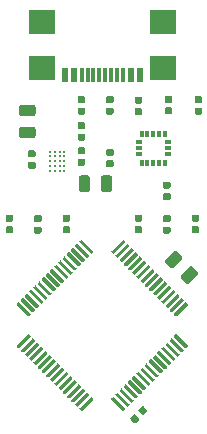
<source format=gtp>
G04 #@! TF.GenerationSoftware,KiCad,Pcbnew,(5.1.5)-3*
G04 #@! TF.CreationDate,2020-01-04T17:30:10-08:00*
G04 #@! TF.ProjectId,pcb,7063622e-6b69-4636-9164-5f7063625858,v1.1*
G04 #@! TF.SameCoordinates,Original*
G04 #@! TF.FileFunction,Paste,Top*
G04 #@! TF.FilePolarity,Positive*
%FSLAX46Y46*%
G04 Gerber Fmt 4.6, Leading zero omitted, Abs format (unit mm)*
G04 Created by KiCad (PCBNEW (5.1.5)-3) date 2020-01-04 17:30:10*
%MOMM*%
%LPD*%
G04 APERTURE LIST*
%ADD10C,0.100000*%
%ADD11R,0.600000X1.150000*%
%ADD12R,0.300000X1.150000*%
%ADD13R,2.180000X2.000000*%
%ADD14R,0.350000X0.530000*%
%ADD15R,0.530000X0.350000*%
%ADD16C,0.226000*%
G04 APERTURE END LIST*
D10*
G36*
X139078642Y-103441174D02*
G01*
X139102303Y-103444684D01*
X139125507Y-103450496D01*
X139148029Y-103458554D01*
X139169653Y-103468782D01*
X139190170Y-103481079D01*
X139209383Y-103495329D01*
X139227107Y-103511393D01*
X139243171Y-103529117D01*
X139257421Y-103548330D01*
X139269718Y-103568847D01*
X139279946Y-103590471D01*
X139288004Y-103612993D01*
X139293816Y-103636197D01*
X139297326Y-103659858D01*
X139298500Y-103683750D01*
X139298500Y-104596250D01*
X139297326Y-104620142D01*
X139293816Y-104643803D01*
X139288004Y-104667007D01*
X139279946Y-104689529D01*
X139269718Y-104711153D01*
X139257421Y-104731670D01*
X139243171Y-104750883D01*
X139227107Y-104768607D01*
X139209383Y-104784671D01*
X139190170Y-104798921D01*
X139169653Y-104811218D01*
X139148029Y-104821446D01*
X139125507Y-104829504D01*
X139102303Y-104835316D01*
X139078642Y-104838826D01*
X139054750Y-104840000D01*
X138567250Y-104840000D01*
X138543358Y-104838826D01*
X138519697Y-104835316D01*
X138496493Y-104829504D01*
X138473971Y-104821446D01*
X138452347Y-104811218D01*
X138431830Y-104798921D01*
X138412617Y-104784671D01*
X138394893Y-104768607D01*
X138378829Y-104750883D01*
X138364579Y-104731670D01*
X138352282Y-104711153D01*
X138342054Y-104689529D01*
X138333996Y-104667007D01*
X138328184Y-104643803D01*
X138324674Y-104620142D01*
X138323500Y-104596250D01*
X138323500Y-103683750D01*
X138324674Y-103659858D01*
X138328184Y-103636197D01*
X138333996Y-103612993D01*
X138342054Y-103590471D01*
X138352282Y-103568847D01*
X138364579Y-103548330D01*
X138378829Y-103529117D01*
X138394893Y-103511393D01*
X138412617Y-103495329D01*
X138431830Y-103481079D01*
X138452347Y-103468782D01*
X138473971Y-103458554D01*
X138496493Y-103450496D01*
X138519697Y-103444684D01*
X138543358Y-103441174D01*
X138567250Y-103440000D01*
X139054750Y-103440000D01*
X139078642Y-103441174D01*
G37*
G36*
X140953642Y-103441174D02*
G01*
X140977303Y-103444684D01*
X141000507Y-103450496D01*
X141023029Y-103458554D01*
X141044653Y-103468782D01*
X141065170Y-103481079D01*
X141084383Y-103495329D01*
X141102107Y-103511393D01*
X141118171Y-103529117D01*
X141132421Y-103548330D01*
X141144718Y-103568847D01*
X141154946Y-103590471D01*
X141163004Y-103612993D01*
X141168816Y-103636197D01*
X141172326Y-103659858D01*
X141173500Y-103683750D01*
X141173500Y-104596250D01*
X141172326Y-104620142D01*
X141168816Y-104643803D01*
X141163004Y-104667007D01*
X141154946Y-104689529D01*
X141144718Y-104711153D01*
X141132421Y-104731670D01*
X141118171Y-104750883D01*
X141102107Y-104768607D01*
X141084383Y-104784671D01*
X141065170Y-104798921D01*
X141044653Y-104811218D01*
X141023029Y-104821446D01*
X141000507Y-104829504D01*
X140977303Y-104835316D01*
X140953642Y-104838826D01*
X140929750Y-104840000D01*
X140442250Y-104840000D01*
X140418358Y-104838826D01*
X140394697Y-104835316D01*
X140371493Y-104829504D01*
X140348971Y-104821446D01*
X140327347Y-104811218D01*
X140306830Y-104798921D01*
X140287617Y-104784671D01*
X140269893Y-104768607D01*
X140253829Y-104750883D01*
X140239579Y-104731670D01*
X140227282Y-104711153D01*
X140217054Y-104689529D01*
X140208996Y-104667007D01*
X140203184Y-104643803D01*
X140199674Y-104620142D01*
X140198500Y-104596250D01*
X140198500Y-103683750D01*
X140199674Y-103659858D01*
X140203184Y-103636197D01*
X140208996Y-103612993D01*
X140217054Y-103590471D01*
X140227282Y-103568847D01*
X140239579Y-103548330D01*
X140253829Y-103529117D01*
X140269893Y-103511393D01*
X140287617Y-103495329D01*
X140306830Y-103481079D01*
X140327347Y-103468782D01*
X140348971Y-103458554D01*
X140371493Y-103450496D01*
X140394697Y-103444684D01*
X140418358Y-103441174D01*
X140442250Y-103440000D01*
X140929750Y-103440000D01*
X140953642Y-103441174D01*
G37*
G36*
X141156958Y-102171710D02*
G01*
X141171276Y-102173834D01*
X141185317Y-102177351D01*
X141198946Y-102182228D01*
X141212031Y-102188417D01*
X141224447Y-102195858D01*
X141236073Y-102204481D01*
X141246798Y-102214202D01*
X141256519Y-102224927D01*
X141265142Y-102236553D01*
X141272583Y-102248969D01*
X141278772Y-102262054D01*
X141283649Y-102275683D01*
X141287166Y-102289724D01*
X141289290Y-102304042D01*
X141290000Y-102318500D01*
X141290000Y-102613500D01*
X141289290Y-102627958D01*
X141287166Y-102642276D01*
X141283649Y-102656317D01*
X141278772Y-102669946D01*
X141272583Y-102683031D01*
X141265142Y-102695447D01*
X141256519Y-102707073D01*
X141246798Y-102717798D01*
X141236073Y-102727519D01*
X141224447Y-102736142D01*
X141212031Y-102743583D01*
X141198946Y-102749772D01*
X141185317Y-102754649D01*
X141171276Y-102758166D01*
X141156958Y-102760290D01*
X141142500Y-102761000D01*
X140797500Y-102761000D01*
X140783042Y-102760290D01*
X140768724Y-102758166D01*
X140754683Y-102754649D01*
X140741054Y-102749772D01*
X140727969Y-102743583D01*
X140715553Y-102736142D01*
X140703927Y-102727519D01*
X140693202Y-102717798D01*
X140683481Y-102707073D01*
X140674858Y-102695447D01*
X140667417Y-102683031D01*
X140661228Y-102669946D01*
X140656351Y-102656317D01*
X140652834Y-102642276D01*
X140650710Y-102627958D01*
X140650000Y-102613500D01*
X140650000Y-102318500D01*
X140650710Y-102304042D01*
X140652834Y-102289724D01*
X140656351Y-102275683D01*
X140661228Y-102262054D01*
X140667417Y-102248969D01*
X140674858Y-102236553D01*
X140683481Y-102224927D01*
X140693202Y-102214202D01*
X140703927Y-102204481D01*
X140715553Y-102195858D01*
X140727969Y-102188417D01*
X140741054Y-102182228D01*
X140754683Y-102177351D01*
X140768724Y-102173834D01*
X140783042Y-102171710D01*
X140797500Y-102171000D01*
X141142500Y-102171000D01*
X141156958Y-102171710D01*
G37*
G36*
X141156958Y-101201710D02*
G01*
X141171276Y-101203834D01*
X141185317Y-101207351D01*
X141198946Y-101212228D01*
X141212031Y-101218417D01*
X141224447Y-101225858D01*
X141236073Y-101234481D01*
X141246798Y-101244202D01*
X141256519Y-101254927D01*
X141265142Y-101266553D01*
X141272583Y-101278969D01*
X141278772Y-101292054D01*
X141283649Y-101305683D01*
X141287166Y-101319724D01*
X141289290Y-101334042D01*
X141290000Y-101348500D01*
X141290000Y-101643500D01*
X141289290Y-101657958D01*
X141287166Y-101672276D01*
X141283649Y-101686317D01*
X141278772Y-101699946D01*
X141272583Y-101713031D01*
X141265142Y-101725447D01*
X141256519Y-101737073D01*
X141246798Y-101747798D01*
X141236073Y-101757519D01*
X141224447Y-101766142D01*
X141212031Y-101773583D01*
X141198946Y-101779772D01*
X141185317Y-101784649D01*
X141171276Y-101788166D01*
X141156958Y-101790290D01*
X141142500Y-101791000D01*
X140797500Y-101791000D01*
X140783042Y-101790290D01*
X140768724Y-101788166D01*
X140754683Y-101784649D01*
X140741054Y-101779772D01*
X140727969Y-101773583D01*
X140715553Y-101766142D01*
X140703927Y-101757519D01*
X140693202Y-101747798D01*
X140683481Y-101737073D01*
X140674858Y-101725447D01*
X140667417Y-101713031D01*
X140661228Y-101699946D01*
X140656351Y-101686317D01*
X140652834Y-101672276D01*
X140650710Y-101657958D01*
X140650000Y-101643500D01*
X140650000Y-101348500D01*
X140650710Y-101334042D01*
X140652834Y-101319724D01*
X140656351Y-101305683D01*
X140661228Y-101292054D01*
X140667417Y-101278969D01*
X140674858Y-101266553D01*
X140683481Y-101254927D01*
X140693202Y-101244202D01*
X140703927Y-101234481D01*
X140715553Y-101225858D01*
X140727969Y-101218417D01*
X140741054Y-101212228D01*
X140754683Y-101207351D01*
X140768724Y-101203834D01*
X140783042Y-101201710D01*
X140797500Y-101201000D01*
X141142500Y-101201000D01*
X141156958Y-101201710D01*
G37*
G36*
X134465142Y-99335674D02*
G01*
X134488803Y-99339184D01*
X134512007Y-99344996D01*
X134534529Y-99353054D01*
X134556153Y-99363282D01*
X134576670Y-99375579D01*
X134595883Y-99389829D01*
X134613607Y-99405893D01*
X134629671Y-99423617D01*
X134643921Y-99442830D01*
X134656218Y-99463347D01*
X134666446Y-99484971D01*
X134674504Y-99507493D01*
X134680316Y-99530697D01*
X134683826Y-99554358D01*
X134685000Y-99578250D01*
X134685000Y-100065750D01*
X134683826Y-100089642D01*
X134680316Y-100113303D01*
X134674504Y-100136507D01*
X134666446Y-100159029D01*
X134656218Y-100180653D01*
X134643921Y-100201170D01*
X134629671Y-100220383D01*
X134613607Y-100238107D01*
X134595883Y-100254171D01*
X134576670Y-100268421D01*
X134556153Y-100280718D01*
X134534529Y-100290946D01*
X134512007Y-100299004D01*
X134488803Y-100304816D01*
X134465142Y-100308326D01*
X134441250Y-100309500D01*
X133528750Y-100309500D01*
X133504858Y-100308326D01*
X133481197Y-100304816D01*
X133457993Y-100299004D01*
X133435471Y-100290946D01*
X133413847Y-100280718D01*
X133393330Y-100268421D01*
X133374117Y-100254171D01*
X133356393Y-100238107D01*
X133340329Y-100220383D01*
X133326079Y-100201170D01*
X133313782Y-100180653D01*
X133303554Y-100159029D01*
X133295496Y-100136507D01*
X133289684Y-100113303D01*
X133286174Y-100089642D01*
X133285000Y-100065750D01*
X133285000Y-99578250D01*
X133286174Y-99554358D01*
X133289684Y-99530697D01*
X133295496Y-99507493D01*
X133303554Y-99484971D01*
X133313782Y-99463347D01*
X133326079Y-99442830D01*
X133340329Y-99423617D01*
X133356393Y-99405893D01*
X133374117Y-99389829D01*
X133393330Y-99375579D01*
X133413847Y-99363282D01*
X133435471Y-99353054D01*
X133457993Y-99344996D01*
X133481197Y-99339184D01*
X133504858Y-99335674D01*
X133528750Y-99334500D01*
X134441250Y-99334500D01*
X134465142Y-99335674D01*
G37*
G36*
X134465142Y-97460674D02*
G01*
X134488803Y-97464184D01*
X134512007Y-97469996D01*
X134534529Y-97478054D01*
X134556153Y-97488282D01*
X134576670Y-97500579D01*
X134595883Y-97514829D01*
X134613607Y-97530893D01*
X134629671Y-97548617D01*
X134643921Y-97567830D01*
X134656218Y-97588347D01*
X134666446Y-97609971D01*
X134674504Y-97632493D01*
X134680316Y-97655697D01*
X134683826Y-97679358D01*
X134685000Y-97703250D01*
X134685000Y-98190750D01*
X134683826Y-98214642D01*
X134680316Y-98238303D01*
X134674504Y-98261507D01*
X134666446Y-98284029D01*
X134656218Y-98305653D01*
X134643921Y-98326170D01*
X134629671Y-98345383D01*
X134613607Y-98363107D01*
X134595883Y-98379171D01*
X134576670Y-98393421D01*
X134556153Y-98405718D01*
X134534529Y-98415946D01*
X134512007Y-98424004D01*
X134488803Y-98429816D01*
X134465142Y-98433326D01*
X134441250Y-98434500D01*
X133528750Y-98434500D01*
X133504858Y-98433326D01*
X133481197Y-98429816D01*
X133457993Y-98424004D01*
X133435471Y-98415946D01*
X133413847Y-98405718D01*
X133393330Y-98393421D01*
X133374117Y-98379171D01*
X133356393Y-98363107D01*
X133340329Y-98345383D01*
X133326079Y-98326170D01*
X133313782Y-98305653D01*
X133303554Y-98284029D01*
X133295496Y-98261507D01*
X133289684Y-98238303D01*
X133286174Y-98214642D01*
X133285000Y-98190750D01*
X133285000Y-97703250D01*
X133286174Y-97679358D01*
X133289684Y-97655697D01*
X133295496Y-97632493D01*
X133303554Y-97609971D01*
X133313782Y-97588347D01*
X133326079Y-97567830D01*
X133340329Y-97548617D01*
X133356393Y-97530893D01*
X133374117Y-97514829D01*
X133393330Y-97500579D01*
X133413847Y-97488282D01*
X133435471Y-97478054D01*
X133457993Y-97469996D01*
X133481197Y-97464184D01*
X133504858Y-97460674D01*
X133528750Y-97459500D01*
X134441250Y-97459500D01*
X134465142Y-97460674D01*
G37*
G36*
X146549326Y-109823623D02*
G01*
X146572987Y-109827133D01*
X146596191Y-109832945D01*
X146618713Y-109841003D01*
X146640337Y-109851231D01*
X146660854Y-109863528D01*
X146680067Y-109877778D01*
X146697791Y-109893842D01*
X147042506Y-110238557D01*
X147058570Y-110256281D01*
X147072820Y-110275494D01*
X147085117Y-110296011D01*
X147095345Y-110317635D01*
X147103403Y-110340157D01*
X147109215Y-110363361D01*
X147112725Y-110387022D01*
X147113899Y-110410914D01*
X147112725Y-110434806D01*
X147109215Y-110458467D01*
X147103403Y-110481671D01*
X147095345Y-110504193D01*
X147085117Y-110525817D01*
X147072820Y-110546334D01*
X147058570Y-110565547D01*
X147042506Y-110583271D01*
X146397271Y-111228506D01*
X146379547Y-111244570D01*
X146360334Y-111258820D01*
X146339817Y-111271117D01*
X146318193Y-111281345D01*
X146295671Y-111289403D01*
X146272467Y-111295215D01*
X146248806Y-111298725D01*
X146224914Y-111299899D01*
X146201022Y-111298725D01*
X146177361Y-111295215D01*
X146154157Y-111289403D01*
X146131635Y-111281345D01*
X146110011Y-111271117D01*
X146089494Y-111258820D01*
X146070281Y-111244570D01*
X146052557Y-111228506D01*
X145707842Y-110883791D01*
X145691778Y-110866067D01*
X145677528Y-110846854D01*
X145665231Y-110826337D01*
X145655003Y-110804713D01*
X145646945Y-110782191D01*
X145641133Y-110758987D01*
X145637623Y-110735326D01*
X145636449Y-110711434D01*
X145637623Y-110687542D01*
X145641133Y-110663881D01*
X145646945Y-110640677D01*
X145655003Y-110618155D01*
X145665231Y-110596531D01*
X145677528Y-110576014D01*
X145691778Y-110556801D01*
X145707842Y-110539077D01*
X146353077Y-109893842D01*
X146370801Y-109877778D01*
X146390014Y-109863528D01*
X146410531Y-109851231D01*
X146432155Y-109841003D01*
X146454677Y-109832945D01*
X146477881Y-109827133D01*
X146501542Y-109823623D01*
X146525434Y-109822449D01*
X146549326Y-109823623D01*
G37*
G36*
X147875152Y-111149449D02*
G01*
X147898813Y-111152959D01*
X147922017Y-111158771D01*
X147944539Y-111166829D01*
X147966163Y-111177057D01*
X147986680Y-111189354D01*
X148005893Y-111203604D01*
X148023617Y-111219668D01*
X148368332Y-111564383D01*
X148384396Y-111582107D01*
X148398646Y-111601320D01*
X148410943Y-111621837D01*
X148421171Y-111643461D01*
X148429229Y-111665983D01*
X148435041Y-111689187D01*
X148438551Y-111712848D01*
X148439725Y-111736740D01*
X148438551Y-111760632D01*
X148435041Y-111784293D01*
X148429229Y-111807497D01*
X148421171Y-111830019D01*
X148410943Y-111851643D01*
X148398646Y-111872160D01*
X148384396Y-111891373D01*
X148368332Y-111909097D01*
X147723097Y-112554332D01*
X147705373Y-112570396D01*
X147686160Y-112584646D01*
X147665643Y-112596943D01*
X147644019Y-112607171D01*
X147621497Y-112615229D01*
X147598293Y-112621041D01*
X147574632Y-112624551D01*
X147550740Y-112625725D01*
X147526848Y-112624551D01*
X147503187Y-112621041D01*
X147479983Y-112615229D01*
X147457461Y-112607171D01*
X147435837Y-112596943D01*
X147415320Y-112584646D01*
X147396107Y-112570396D01*
X147378383Y-112554332D01*
X147033668Y-112209617D01*
X147017604Y-112191893D01*
X147003354Y-112172680D01*
X146991057Y-112152163D01*
X146980829Y-112130539D01*
X146972771Y-112108017D01*
X146966959Y-112084813D01*
X146963449Y-112061152D01*
X146962275Y-112037260D01*
X146963449Y-112013368D01*
X146966959Y-111989707D01*
X146972771Y-111966503D01*
X146980829Y-111943981D01*
X146991057Y-111922357D01*
X147003354Y-111901840D01*
X147017604Y-111882627D01*
X147033668Y-111864903D01*
X147678903Y-111219668D01*
X147696627Y-111203604D01*
X147715840Y-111189354D01*
X147736357Y-111177057D01*
X147757981Y-111166829D01*
X147780503Y-111158771D01*
X147803707Y-111152959D01*
X147827368Y-111149449D01*
X147851260Y-111148275D01*
X147875152Y-111149449D01*
G37*
G36*
X146108958Y-97693710D02*
G01*
X146123276Y-97695834D01*
X146137317Y-97699351D01*
X146150946Y-97704228D01*
X146164031Y-97710417D01*
X146176447Y-97717858D01*
X146188073Y-97726481D01*
X146198798Y-97736202D01*
X146208519Y-97746927D01*
X146217142Y-97758553D01*
X146224583Y-97770969D01*
X146230772Y-97784054D01*
X146235649Y-97797683D01*
X146239166Y-97811724D01*
X146241290Y-97826042D01*
X146242000Y-97840500D01*
X146242000Y-98135500D01*
X146241290Y-98149958D01*
X146239166Y-98164276D01*
X146235649Y-98178317D01*
X146230772Y-98191946D01*
X146224583Y-98205031D01*
X146217142Y-98217447D01*
X146208519Y-98229073D01*
X146198798Y-98239798D01*
X146188073Y-98249519D01*
X146176447Y-98258142D01*
X146164031Y-98265583D01*
X146150946Y-98271772D01*
X146137317Y-98276649D01*
X146123276Y-98280166D01*
X146108958Y-98282290D01*
X146094500Y-98283000D01*
X145749500Y-98283000D01*
X145735042Y-98282290D01*
X145720724Y-98280166D01*
X145706683Y-98276649D01*
X145693054Y-98271772D01*
X145679969Y-98265583D01*
X145667553Y-98258142D01*
X145655927Y-98249519D01*
X145645202Y-98239798D01*
X145635481Y-98229073D01*
X145626858Y-98217447D01*
X145619417Y-98205031D01*
X145613228Y-98191946D01*
X145608351Y-98178317D01*
X145604834Y-98164276D01*
X145602710Y-98149958D01*
X145602000Y-98135500D01*
X145602000Y-97840500D01*
X145602710Y-97826042D01*
X145604834Y-97811724D01*
X145608351Y-97797683D01*
X145613228Y-97784054D01*
X145619417Y-97770969D01*
X145626858Y-97758553D01*
X145635481Y-97746927D01*
X145645202Y-97736202D01*
X145655927Y-97726481D01*
X145667553Y-97717858D01*
X145679969Y-97710417D01*
X145693054Y-97704228D01*
X145706683Y-97699351D01*
X145720724Y-97695834D01*
X145735042Y-97693710D01*
X145749500Y-97693000D01*
X146094500Y-97693000D01*
X146108958Y-97693710D01*
G37*
G36*
X146108958Y-96723710D02*
G01*
X146123276Y-96725834D01*
X146137317Y-96729351D01*
X146150946Y-96734228D01*
X146164031Y-96740417D01*
X146176447Y-96747858D01*
X146188073Y-96756481D01*
X146198798Y-96766202D01*
X146208519Y-96776927D01*
X146217142Y-96788553D01*
X146224583Y-96800969D01*
X146230772Y-96814054D01*
X146235649Y-96827683D01*
X146239166Y-96841724D01*
X146241290Y-96856042D01*
X146242000Y-96870500D01*
X146242000Y-97165500D01*
X146241290Y-97179958D01*
X146239166Y-97194276D01*
X146235649Y-97208317D01*
X146230772Y-97221946D01*
X146224583Y-97235031D01*
X146217142Y-97247447D01*
X146208519Y-97259073D01*
X146198798Y-97269798D01*
X146188073Y-97279519D01*
X146176447Y-97288142D01*
X146164031Y-97295583D01*
X146150946Y-97301772D01*
X146137317Y-97306649D01*
X146123276Y-97310166D01*
X146108958Y-97312290D01*
X146094500Y-97313000D01*
X145749500Y-97313000D01*
X145735042Y-97312290D01*
X145720724Y-97310166D01*
X145706683Y-97306649D01*
X145693054Y-97301772D01*
X145679969Y-97295583D01*
X145667553Y-97288142D01*
X145655927Y-97279519D01*
X145645202Y-97269798D01*
X145635481Y-97259073D01*
X145626858Y-97247447D01*
X145619417Y-97235031D01*
X145613228Y-97221946D01*
X145608351Y-97208317D01*
X145604834Y-97194276D01*
X145602710Y-97179958D01*
X145602000Y-97165500D01*
X145602000Y-96870500D01*
X145602710Y-96856042D01*
X145604834Y-96841724D01*
X145608351Y-96827683D01*
X145613228Y-96814054D01*
X145619417Y-96800969D01*
X145626858Y-96788553D01*
X145635481Y-96776927D01*
X145645202Y-96766202D01*
X145655927Y-96756481D01*
X145667553Y-96747858D01*
X145679969Y-96740417D01*
X145693054Y-96734228D01*
X145706683Y-96729351D01*
X145720724Y-96725834D01*
X145735042Y-96723710D01*
X145749500Y-96723000D01*
X146094500Y-96723000D01*
X146108958Y-96723710D01*
G37*
G36*
X132647958Y-107759710D02*
G01*
X132662276Y-107761834D01*
X132676317Y-107765351D01*
X132689946Y-107770228D01*
X132703031Y-107776417D01*
X132715447Y-107783858D01*
X132727073Y-107792481D01*
X132737798Y-107802202D01*
X132747519Y-107812927D01*
X132756142Y-107824553D01*
X132763583Y-107836969D01*
X132769772Y-107850054D01*
X132774649Y-107863683D01*
X132778166Y-107877724D01*
X132780290Y-107892042D01*
X132781000Y-107906500D01*
X132781000Y-108201500D01*
X132780290Y-108215958D01*
X132778166Y-108230276D01*
X132774649Y-108244317D01*
X132769772Y-108257946D01*
X132763583Y-108271031D01*
X132756142Y-108283447D01*
X132747519Y-108295073D01*
X132737798Y-108305798D01*
X132727073Y-108315519D01*
X132715447Y-108324142D01*
X132703031Y-108331583D01*
X132689946Y-108337772D01*
X132676317Y-108342649D01*
X132662276Y-108346166D01*
X132647958Y-108348290D01*
X132633500Y-108349000D01*
X132288500Y-108349000D01*
X132274042Y-108348290D01*
X132259724Y-108346166D01*
X132245683Y-108342649D01*
X132232054Y-108337772D01*
X132218969Y-108331583D01*
X132206553Y-108324142D01*
X132194927Y-108315519D01*
X132184202Y-108305798D01*
X132174481Y-108295073D01*
X132165858Y-108283447D01*
X132158417Y-108271031D01*
X132152228Y-108257946D01*
X132147351Y-108244317D01*
X132143834Y-108230276D01*
X132141710Y-108215958D01*
X132141000Y-108201500D01*
X132141000Y-107906500D01*
X132141710Y-107892042D01*
X132143834Y-107877724D01*
X132147351Y-107863683D01*
X132152228Y-107850054D01*
X132158417Y-107836969D01*
X132165858Y-107824553D01*
X132174481Y-107812927D01*
X132184202Y-107802202D01*
X132194927Y-107792481D01*
X132206553Y-107783858D01*
X132218969Y-107776417D01*
X132232054Y-107770228D01*
X132245683Y-107765351D01*
X132259724Y-107761834D01*
X132274042Y-107759710D01*
X132288500Y-107759000D01*
X132633500Y-107759000D01*
X132647958Y-107759710D01*
G37*
G36*
X132647958Y-106789710D02*
G01*
X132662276Y-106791834D01*
X132676317Y-106795351D01*
X132689946Y-106800228D01*
X132703031Y-106806417D01*
X132715447Y-106813858D01*
X132727073Y-106822481D01*
X132737798Y-106832202D01*
X132747519Y-106842927D01*
X132756142Y-106854553D01*
X132763583Y-106866969D01*
X132769772Y-106880054D01*
X132774649Y-106893683D01*
X132778166Y-106907724D01*
X132780290Y-106922042D01*
X132781000Y-106936500D01*
X132781000Y-107231500D01*
X132780290Y-107245958D01*
X132778166Y-107260276D01*
X132774649Y-107274317D01*
X132769772Y-107287946D01*
X132763583Y-107301031D01*
X132756142Y-107313447D01*
X132747519Y-107325073D01*
X132737798Y-107335798D01*
X132727073Y-107345519D01*
X132715447Y-107354142D01*
X132703031Y-107361583D01*
X132689946Y-107367772D01*
X132676317Y-107372649D01*
X132662276Y-107376166D01*
X132647958Y-107378290D01*
X132633500Y-107379000D01*
X132288500Y-107379000D01*
X132274042Y-107378290D01*
X132259724Y-107376166D01*
X132245683Y-107372649D01*
X132232054Y-107367772D01*
X132218969Y-107361583D01*
X132206553Y-107354142D01*
X132194927Y-107345519D01*
X132184202Y-107335798D01*
X132174481Y-107325073D01*
X132165858Y-107313447D01*
X132158417Y-107301031D01*
X132152228Y-107287946D01*
X132147351Y-107274317D01*
X132143834Y-107260276D01*
X132141710Y-107245958D01*
X132141000Y-107231500D01*
X132141000Y-106936500D01*
X132141710Y-106922042D01*
X132143834Y-106907724D01*
X132147351Y-106893683D01*
X132152228Y-106880054D01*
X132158417Y-106866969D01*
X132165858Y-106854553D01*
X132174481Y-106842927D01*
X132184202Y-106832202D01*
X132194927Y-106822481D01*
X132206553Y-106813858D01*
X132218969Y-106806417D01*
X132232054Y-106800228D01*
X132245683Y-106795351D01*
X132259724Y-106791834D01*
X132274042Y-106789710D01*
X132288500Y-106789000D01*
X132633500Y-106789000D01*
X132647958Y-106789710D01*
G37*
G36*
X138743958Y-96733710D02*
G01*
X138758276Y-96735834D01*
X138772317Y-96739351D01*
X138785946Y-96744228D01*
X138799031Y-96750417D01*
X138811447Y-96757858D01*
X138823073Y-96766481D01*
X138833798Y-96776202D01*
X138843519Y-96786927D01*
X138852142Y-96798553D01*
X138859583Y-96810969D01*
X138865772Y-96824054D01*
X138870649Y-96837683D01*
X138874166Y-96851724D01*
X138876290Y-96866042D01*
X138877000Y-96880500D01*
X138877000Y-97175500D01*
X138876290Y-97189958D01*
X138874166Y-97204276D01*
X138870649Y-97218317D01*
X138865772Y-97231946D01*
X138859583Y-97245031D01*
X138852142Y-97257447D01*
X138843519Y-97269073D01*
X138833798Y-97279798D01*
X138823073Y-97289519D01*
X138811447Y-97298142D01*
X138799031Y-97305583D01*
X138785946Y-97311772D01*
X138772317Y-97316649D01*
X138758276Y-97320166D01*
X138743958Y-97322290D01*
X138729500Y-97323000D01*
X138384500Y-97323000D01*
X138370042Y-97322290D01*
X138355724Y-97320166D01*
X138341683Y-97316649D01*
X138328054Y-97311772D01*
X138314969Y-97305583D01*
X138302553Y-97298142D01*
X138290927Y-97289519D01*
X138280202Y-97279798D01*
X138270481Y-97269073D01*
X138261858Y-97257447D01*
X138254417Y-97245031D01*
X138248228Y-97231946D01*
X138243351Y-97218317D01*
X138239834Y-97204276D01*
X138237710Y-97189958D01*
X138237000Y-97175500D01*
X138237000Y-96880500D01*
X138237710Y-96866042D01*
X138239834Y-96851724D01*
X138243351Y-96837683D01*
X138248228Y-96824054D01*
X138254417Y-96810969D01*
X138261858Y-96798553D01*
X138270481Y-96786927D01*
X138280202Y-96776202D01*
X138290927Y-96766481D01*
X138302553Y-96757858D01*
X138314969Y-96750417D01*
X138328054Y-96744228D01*
X138341683Y-96739351D01*
X138355724Y-96735834D01*
X138370042Y-96733710D01*
X138384500Y-96733000D01*
X138729500Y-96733000D01*
X138743958Y-96733710D01*
G37*
G36*
X138743958Y-97703710D02*
G01*
X138758276Y-97705834D01*
X138772317Y-97709351D01*
X138785946Y-97714228D01*
X138799031Y-97720417D01*
X138811447Y-97727858D01*
X138823073Y-97736481D01*
X138833798Y-97746202D01*
X138843519Y-97756927D01*
X138852142Y-97768553D01*
X138859583Y-97780969D01*
X138865772Y-97794054D01*
X138870649Y-97807683D01*
X138874166Y-97821724D01*
X138876290Y-97836042D01*
X138877000Y-97850500D01*
X138877000Y-98145500D01*
X138876290Y-98159958D01*
X138874166Y-98174276D01*
X138870649Y-98188317D01*
X138865772Y-98201946D01*
X138859583Y-98215031D01*
X138852142Y-98227447D01*
X138843519Y-98239073D01*
X138833798Y-98249798D01*
X138823073Y-98259519D01*
X138811447Y-98268142D01*
X138799031Y-98275583D01*
X138785946Y-98281772D01*
X138772317Y-98286649D01*
X138758276Y-98290166D01*
X138743958Y-98292290D01*
X138729500Y-98293000D01*
X138384500Y-98293000D01*
X138370042Y-98292290D01*
X138355724Y-98290166D01*
X138341683Y-98286649D01*
X138328054Y-98281772D01*
X138314969Y-98275583D01*
X138302553Y-98268142D01*
X138290927Y-98259519D01*
X138280202Y-98249798D01*
X138270481Y-98239073D01*
X138261858Y-98227447D01*
X138254417Y-98215031D01*
X138248228Y-98201946D01*
X138243351Y-98188317D01*
X138239834Y-98174276D01*
X138237710Y-98159958D01*
X138237000Y-98145500D01*
X138237000Y-97850500D01*
X138237710Y-97836042D01*
X138239834Y-97821724D01*
X138243351Y-97807683D01*
X138248228Y-97794054D01*
X138254417Y-97780969D01*
X138261858Y-97768553D01*
X138270481Y-97756927D01*
X138280202Y-97746202D01*
X138290927Y-97736481D01*
X138302553Y-97727858D01*
X138314969Y-97720417D01*
X138328054Y-97714228D01*
X138341683Y-97709351D01*
X138355724Y-97705834D01*
X138370042Y-97703710D01*
X138384500Y-97703000D01*
X138729500Y-97703000D01*
X138743958Y-97703710D01*
G37*
G36*
X145982958Y-104942710D02*
G01*
X145997276Y-104944834D01*
X146011317Y-104948351D01*
X146024946Y-104953228D01*
X146038031Y-104959417D01*
X146050447Y-104966858D01*
X146062073Y-104975481D01*
X146072798Y-104985202D01*
X146082519Y-104995927D01*
X146091142Y-105007553D01*
X146098583Y-105019969D01*
X146104772Y-105033054D01*
X146109649Y-105046683D01*
X146113166Y-105060724D01*
X146115290Y-105075042D01*
X146116000Y-105089500D01*
X146116000Y-105384500D01*
X146115290Y-105398958D01*
X146113166Y-105413276D01*
X146109649Y-105427317D01*
X146104772Y-105440946D01*
X146098583Y-105454031D01*
X146091142Y-105466447D01*
X146082519Y-105478073D01*
X146072798Y-105488798D01*
X146062073Y-105498519D01*
X146050447Y-105507142D01*
X146038031Y-105514583D01*
X146024946Y-105520772D01*
X146011317Y-105525649D01*
X145997276Y-105529166D01*
X145982958Y-105531290D01*
X145968500Y-105532000D01*
X145623500Y-105532000D01*
X145609042Y-105531290D01*
X145594724Y-105529166D01*
X145580683Y-105525649D01*
X145567054Y-105520772D01*
X145553969Y-105514583D01*
X145541553Y-105507142D01*
X145529927Y-105498519D01*
X145519202Y-105488798D01*
X145509481Y-105478073D01*
X145500858Y-105466447D01*
X145493417Y-105454031D01*
X145487228Y-105440946D01*
X145482351Y-105427317D01*
X145478834Y-105413276D01*
X145476710Y-105398958D01*
X145476000Y-105384500D01*
X145476000Y-105089500D01*
X145476710Y-105075042D01*
X145478834Y-105060724D01*
X145482351Y-105046683D01*
X145487228Y-105033054D01*
X145493417Y-105019969D01*
X145500858Y-105007553D01*
X145509481Y-104995927D01*
X145519202Y-104985202D01*
X145529927Y-104975481D01*
X145541553Y-104966858D01*
X145553969Y-104959417D01*
X145567054Y-104953228D01*
X145580683Y-104948351D01*
X145594724Y-104944834D01*
X145609042Y-104942710D01*
X145623500Y-104942000D01*
X145968500Y-104942000D01*
X145982958Y-104942710D01*
G37*
G36*
X145982958Y-103972710D02*
G01*
X145997276Y-103974834D01*
X146011317Y-103978351D01*
X146024946Y-103983228D01*
X146038031Y-103989417D01*
X146050447Y-103996858D01*
X146062073Y-104005481D01*
X146072798Y-104015202D01*
X146082519Y-104025927D01*
X146091142Y-104037553D01*
X146098583Y-104049969D01*
X146104772Y-104063054D01*
X146109649Y-104076683D01*
X146113166Y-104090724D01*
X146115290Y-104105042D01*
X146116000Y-104119500D01*
X146116000Y-104414500D01*
X146115290Y-104428958D01*
X146113166Y-104443276D01*
X146109649Y-104457317D01*
X146104772Y-104470946D01*
X146098583Y-104484031D01*
X146091142Y-104496447D01*
X146082519Y-104508073D01*
X146072798Y-104518798D01*
X146062073Y-104528519D01*
X146050447Y-104537142D01*
X146038031Y-104544583D01*
X146024946Y-104550772D01*
X146011317Y-104555649D01*
X145997276Y-104559166D01*
X145982958Y-104561290D01*
X145968500Y-104562000D01*
X145623500Y-104562000D01*
X145609042Y-104561290D01*
X145594724Y-104559166D01*
X145580683Y-104555649D01*
X145567054Y-104550772D01*
X145553969Y-104544583D01*
X145541553Y-104537142D01*
X145529927Y-104528519D01*
X145519202Y-104518798D01*
X145509481Y-104508073D01*
X145500858Y-104496447D01*
X145493417Y-104484031D01*
X145487228Y-104470946D01*
X145482351Y-104457317D01*
X145478834Y-104443276D01*
X145476710Y-104428958D01*
X145476000Y-104414500D01*
X145476000Y-104119500D01*
X145476710Y-104105042D01*
X145478834Y-104090724D01*
X145482351Y-104076683D01*
X145487228Y-104063054D01*
X145493417Y-104049969D01*
X145500858Y-104037553D01*
X145509481Y-104025927D01*
X145519202Y-104015202D01*
X145529927Y-104005481D01*
X145541553Y-103996858D01*
X145553969Y-103989417D01*
X145567054Y-103983228D01*
X145580683Y-103978351D01*
X145594724Y-103974834D01*
X145609042Y-103972710D01*
X145623500Y-103972000D01*
X145968500Y-103972000D01*
X145982958Y-103972710D01*
G37*
G36*
X141156958Y-96733710D02*
G01*
X141171276Y-96735834D01*
X141185317Y-96739351D01*
X141198946Y-96744228D01*
X141212031Y-96750417D01*
X141224447Y-96757858D01*
X141236073Y-96766481D01*
X141246798Y-96776202D01*
X141256519Y-96786927D01*
X141265142Y-96798553D01*
X141272583Y-96810969D01*
X141278772Y-96824054D01*
X141283649Y-96837683D01*
X141287166Y-96851724D01*
X141289290Y-96866042D01*
X141290000Y-96880500D01*
X141290000Y-97175500D01*
X141289290Y-97189958D01*
X141287166Y-97204276D01*
X141283649Y-97218317D01*
X141278772Y-97231946D01*
X141272583Y-97245031D01*
X141265142Y-97257447D01*
X141256519Y-97269073D01*
X141246798Y-97279798D01*
X141236073Y-97289519D01*
X141224447Y-97298142D01*
X141212031Y-97305583D01*
X141198946Y-97311772D01*
X141185317Y-97316649D01*
X141171276Y-97320166D01*
X141156958Y-97322290D01*
X141142500Y-97323000D01*
X140797500Y-97323000D01*
X140783042Y-97322290D01*
X140768724Y-97320166D01*
X140754683Y-97316649D01*
X140741054Y-97311772D01*
X140727969Y-97305583D01*
X140715553Y-97298142D01*
X140703927Y-97289519D01*
X140693202Y-97279798D01*
X140683481Y-97269073D01*
X140674858Y-97257447D01*
X140667417Y-97245031D01*
X140661228Y-97231946D01*
X140656351Y-97218317D01*
X140652834Y-97204276D01*
X140650710Y-97189958D01*
X140650000Y-97175500D01*
X140650000Y-96880500D01*
X140650710Y-96866042D01*
X140652834Y-96851724D01*
X140656351Y-96837683D01*
X140661228Y-96824054D01*
X140667417Y-96810969D01*
X140674858Y-96798553D01*
X140683481Y-96786927D01*
X140693202Y-96776202D01*
X140703927Y-96766481D01*
X140715553Y-96757858D01*
X140727969Y-96750417D01*
X140741054Y-96744228D01*
X140754683Y-96739351D01*
X140768724Y-96735834D01*
X140783042Y-96733710D01*
X140797500Y-96733000D01*
X141142500Y-96733000D01*
X141156958Y-96733710D01*
G37*
G36*
X141156958Y-97703710D02*
G01*
X141171276Y-97705834D01*
X141185317Y-97709351D01*
X141198946Y-97714228D01*
X141212031Y-97720417D01*
X141224447Y-97727858D01*
X141236073Y-97736481D01*
X141246798Y-97746202D01*
X141256519Y-97756927D01*
X141265142Y-97768553D01*
X141272583Y-97780969D01*
X141278772Y-97794054D01*
X141283649Y-97807683D01*
X141287166Y-97821724D01*
X141289290Y-97836042D01*
X141290000Y-97850500D01*
X141290000Y-98145500D01*
X141289290Y-98159958D01*
X141287166Y-98174276D01*
X141283649Y-98188317D01*
X141278772Y-98201946D01*
X141272583Y-98215031D01*
X141265142Y-98227447D01*
X141256519Y-98239073D01*
X141246798Y-98249798D01*
X141236073Y-98259519D01*
X141224447Y-98268142D01*
X141212031Y-98275583D01*
X141198946Y-98281772D01*
X141185317Y-98286649D01*
X141171276Y-98290166D01*
X141156958Y-98292290D01*
X141142500Y-98293000D01*
X140797500Y-98293000D01*
X140783042Y-98292290D01*
X140768724Y-98290166D01*
X140754683Y-98286649D01*
X140741054Y-98281772D01*
X140727969Y-98275583D01*
X140715553Y-98268142D01*
X140703927Y-98259519D01*
X140693202Y-98249798D01*
X140683481Y-98239073D01*
X140674858Y-98227447D01*
X140667417Y-98215031D01*
X140661228Y-98201946D01*
X140656351Y-98188317D01*
X140652834Y-98174276D01*
X140650710Y-98159958D01*
X140650000Y-98145500D01*
X140650000Y-97850500D01*
X140650710Y-97836042D01*
X140652834Y-97821724D01*
X140656351Y-97807683D01*
X140661228Y-97794054D01*
X140667417Y-97780969D01*
X140674858Y-97768553D01*
X140683481Y-97756927D01*
X140693202Y-97746202D01*
X140703927Y-97736481D01*
X140715553Y-97727858D01*
X140727969Y-97720417D01*
X140741054Y-97714228D01*
X140754683Y-97709351D01*
X140768724Y-97705834D01*
X140783042Y-97703710D01*
X140797500Y-97703000D01*
X141142500Y-97703000D01*
X141156958Y-97703710D01*
G37*
G36*
X148649958Y-96733710D02*
G01*
X148664276Y-96735834D01*
X148678317Y-96739351D01*
X148691946Y-96744228D01*
X148705031Y-96750417D01*
X148717447Y-96757858D01*
X148729073Y-96766481D01*
X148739798Y-96776202D01*
X148749519Y-96786927D01*
X148758142Y-96798553D01*
X148765583Y-96810969D01*
X148771772Y-96824054D01*
X148776649Y-96837683D01*
X148780166Y-96851724D01*
X148782290Y-96866042D01*
X148783000Y-96880500D01*
X148783000Y-97175500D01*
X148782290Y-97189958D01*
X148780166Y-97204276D01*
X148776649Y-97218317D01*
X148771772Y-97231946D01*
X148765583Y-97245031D01*
X148758142Y-97257447D01*
X148749519Y-97269073D01*
X148739798Y-97279798D01*
X148729073Y-97289519D01*
X148717447Y-97298142D01*
X148705031Y-97305583D01*
X148691946Y-97311772D01*
X148678317Y-97316649D01*
X148664276Y-97320166D01*
X148649958Y-97322290D01*
X148635500Y-97323000D01*
X148290500Y-97323000D01*
X148276042Y-97322290D01*
X148261724Y-97320166D01*
X148247683Y-97316649D01*
X148234054Y-97311772D01*
X148220969Y-97305583D01*
X148208553Y-97298142D01*
X148196927Y-97289519D01*
X148186202Y-97279798D01*
X148176481Y-97269073D01*
X148167858Y-97257447D01*
X148160417Y-97245031D01*
X148154228Y-97231946D01*
X148149351Y-97218317D01*
X148145834Y-97204276D01*
X148143710Y-97189958D01*
X148143000Y-97175500D01*
X148143000Y-96880500D01*
X148143710Y-96866042D01*
X148145834Y-96851724D01*
X148149351Y-96837683D01*
X148154228Y-96824054D01*
X148160417Y-96810969D01*
X148167858Y-96798553D01*
X148176481Y-96786927D01*
X148186202Y-96776202D01*
X148196927Y-96766481D01*
X148208553Y-96757858D01*
X148220969Y-96750417D01*
X148234054Y-96744228D01*
X148247683Y-96739351D01*
X148261724Y-96735834D01*
X148276042Y-96733710D01*
X148290500Y-96733000D01*
X148635500Y-96733000D01*
X148649958Y-96733710D01*
G37*
G36*
X148649958Y-97703710D02*
G01*
X148664276Y-97705834D01*
X148678317Y-97709351D01*
X148691946Y-97714228D01*
X148705031Y-97720417D01*
X148717447Y-97727858D01*
X148729073Y-97736481D01*
X148739798Y-97746202D01*
X148749519Y-97756927D01*
X148758142Y-97768553D01*
X148765583Y-97780969D01*
X148771772Y-97794054D01*
X148776649Y-97807683D01*
X148780166Y-97821724D01*
X148782290Y-97836042D01*
X148783000Y-97850500D01*
X148783000Y-98145500D01*
X148782290Y-98159958D01*
X148780166Y-98174276D01*
X148776649Y-98188317D01*
X148771772Y-98201946D01*
X148765583Y-98215031D01*
X148758142Y-98227447D01*
X148749519Y-98239073D01*
X148739798Y-98249798D01*
X148729073Y-98259519D01*
X148717447Y-98268142D01*
X148705031Y-98275583D01*
X148691946Y-98281772D01*
X148678317Y-98286649D01*
X148664276Y-98290166D01*
X148649958Y-98292290D01*
X148635500Y-98293000D01*
X148290500Y-98293000D01*
X148276042Y-98292290D01*
X148261724Y-98290166D01*
X148247683Y-98286649D01*
X148234054Y-98281772D01*
X148220969Y-98275583D01*
X148208553Y-98268142D01*
X148196927Y-98259519D01*
X148186202Y-98249798D01*
X148176481Y-98239073D01*
X148167858Y-98227447D01*
X148160417Y-98215031D01*
X148154228Y-98201946D01*
X148149351Y-98188317D01*
X148145834Y-98174276D01*
X148143710Y-98159958D01*
X148143000Y-98145500D01*
X148143000Y-97850500D01*
X148143710Y-97836042D01*
X148145834Y-97821724D01*
X148149351Y-97807683D01*
X148154228Y-97794054D01*
X148160417Y-97780969D01*
X148167858Y-97768553D01*
X148176481Y-97756927D01*
X148186202Y-97746202D01*
X148196927Y-97736481D01*
X148208553Y-97727858D01*
X148220969Y-97720417D01*
X148234054Y-97714228D01*
X148247683Y-97709351D01*
X148261724Y-97705834D01*
X148276042Y-97703710D01*
X148290500Y-97703000D01*
X148635500Y-97703000D01*
X148649958Y-97703710D01*
G37*
G36*
X135060958Y-107782710D02*
G01*
X135075276Y-107784834D01*
X135089317Y-107788351D01*
X135102946Y-107793228D01*
X135116031Y-107799417D01*
X135128447Y-107806858D01*
X135140073Y-107815481D01*
X135150798Y-107825202D01*
X135160519Y-107835927D01*
X135169142Y-107847553D01*
X135176583Y-107859969D01*
X135182772Y-107873054D01*
X135187649Y-107886683D01*
X135191166Y-107900724D01*
X135193290Y-107915042D01*
X135194000Y-107929500D01*
X135194000Y-108224500D01*
X135193290Y-108238958D01*
X135191166Y-108253276D01*
X135187649Y-108267317D01*
X135182772Y-108280946D01*
X135176583Y-108294031D01*
X135169142Y-108306447D01*
X135160519Y-108318073D01*
X135150798Y-108328798D01*
X135140073Y-108338519D01*
X135128447Y-108347142D01*
X135116031Y-108354583D01*
X135102946Y-108360772D01*
X135089317Y-108365649D01*
X135075276Y-108369166D01*
X135060958Y-108371290D01*
X135046500Y-108372000D01*
X134701500Y-108372000D01*
X134687042Y-108371290D01*
X134672724Y-108369166D01*
X134658683Y-108365649D01*
X134645054Y-108360772D01*
X134631969Y-108354583D01*
X134619553Y-108347142D01*
X134607927Y-108338519D01*
X134597202Y-108328798D01*
X134587481Y-108318073D01*
X134578858Y-108306447D01*
X134571417Y-108294031D01*
X134565228Y-108280946D01*
X134560351Y-108267317D01*
X134556834Y-108253276D01*
X134554710Y-108238958D01*
X134554000Y-108224500D01*
X134554000Y-107929500D01*
X134554710Y-107915042D01*
X134556834Y-107900724D01*
X134560351Y-107886683D01*
X134565228Y-107873054D01*
X134571417Y-107859969D01*
X134578858Y-107847553D01*
X134587481Y-107835927D01*
X134597202Y-107825202D01*
X134607927Y-107815481D01*
X134619553Y-107806858D01*
X134631969Y-107799417D01*
X134645054Y-107793228D01*
X134658683Y-107788351D01*
X134672724Y-107784834D01*
X134687042Y-107782710D01*
X134701500Y-107782000D01*
X135046500Y-107782000D01*
X135060958Y-107782710D01*
G37*
G36*
X135060958Y-106812710D02*
G01*
X135075276Y-106814834D01*
X135089317Y-106818351D01*
X135102946Y-106823228D01*
X135116031Y-106829417D01*
X135128447Y-106836858D01*
X135140073Y-106845481D01*
X135150798Y-106855202D01*
X135160519Y-106865927D01*
X135169142Y-106877553D01*
X135176583Y-106889969D01*
X135182772Y-106903054D01*
X135187649Y-106916683D01*
X135191166Y-106930724D01*
X135193290Y-106945042D01*
X135194000Y-106959500D01*
X135194000Y-107254500D01*
X135193290Y-107268958D01*
X135191166Y-107283276D01*
X135187649Y-107297317D01*
X135182772Y-107310946D01*
X135176583Y-107324031D01*
X135169142Y-107336447D01*
X135160519Y-107348073D01*
X135150798Y-107358798D01*
X135140073Y-107368519D01*
X135128447Y-107377142D01*
X135116031Y-107384583D01*
X135102946Y-107390772D01*
X135089317Y-107395649D01*
X135075276Y-107399166D01*
X135060958Y-107401290D01*
X135046500Y-107402000D01*
X134701500Y-107402000D01*
X134687042Y-107401290D01*
X134672724Y-107399166D01*
X134658683Y-107395649D01*
X134645054Y-107390772D01*
X134631969Y-107384583D01*
X134619553Y-107377142D01*
X134607927Y-107368519D01*
X134597202Y-107358798D01*
X134587481Y-107348073D01*
X134578858Y-107336447D01*
X134571417Y-107324031D01*
X134565228Y-107310946D01*
X134560351Y-107297317D01*
X134556834Y-107283276D01*
X134554710Y-107268958D01*
X134554000Y-107254500D01*
X134554000Y-106959500D01*
X134554710Y-106945042D01*
X134556834Y-106930724D01*
X134560351Y-106916683D01*
X134565228Y-106903054D01*
X134571417Y-106889969D01*
X134578858Y-106877553D01*
X134587481Y-106865927D01*
X134597202Y-106855202D01*
X134607927Y-106845481D01*
X134619553Y-106836858D01*
X134631969Y-106829417D01*
X134645054Y-106823228D01*
X134658683Y-106818351D01*
X134672724Y-106814834D01*
X134687042Y-106812710D01*
X134701500Y-106812000D01*
X135046500Y-106812000D01*
X135060958Y-106812710D01*
G37*
G36*
X137473958Y-107759710D02*
G01*
X137488276Y-107761834D01*
X137502317Y-107765351D01*
X137515946Y-107770228D01*
X137529031Y-107776417D01*
X137541447Y-107783858D01*
X137553073Y-107792481D01*
X137563798Y-107802202D01*
X137573519Y-107812927D01*
X137582142Y-107824553D01*
X137589583Y-107836969D01*
X137595772Y-107850054D01*
X137600649Y-107863683D01*
X137604166Y-107877724D01*
X137606290Y-107892042D01*
X137607000Y-107906500D01*
X137607000Y-108201500D01*
X137606290Y-108215958D01*
X137604166Y-108230276D01*
X137600649Y-108244317D01*
X137595772Y-108257946D01*
X137589583Y-108271031D01*
X137582142Y-108283447D01*
X137573519Y-108295073D01*
X137563798Y-108305798D01*
X137553073Y-108315519D01*
X137541447Y-108324142D01*
X137529031Y-108331583D01*
X137515946Y-108337772D01*
X137502317Y-108342649D01*
X137488276Y-108346166D01*
X137473958Y-108348290D01*
X137459500Y-108349000D01*
X137114500Y-108349000D01*
X137100042Y-108348290D01*
X137085724Y-108346166D01*
X137071683Y-108342649D01*
X137058054Y-108337772D01*
X137044969Y-108331583D01*
X137032553Y-108324142D01*
X137020927Y-108315519D01*
X137010202Y-108305798D01*
X137000481Y-108295073D01*
X136991858Y-108283447D01*
X136984417Y-108271031D01*
X136978228Y-108257946D01*
X136973351Y-108244317D01*
X136969834Y-108230276D01*
X136967710Y-108215958D01*
X136967000Y-108201500D01*
X136967000Y-107906500D01*
X136967710Y-107892042D01*
X136969834Y-107877724D01*
X136973351Y-107863683D01*
X136978228Y-107850054D01*
X136984417Y-107836969D01*
X136991858Y-107824553D01*
X137000481Y-107812927D01*
X137010202Y-107802202D01*
X137020927Y-107792481D01*
X137032553Y-107783858D01*
X137044969Y-107776417D01*
X137058054Y-107770228D01*
X137071683Y-107765351D01*
X137085724Y-107761834D01*
X137100042Y-107759710D01*
X137114500Y-107759000D01*
X137459500Y-107759000D01*
X137473958Y-107759710D01*
G37*
G36*
X137473958Y-106789710D02*
G01*
X137488276Y-106791834D01*
X137502317Y-106795351D01*
X137515946Y-106800228D01*
X137529031Y-106806417D01*
X137541447Y-106813858D01*
X137553073Y-106822481D01*
X137563798Y-106832202D01*
X137573519Y-106842927D01*
X137582142Y-106854553D01*
X137589583Y-106866969D01*
X137595772Y-106880054D01*
X137600649Y-106893683D01*
X137604166Y-106907724D01*
X137606290Y-106922042D01*
X137607000Y-106936500D01*
X137607000Y-107231500D01*
X137606290Y-107245958D01*
X137604166Y-107260276D01*
X137600649Y-107274317D01*
X137595772Y-107287946D01*
X137589583Y-107301031D01*
X137582142Y-107313447D01*
X137573519Y-107325073D01*
X137563798Y-107335798D01*
X137553073Y-107345519D01*
X137541447Y-107354142D01*
X137529031Y-107361583D01*
X137515946Y-107367772D01*
X137502317Y-107372649D01*
X137488276Y-107376166D01*
X137473958Y-107378290D01*
X137459500Y-107379000D01*
X137114500Y-107379000D01*
X137100042Y-107378290D01*
X137085724Y-107376166D01*
X137071683Y-107372649D01*
X137058054Y-107367772D01*
X137044969Y-107361583D01*
X137032553Y-107354142D01*
X137020927Y-107345519D01*
X137010202Y-107335798D01*
X137000481Y-107325073D01*
X136991858Y-107313447D01*
X136984417Y-107301031D01*
X136978228Y-107287946D01*
X136973351Y-107274317D01*
X136969834Y-107260276D01*
X136967710Y-107245958D01*
X136967000Y-107231500D01*
X136967000Y-106936500D01*
X136967710Y-106922042D01*
X136969834Y-106907724D01*
X136973351Y-106893683D01*
X136978228Y-106880054D01*
X136984417Y-106866969D01*
X136991858Y-106854553D01*
X137000481Y-106842927D01*
X137010202Y-106832202D01*
X137020927Y-106822481D01*
X137032553Y-106813858D01*
X137044969Y-106806417D01*
X137058054Y-106800228D01*
X137071683Y-106795351D01*
X137085724Y-106791834D01*
X137100042Y-106789710D01*
X137114500Y-106789000D01*
X137459500Y-106789000D01*
X137473958Y-106789710D01*
G37*
G36*
X148395958Y-107736710D02*
G01*
X148410276Y-107738834D01*
X148424317Y-107742351D01*
X148437946Y-107747228D01*
X148451031Y-107753417D01*
X148463447Y-107760858D01*
X148475073Y-107769481D01*
X148485798Y-107779202D01*
X148495519Y-107789927D01*
X148504142Y-107801553D01*
X148511583Y-107813969D01*
X148517772Y-107827054D01*
X148522649Y-107840683D01*
X148526166Y-107854724D01*
X148528290Y-107869042D01*
X148529000Y-107883500D01*
X148529000Y-108178500D01*
X148528290Y-108192958D01*
X148526166Y-108207276D01*
X148522649Y-108221317D01*
X148517772Y-108234946D01*
X148511583Y-108248031D01*
X148504142Y-108260447D01*
X148495519Y-108272073D01*
X148485798Y-108282798D01*
X148475073Y-108292519D01*
X148463447Y-108301142D01*
X148451031Y-108308583D01*
X148437946Y-108314772D01*
X148424317Y-108319649D01*
X148410276Y-108323166D01*
X148395958Y-108325290D01*
X148381500Y-108326000D01*
X148036500Y-108326000D01*
X148022042Y-108325290D01*
X148007724Y-108323166D01*
X147993683Y-108319649D01*
X147980054Y-108314772D01*
X147966969Y-108308583D01*
X147954553Y-108301142D01*
X147942927Y-108292519D01*
X147932202Y-108282798D01*
X147922481Y-108272073D01*
X147913858Y-108260447D01*
X147906417Y-108248031D01*
X147900228Y-108234946D01*
X147895351Y-108221317D01*
X147891834Y-108207276D01*
X147889710Y-108192958D01*
X147889000Y-108178500D01*
X147889000Y-107883500D01*
X147889710Y-107869042D01*
X147891834Y-107854724D01*
X147895351Y-107840683D01*
X147900228Y-107827054D01*
X147906417Y-107813969D01*
X147913858Y-107801553D01*
X147922481Y-107789927D01*
X147932202Y-107779202D01*
X147942927Y-107769481D01*
X147954553Y-107760858D01*
X147966969Y-107753417D01*
X147980054Y-107747228D01*
X147993683Y-107742351D01*
X148007724Y-107738834D01*
X148022042Y-107736710D01*
X148036500Y-107736000D01*
X148381500Y-107736000D01*
X148395958Y-107736710D01*
G37*
G36*
X148395958Y-106766710D02*
G01*
X148410276Y-106768834D01*
X148424317Y-106772351D01*
X148437946Y-106777228D01*
X148451031Y-106783417D01*
X148463447Y-106790858D01*
X148475073Y-106799481D01*
X148485798Y-106809202D01*
X148495519Y-106819927D01*
X148504142Y-106831553D01*
X148511583Y-106843969D01*
X148517772Y-106857054D01*
X148522649Y-106870683D01*
X148526166Y-106884724D01*
X148528290Y-106899042D01*
X148529000Y-106913500D01*
X148529000Y-107208500D01*
X148528290Y-107222958D01*
X148526166Y-107237276D01*
X148522649Y-107251317D01*
X148517772Y-107264946D01*
X148511583Y-107278031D01*
X148504142Y-107290447D01*
X148495519Y-107302073D01*
X148485798Y-107312798D01*
X148475073Y-107322519D01*
X148463447Y-107331142D01*
X148451031Y-107338583D01*
X148437946Y-107344772D01*
X148424317Y-107349649D01*
X148410276Y-107353166D01*
X148395958Y-107355290D01*
X148381500Y-107356000D01*
X148036500Y-107356000D01*
X148022042Y-107355290D01*
X148007724Y-107353166D01*
X147993683Y-107349649D01*
X147980054Y-107344772D01*
X147966969Y-107338583D01*
X147954553Y-107331142D01*
X147942927Y-107322519D01*
X147932202Y-107312798D01*
X147922481Y-107302073D01*
X147913858Y-107290447D01*
X147906417Y-107278031D01*
X147900228Y-107264946D01*
X147895351Y-107251317D01*
X147891834Y-107237276D01*
X147889710Y-107222958D01*
X147889000Y-107208500D01*
X147889000Y-106913500D01*
X147889710Y-106899042D01*
X147891834Y-106884724D01*
X147895351Y-106870683D01*
X147900228Y-106857054D01*
X147906417Y-106843969D01*
X147913858Y-106831553D01*
X147922481Y-106819927D01*
X147932202Y-106809202D01*
X147942927Y-106799481D01*
X147954553Y-106790858D01*
X147966969Y-106783417D01*
X147980054Y-106777228D01*
X147993683Y-106772351D01*
X148007724Y-106768834D01*
X148022042Y-106766710D01*
X148036500Y-106766000D01*
X148381500Y-106766000D01*
X148395958Y-106766710D01*
G37*
G36*
X143074886Y-123667883D02*
G01*
X143089204Y-123670007D01*
X143103245Y-123673524D01*
X143116874Y-123678401D01*
X143129959Y-123684590D01*
X143142375Y-123692031D01*
X143154001Y-123700654D01*
X143164726Y-123710375D01*
X143408678Y-123954327D01*
X143418399Y-123965052D01*
X143427022Y-123976678D01*
X143434463Y-123989094D01*
X143440652Y-124002179D01*
X143445529Y-124015808D01*
X143449046Y-124029849D01*
X143451170Y-124044167D01*
X143451880Y-124058625D01*
X143451170Y-124073083D01*
X143449046Y-124087401D01*
X143445529Y-124101442D01*
X143440652Y-124115071D01*
X143434463Y-124128156D01*
X143427022Y-124140572D01*
X143418399Y-124152198D01*
X143408678Y-124162923D01*
X143200082Y-124371519D01*
X143189357Y-124381240D01*
X143177731Y-124389863D01*
X143165315Y-124397304D01*
X143152230Y-124403493D01*
X143138601Y-124408370D01*
X143124560Y-124411887D01*
X143110242Y-124414011D01*
X143095784Y-124414721D01*
X143081326Y-124414011D01*
X143067008Y-124411887D01*
X143052967Y-124408370D01*
X143039338Y-124403493D01*
X143026253Y-124397304D01*
X143013837Y-124389863D01*
X143002211Y-124381240D01*
X142991486Y-124371519D01*
X142747534Y-124127567D01*
X142737813Y-124116842D01*
X142729190Y-124105216D01*
X142721749Y-124092800D01*
X142715560Y-124079715D01*
X142710683Y-124066086D01*
X142707166Y-124052045D01*
X142705042Y-124037727D01*
X142704332Y-124023269D01*
X142705042Y-124008811D01*
X142707166Y-123994493D01*
X142710683Y-123980452D01*
X142715560Y-123966823D01*
X142721749Y-123953738D01*
X142729190Y-123941322D01*
X142737813Y-123929696D01*
X142747534Y-123918971D01*
X142956130Y-123710375D01*
X142966855Y-123700654D01*
X142978481Y-123692031D01*
X142990897Y-123684590D01*
X143003982Y-123678401D01*
X143017611Y-123673524D01*
X143031652Y-123670007D01*
X143045970Y-123667883D01*
X143060428Y-123667173D01*
X143074886Y-123667883D01*
G37*
G36*
X143760780Y-122981989D02*
G01*
X143775098Y-122984113D01*
X143789139Y-122987630D01*
X143802768Y-122992507D01*
X143815853Y-122998696D01*
X143828269Y-123006137D01*
X143839895Y-123014760D01*
X143850620Y-123024481D01*
X144094572Y-123268433D01*
X144104293Y-123279158D01*
X144112916Y-123290784D01*
X144120357Y-123303200D01*
X144126546Y-123316285D01*
X144131423Y-123329914D01*
X144134940Y-123343955D01*
X144137064Y-123358273D01*
X144137774Y-123372731D01*
X144137064Y-123387189D01*
X144134940Y-123401507D01*
X144131423Y-123415548D01*
X144126546Y-123429177D01*
X144120357Y-123442262D01*
X144112916Y-123454678D01*
X144104293Y-123466304D01*
X144094572Y-123477029D01*
X143885976Y-123685625D01*
X143875251Y-123695346D01*
X143863625Y-123703969D01*
X143851209Y-123711410D01*
X143838124Y-123717599D01*
X143824495Y-123722476D01*
X143810454Y-123725993D01*
X143796136Y-123728117D01*
X143781678Y-123728827D01*
X143767220Y-123728117D01*
X143752902Y-123725993D01*
X143738861Y-123722476D01*
X143725232Y-123717599D01*
X143712147Y-123711410D01*
X143699731Y-123703969D01*
X143688105Y-123695346D01*
X143677380Y-123685625D01*
X143433428Y-123441673D01*
X143423707Y-123430948D01*
X143415084Y-123419322D01*
X143407643Y-123406906D01*
X143401454Y-123393821D01*
X143396577Y-123380192D01*
X143393060Y-123366151D01*
X143390936Y-123351833D01*
X143390226Y-123337375D01*
X143390936Y-123322917D01*
X143393060Y-123308599D01*
X143396577Y-123294558D01*
X143401454Y-123280929D01*
X143407643Y-123267844D01*
X143415084Y-123255428D01*
X143423707Y-123243802D01*
X143433428Y-123233077D01*
X143642024Y-123024481D01*
X143652749Y-123014760D01*
X143664375Y-123006137D01*
X143676791Y-122998696D01*
X143689876Y-122992507D01*
X143703505Y-122987630D01*
X143717546Y-122984113D01*
X143731864Y-122981989D01*
X143746322Y-122981279D01*
X143760780Y-122981989D01*
G37*
G36*
X145982958Y-107782710D02*
G01*
X145997276Y-107784834D01*
X146011317Y-107788351D01*
X146024946Y-107793228D01*
X146038031Y-107799417D01*
X146050447Y-107806858D01*
X146062073Y-107815481D01*
X146072798Y-107825202D01*
X146082519Y-107835927D01*
X146091142Y-107847553D01*
X146098583Y-107859969D01*
X146104772Y-107873054D01*
X146109649Y-107886683D01*
X146113166Y-107900724D01*
X146115290Y-107915042D01*
X146116000Y-107929500D01*
X146116000Y-108224500D01*
X146115290Y-108238958D01*
X146113166Y-108253276D01*
X146109649Y-108267317D01*
X146104772Y-108280946D01*
X146098583Y-108294031D01*
X146091142Y-108306447D01*
X146082519Y-108318073D01*
X146072798Y-108328798D01*
X146062073Y-108338519D01*
X146050447Y-108347142D01*
X146038031Y-108354583D01*
X146024946Y-108360772D01*
X146011317Y-108365649D01*
X145997276Y-108369166D01*
X145982958Y-108371290D01*
X145968500Y-108372000D01*
X145623500Y-108372000D01*
X145609042Y-108371290D01*
X145594724Y-108369166D01*
X145580683Y-108365649D01*
X145567054Y-108360772D01*
X145553969Y-108354583D01*
X145541553Y-108347142D01*
X145529927Y-108338519D01*
X145519202Y-108328798D01*
X145509481Y-108318073D01*
X145500858Y-108306447D01*
X145493417Y-108294031D01*
X145487228Y-108280946D01*
X145482351Y-108267317D01*
X145478834Y-108253276D01*
X145476710Y-108238958D01*
X145476000Y-108224500D01*
X145476000Y-107929500D01*
X145476710Y-107915042D01*
X145478834Y-107900724D01*
X145482351Y-107886683D01*
X145487228Y-107873054D01*
X145493417Y-107859969D01*
X145500858Y-107847553D01*
X145509481Y-107835927D01*
X145519202Y-107825202D01*
X145529927Y-107815481D01*
X145541553Y-107806858D01*
X145553969Y-107799417D01*
X145567054Y-107793228D01*
X145580683Y-107788351D01*
X145594724Y-107784834D01*
X145609042Y-107782710D01*
X145623500Y-107782000D01*
X145968500Y-107782000D01*
X145982958Y-107782710D01*
G37*
G36*
X145982958Y-106812710D02*
G01*
X145997276Y-106814834D01*
X146011317Y-106818351D01*
X146024946Y-106823228D01*
X146038031Y-106829417D01*
X146050447Y-106836858D01*
X146062073Y-106845481D01*
X146072798Y-106855202D01*
X146082519Y-106865927D01*
X146091142Y-106877553D01*
X146098583Y-106889969D01*
X146104772Y-106903054D01*
X146109649Y-106916683D01*
X146113166Y-106930724D01*
X146115290Y-106945042D01*
X146116000Y-106959500D01*
X146116000Y-107254500D01*
X146115290Y-107268958D01*
X146113166Y-107283276D01*
X146109649Y-107297317D01*
X146104772Y-107310946D01*
X146098583Y-107324031D01*
X146091142Y-107336447D01*
X146082519Y-107348073D01*
X146072798Y-107358798D01*
X146062073Y-107368519D01*
X146050447Y-107377142D01*
X146038031Y-107384583D01*
X146024946Y-107390772D01*
X146011317Y-107395649D01*
X145997276Y-107399166D01*
X145982958Y-107401290D01*
X145968500Y-107402000D01*
X145623500Y-107402000D01*
X145609042Y-107401290D01*
X145594724Y-107399166D01*
X145580683Y-107395649D01*
X145567054Y-107390772D01*
X145553969Y-107384583D01*
X145541553Y-107377142D01*
X145529927Y-107368519D01*
X145519202Y-107358798D01*
X145509481Y-107348073D01*
X145500858Y-107336447D01*
X145493417Y-107324031D01*
X145487228Y-107310946D01*
X145482351Y-107297317D01*
X145478834Y-107283276D01*
X145476710Y-107268958D01*
X145476000Y-107254500D01*
X145476000Y-106959500D01*
X145476710Y-106945042D01*
X145478834Y-106930724D01*
X145482351Y-106916683D01*
X145487228Y-106903054D01*
X145493417Y-106889969D01*
X145500858Y-106877553D01*
X145509481Y-106865927D01*
X145519202Y-106855202D01*
X145529927Y-106845481D01*
X145541553Y-106836858D01*
X145553969Y-106829417D01*
X145567054Y-106823228D01*
X145580683Y-106818351D01*
X145594724Y-106814834D01*
X145609042Y-106812710D01*
X145623500Y-106812000D01*
X145968500Y-106812000D01*
X145982958Y-106812710D01*
G37*
G36*
X143569958Y-107736710D02*
G01*
X143584276Y-107738834D01*
X143598317Y-107742351D01*
X143611946Y-107747228D01*
X143625031Y-107753417D01*
X143637447Y-107760858D01*
X143649073Y-107769481D01*
X143659798Y-107779202D01*
X143669519Y-107789927D01*
X143678142Y-107801553D01*
X143685583Y-107813969D01*
X143691772Y-107827054D01*
X143696649Y-107840683D01*
X143700166Y-107854724D01*
X143702290Y-107869042D01*
X143703000Y-107883500D01*
X143703000Y-108178500D01*
X143702290Y-108192958D01*
X143700166Y-108207276D01*
X143696649Y-108221317D01*
X143691772Y-108234946D01*
X143685583Y-108248031D01*
X143678142Y-108260447D01*
X143669519Y-108272073D01*
X143659798Y-108282798D01*
X143649073Y-108292519D01*
X143637447Y-108301142D01*
X143625031Y-108308583D01*
X143611946Y-108314772D01*
X143598317Y-108319649D01*
X143584276Y-108323166D01*
X143569958Y-108325290D01*
X143555500Y-108326000D01*
X143210500Y-108326000D01*
X143196042Y-108325290D01*
X143181724Y-108323166D01*
X143167683Y-108319649D01*
X143154054Y-108314772D01*
X143140969Y-108308583D01*
X143128553Y-108301142D01*
X143116927Y-108292519D01*
X143106202Y-108282798D01*
X143096481Y-108272073D01*
X143087858Y-108260447D01*
X143080417Y-108248031D01*
X143074228Y-108234946D01*
X143069351Y-108221317D01*
X143065834Y-108207276D01*
X143063710Y-108192958D01*
X143063000Y-108178500D01*
X143063000Y-107883500D01*
X143063710Y-107869042D01*
X143065834Y-107854724D01*
X143069351Y-107840683D01*
X143074228Y-107827054D01*
X143080417Y-107813969D01*
X143087858Y-107801553D01*
X143096481Y-107789927D01*
X143106202Y-107779202D01*
X143116927Y-107769481D01*
X143128553Y-107760858D01*
X143140969Y-107753417D01*
X143154054Y-107747228D01*
X143167683Y-107742351D01*
X143181724Y-107738834D01*
X143196042Y-107736710D01*
X143210500Y-107736000D01*
X143555500Y-107736000D01*
X143569958Y-107736710D01*
G37*
G36*
X143569958Y-106766710D02*
G01*
X143584276Y-106768834D01*
X143598317Y-106772351D01*
X143611946Y-106777228D01*
X143625031Y-106783417D01*
X143637447Y-106790858D01*
X143649073Y-106799481D01*
X143659798Y-106809202D01*
X143669519Y-106819927D01*
X143678142Y-106831553D01*
X143685583Y-106843969D01*
X143691772Y-106857054D01*
X143696649Y-106870683D01*
X143700166Y-106884724D01*
X143702290Y-106899042D01*
X143703000Y-106913500D01*
X143703000Y-107208500D01*
X143702290Y-107222958D01*
X143700166Y-107237276D01*
X143696649Y-107251317D01*
X143691772Y-107264946D01*
X143685583Y-107278031D01*
X143678142Y-107290447D01*
X143669519Y-107302073D01*
X143659798Y-107312798D01*
X143649073Y-107322519D01*
X143637447Y-107331142D01*
X143625031Y-107338583D01*
X143611946Y-107344772D01*
X143598317Y-107349649D01*
X143584276Y-107353166D01*
X143569958Y-107355290D01*
X143555500Y-107356000D01*
X143210500Y-107356000D01*
X143196042Y-107355290D01*
X143181724Y-107353166D01*
X143167683Y-107349649D01*
X143154054Y-107344772D01*
X143140969Y-107338583D01*
X143128553Y-107331142D01*
X143116927Y-107322519D01*
X143106202Y-107312798D01*
X143096481Y-107302073D01*
X143087858Y-107290447D01*
X143080417Y-107278031D01*
X143074228Y-107264946D01*
X143069351Y-107251317D01*
X143065834Y-107237276D01*
X143063710Y-107222958D01*
X143063000Y-107208500D01*
X143063000Y-106913500D01*
X143063710Y-106899042D01*
X143065834Y-106884724D01*
X143069351Y-106870683D01*
X143074228Y-106857054D01*
X143080417Y-106843969D01*
X143087858Y-106831553D01*
X143096481Y-106819927D01*
X143106202Y-106809202D01*
X143116927Y-106799481D01*
X143128553Y-106790858D01*
X143140969Y-106783417D01*
X143154054Y-106777228D01*
X143167683Y-106772351D01*
X143181724Y-106768834D01*
X143196042Y-106766710D01*
X143210500Y-106766000D01*
X143555500Y-106766000D01*
X143569958Y-106766710D01*
G37*
G36*
X134552958Y-101328710D02*
G01*
X134567276Y-101330834D01*
X134581317Y-101334351D01*
X134594946Y-101339228D01*
X134608031Y-101345417D01*
X134620447Y-101352858D01*
X134632073Y-101361481D01*
X134642798Y-101371202D01*
X134652519Y-101381927D01*
X134661142Y-101393553D01*
X134668583Y-101405969D01*
X134674772Y-101419054D01*
X134679649Y-101432683D01*
X134683166Y-101446724D01*
X134685290Y-101461042D01*
X134686000Y-101475500D01*
X134686000Y-101770500D01*
X134685290Y-101784958D01*
X134683166Y-101799276D01*
X134679649Y-101813317D01*
X134674772Y-101826946D01*
X134668583Y-101840031D01*
X134661142Y-101852447D01*
X134652519Y-101864073D01*
X134642798Y-101874798D01*
X134632073Y-101884519D01*
X134620447Y-101893142D01*
X134608031Y-101900583D01*
X134594946Y-101906772D01*
X134581317Y-101911649D01*
X134567276Y-101915166D01*
X134552958Y-101917290D01*
X134538500Y-101918000D01*
X134193500Y-101918000D01*
X134179042Y-101917290D01*
X134164724Y-101915166D01*
X134150683Y-101911649D01*
X134137054Y-101906772D01*
X134123969Y-101900583D01*
X134111553Y-101893142D01*
X134099927Y-101884519D01*
X134089202Y-101874798D01*
X134079481Y-101864073D01*
X134070858Y-101852447D01*
X134063417Y-101840031D01*
X134057228Y-101826946D01*
X134052351Y-101813317D01*
X134048834Y-101799276D01*
X134046710Y-101784958D01*
X134046000Y-101770500D01*
X134046000Y-101475500D01*
X134046710Y-101461042D01*
X134048834Y-101446724D01*
X134052351Y-101432683D01*
X134057228Y-101419054D01*
X134063417Y-101405969D01*
X134070858Y-101393553D01*
X134079481Y-101381927D01*
X134089202Y-101371202D01*
X134099927Y-101361481D01*
X134111553Y-101352858D01*
X134123969Y-101345417D01*
X134137054Y-101339228D01*
X134150683Y-101334351D01*
X134164724Y-101330834D01*
X134179042Y-101328710D01*
X134193500Y-101328000D01*
X134538500Y-101328000D01*
X134552958Y-101328710D01*
G37*
G36*
X134552958Y-102298710D02*
G01*
X134567276Y-102300834D01*
X134581317Y-102304351D01*
X134594946Y-102309228D01*
X134608031Y-102315417D01*
X134620447Y-102322858D01*
X134632073Y-102331481D01*
X134642798Y-102341202D01*
X134652519Y-102351927D01*
X134661142Y-102363553D01*
X134668583Y-102375969D01*
X134674772Y-102389054D01*
X134679649Y-102402683D01*
X134683166Y-102416724D01*
X134685290Y-102431042D01*
X134686000Y-102445500D01*
X134686000Y-102740500D01*
X134685290Y-102754958D01*
X134683166Y-102769276D01*
X134679649Y-102783317D01*
X134674772Y-102796946D01*
X134668583Y-102810031D01*
X134661142Y-102822447D01*
X134652519Y-102834073D01*
X134642798Y-102844798D01*
X134632073Y-102854519D01*
X134620447Y-102863142D01*
X134608031Y-102870583D01*
X134594946Y-102876772D01*
X134581317Y-102881649D01*
X134567276Y-102885166D01*
X134552958Y-102887290D01*
X134538500Y-102888000D01*
X134193500Y-102888000D01*
X134179042Y-102887290D01*
X134164724Y-102885166D01*
X134150683Y-102881649D01*
X134137054Y-102876772D01*
X134123969Y-102870583D01*
X134111553Y-102863142D01*
X134099927Y-102854519D01*
X134089202Y-102844798D01*
X134079481Y-102834073D01*
X134070858Y-102822447D01*
X134063417Y-102810031D01*
X134057228Y-102796946D01*
X134052351Y-102783317D01*
X134048834Y-102769276D01*
X134046710Y-102754958D01*
X134046000Y-102740500D01*
X134046000Y-102445500D01*
X134046710Y-102431042D01*
X134048834Y-102416724D01*
X134052351Y-102402683D01*
X134057228Y-102389054D01*
X134063417Y-102375969D01*
X134070858Y-102363553D01*
X134079481Y-102351927D01*
X134089202Y-102341202D01*
X134099927Y-102331481D01*
X134111553Y-102322858D01*
X134123969Y-102315417D01*
X134137054Y-102309228D01*
X134150683Y-102304351D01*
X134164724Y-102300834D01*
X134179042Y-102298710D01*
X134193500Y-102298000D01*
X134538500Y-102298000D01*
X134552958Y-102298710D01*
G37*
G36*
X138743958Y-101074710D02*
G01*
X138758276Y-101076834D01*
X138772317Y-101080351D01*
X138785946Y-101085228D01*
X138799031Y-101091417D01*
X138811447Y-101098858D01*
X138823073Y-101107481D01*
X138833798Y-101117202D01*
X138843519Y-101127927D01*
X138852142Y-101139553D01*
X138859583Y-101151969D01*
X138865772Y-101165054D01*
X138870649Y-101178683D01*
X138874166Y-101192724D01*
X138876290Y-101207042D01*
X138877000Y-101221500D01*
X138877000Y-101516500D01*
X138876290Y-101530958D01*
X138874166Y-101545276D01*
X138870649Y-101559317D01*
X138865772Y-101572946D01*
X138859583Y-101586031D01*
X138852142Y-101598447D01*
X138843519Y-101610073D01*
X138833798Y-101620798D01*
X138823073Y-101630519D01*
X138811447Y-101639142D01*
X138799031Y-101646583D01*
X138785946Y-101652772D01*
X138772317Y-101657649D01*
X138758276Y-101661166D01*
X138743958Y-101663290D01*
X138729500Y-101664000D01*
X138384500Y-101664000D01*
X138370042Y-101663290D01*
X138355724Y-101661166D01*
X138341683Y-101657649D01*
X138328054Y-101652772D01*
X138314969Y-101646583D01*
X138302553Y-101639142D01*
X138290927Y-101630519D01*
X138280202Y-101620798D01*
X138270481Y-101610073D01*
X138261858Y-101598447D01*
X138254417Y-101586031D01*
X138248228Y-101572946D01*
X138243351Y-101559317D01*
X138239834Y-101545276D01*
X138237710Y-101530958D01*
X138237000Y-101516500D01*
X138237000Y-101221500D01*
X138237710Y-101207042D01*
X138239834Y-101192724D01*
X138243351Y-101178683D01*
X138248228Y-101165054D01*
X138254417Y-101151969D01*
X138261858Y-101139553D01*
X138270481Y-101127927D01*
X138280202Y-101117202D01*
X138290927Y-101107481D01*
X138302553Y-101098858D01*
X138314969Y-101091417D01*
X138328054Y-101085228D01*
X138341683Y-101080351D01*
X138355724Y-101076834D01*
X138370042Y-101074710D01*
X138384500Y-101074000D01*
X138729500Y-101074000D01*
X138743958Y-101074710D01*
G37*
G36*
X138743958Y-102044710D02*
G01*
X138758276Y-102046834D01*
X138772317Y-102050351D01*
X138785946Y-102055228D01*
X138799031Y-102061417D01*
X138811447Y-102068858D01*
X138823073Y-102077481D01*
X138833798Y-102087202D01*
X138843519Y-102097927D01*
X138852142Y-102109553D01*
X138859583Y-102121969D01*
X138865772Y-102135054D01*
X138870649Y-102148683D01*
X138874166Y-102162724D01*
X138876290Y-102177042D01*
X138877000Y-102191500D01*
X138877000Y-102486500D01*
X138876290Y-102500958D01*
X138874166Y-102515276D01*
X138870649Y-102529317D01*
X138865772Y-102542946D01*
X138859583Y-102556031D01*
X138852142Y-102568447D01*
X138843519Y-102580073D01*
X138833798Y-102590798D01*
X138823073Y-102600519D01*
X138811447Y-102609142D01*
X138799031Y-102616583D01*
X138785946Y-102622772D01*
X138772317Y-102627649D01*
X138758276Y-102631166D01*
X138743958Y-102633290D01*
X138729500Y-102634000D01*
X138384500Y-102634000D01*
X138370042Y-102633290D01*
X138355724Y-102631166D01*
X138341683Y-102627649D01*
X138328054Y-102622772D01*
X138314969Y-102616583D01*
X138302553Y-102609142D01*
X138290927Y-102600519D01*
X138280202Y-102590798D01*
X138270481Y-102580073D01*
X138261858Y-102568447D01*
X138254417Y-102556031D01*
X138248228Y-102542946D01*
X138243351Y-102529317D01*
X138239834Y-102515276D01*
X138237710Y-102500958D01*
X138237000Y-102486500D01*
X138237000Y-102191500D01*
X138237710Y-102177042D01*
X138239834Y-102162724D01*
X138243351Y-102148683D01*
X138248228Y-102135054D01*
X138254417Y-102121969D01*
X138261858Y-102109553D01*
X138270481Y-102097927D01*
X138280202Y-102087202D01*
X138290927Y-102077481D01*
X138302553Y-102068858D01*
X138314969Y-102061417D01*
X138328054Y-102055228D01*
X138341683Y-102050351D01*
X138355724Y-102046834D01*
X138370042Y-102044710D01*
X138384500Y-102044000D01*
X138729500Y-102044000D01*
X138743958Y-102044710D01*
G37*
G36*
X138743958Y-99908710D02*
G01*
X138758276Y-99910834D01*
X138772317Y-99914351D01*
X138785946Y-99919228D01*
X138799031Y-99925417D01*
X138811447Y-99932858D01*
X138823073Y-99941481D01*
X138833798Y-99951202D01*
X138843519Y-99961927D01*
X138852142Y-99973553D01*
X138859583Y-99985969D01*
X138865772Y-99999054D01*
X138870649Y-100012683D01*
X138874166Y-100026724D01*
X138876290Y-100041042D01*
X138877000Y-100055500D01*
X138877000Y-100350500D01*
X138876290Y-100364958D01*
X138874166Y-100379276D01*
X138870649Y-100393317D01*
X138865772Y-100406946D01*
X138859583Y-100420031D01*
X138852142Y-100432447D01*
X138843519Y-100444073D01*
X138833798Y-100454798D01*
X138823073Y-100464519D01*
X138811447Y-100473142D01*
X138799031Y-100480583D01*
X138785946Y-100486772D01*
X138772317Y-100491649D01*
X138758276Y-100495166D01*
X138743958Y-100497290D01*
X138729500Y-100498000D01*
X138384500Y-100498000D01*
X138370042Y-100497290D01*
X138355724Y-100495166D01*
X138341683Y-100491649D01*
X138328054Y-100486772D01*
X138314969Y-100480583D01*
X138302553Y-100473142D01*
X138290927Y-100464519D01*
X138280202Y-100454798D01*
X138270481Y-100444073D01*
X138261858Y-100432447D01*
X138254417Y-100420031D01*
X138248228Y-100406946D01*
X138243351Y-100393317D01*
X138239834Y-100379276D01*
X138237710Y-100364958D01*
X138237000Y-100350500D01*
X138237000Y-100055500D01*
X138237710Y-100041042D01*
X138239834Y-100026724D01*
X138243351Y-100012683D01*
X138248228Y-99999054D01*
X138254417Y-99985969D01*
X138261858Y-99973553D01*
X138270481Y-99961927D01*
X138280202Y-99951202D01*
X138290927Y-99941481D01*
X138302553Y-99932858D01*
X138314969Y-99925417D01*
X138328054Y-99919228D01*
X138341683Y-99914351D01*
X138355724Y-99910834D01*
X138370042Y-99908710D01*
X138384500Y-99908000D01*
X138729500Y-99908000D01*
X138743958Y-99908710D01*
G37*
G36*
X138743958Y-98938710D02*
G01*
X138758276Y-98940834D01*
X138772317Y-98944351D01*
X138785946Y-98949228D01*
X138799031Y-98955417D01*
X138811447Y-98962858D01*
X138823073Y-98971481D01*
X138833798Y-98981202D01*
X138843519Y-98991927D01*
X138852142Y-99003553D01*
X138859583Y-99015969D01*
X138865772Y-99029054D01*
X138870649Y-99042683D01*
X138874166Y-99056724D01*
X138876290Y-99071042D01*
X138877000Y-99085500D01*
X138877000Y-99380500D01*
X138876290Y-99394958D01*
X138874166Y-99409276D01*
X138870649Y-99423317D01*
X138865772Y-99436946D01*
X138859583Y-99450031D01*
X138852142Y-99462447D01*
X138843519Y-99474073D01*
X138833798Y-99484798D01*
X138823073Y-99494519D01*
X138811447Y-99503142D01*
X138799031Y-99510583D01*
X138785946Y-99516772D01*
X138772317Y-99521649D01*
X138758276Y-99525166D01*
X138743958Y-99527290D01*
X138729500Y-99528000D01*
X138384500Y-99528000D01*
X138370042Y-99527290D01*
X138355724Y-99525166D01*
X138341683Y-99521649D01*
X138328054Y-99516772D01*
X138314969Y-99510583D01*
X138302553Y-99503142D01*
X138290927Y-99494519D01*
X138280202Y-99484798D01*
X138270481Y-99474073D01*
X138261858Y-99462447D01*
X138254417Y-99450031D01*
X138248228Y-99436946D01*
X138243351Y-99423317D01*
X138239834Y-99409276D01*
X138237710Y-99394958D01*
X138237000Y-99380500D01*
X138237000Y-99085500D01*
X138237710Y-99071042D01*
X138239834Y-99056724D01*
X138243351Y-99042683D01*
X138248228Y-99029054D01*
X138254417Y-99015969D01*
X138261858Y-99003553D01*
X138270481Y-98991927D01*
X138280202Y-98981202D01*
X138290927Y-98971481D01*
X138302553Y-98962858D01*
X138314969Y-98955417D01*
X138328054Y-98949228D01*
X138341683Y-98944351D01*
X138355724Y-98940834D01*
X138370042Y-98938710D01*
X138384500Y-98938000D01*
X138729500Y-98938000D01*
X138743958Y-98938710D01*
G37*
G36*
X143569958Y-97749710D02*
G01*
X143584276Y-97751834D01*
X143598317Y-97755351D01*
X143611946Y-97760228D01*
X143625031Y-97766417D01*
X143637447Y-97773858D01*
X143649073Y-97782481D01*
X143659798Y-97792202D01*
X143669519Y-97802927D01*
X143678142Y-97814553D01*
X143685583Y-97826969D01*
X143691772Y-97840054D01*
X143696649Y-97853683D01*
X143700166Y-97867724D01*
X143702290Y-97882042D01*
X143703000Y-97896500D01*
X143703000Y-98191500D01*
X143702290Y-98205958D01*
X143700166Y-98220276D01*
X143696649Y-98234317D01*
X143691772Y-98247946D01*
X143685583Y-98261031D01*
X143678142Y-98273447D01*
X143669519Y-98285073D01*
X143659798Y-98295798D01*
X143649073Y-98305519D01*
X143637447Y-98314142D01*
X143625031Y-98321583D01*
X143611946Y-98327772D01*
X143598317Y-98332649D01*
X143584276Y-98336166D01*
X143569958Y-98338290D01*
X143555500Y-98339000D01*
X143210500Y-98339000D01*
X143196042Y-98338290D01*
X143181724Y-98336166D01*
X143167683Y-98332649D01*
X143154054Y-98327772D01*
X143140969Y-98321583D01*
X143128553Y-98314142D01*
X143116927Y-98305519D01*
X143106202Y-98295798D01*
X143096481Y-98285073D01*
X143087858Y-98273447D01*
X143080417Y-98261031D01*
X143074228Y-98247946D01*
X143069351Y-98234317D01*
X143065834Y-98220276D01*
X143063710Y-98205958D01*
X143063000Y-98191500D01*
X143063000Y-97896500D01*
X143063710Y-97882042D01*
X143065834Y-97867724D01*
X143069351Y-97853683D01*
X143074228Y-97840054D01*
X143080417Y-97826969D01*
X143087858Y-97814553D01*
X143096481Y-97802927D01*
X143106202Y-97792202D01*
X143116927Y-97782481D01*
X143128553Y-97773858D01*
X143140969Y-97766417D01*
X143154054Y-97760228D01*
X143167683Y-97755351D01*
X143181724Y-97751834D01*
X143196042Y-97749710D01*
X143210500Y-97749000D01*
X143555500Y-97749000D01*
X143569958Y-97749710D01*
G37*
G36*
X143569958Y-96779710D02*
G01*
X143584276Y-96781834D01*
X143598317Y-96785351D01*
X143611946Y-96790228D01*
X143625031Y-96796417D01*
X143637447Y-96803858D01*
X143649073Y-96812481D01*
X143659798Y-96822202D01*
X143669519Y-96832927D01*
X143678142Y-96844553D01*
X143685583Y-96856969D01*
X143691772Y-96870054D01*
X143696649Y-96883683D01*
X143700166Y-96897724D01*
X143702290Y-96912042D01*
X143703000Y-96926500D01*
X143703000Y-97221500D01*
X143702290Y-97235958D01*
X143700166Y-97250276D01*
X143696649Y-97264317D01*
X143691772Y-97277946D01*
X143685583Y-97291031D01*
X143678142Y-97303447D01*
X143669519Y-97315073D01*
X143659798Y-97325798D01*
X143649073Y-97335519D01*
X143637447Y-97344142D01*
X143625031Y-97351583D01*
X143611946Y-97357772D01*
X143598317Y-97362649D01*
X143584276Y-97366166D01*
X143569958Y-97368290D01*
X143555500Y-97369000D01*
X143210500Y-97369000D01*
X143196042Y-97368290D01*
X143181724Y-97366166D01*
X143167683Y-97362649D01*
X143154054Y-97357772D01*
X143140969Y-97351583D01*
X143128553Y-97344142D01*
X143116927Y-97335519D01*
X143106202Y-97325798D01*
X143096481Y-97315073D01*
X143087858Y-97303447D01*
X143080417Y-97291031D01*
X143074228Y-97277946D01*
X143069351Y-97264317D01*
X143065834Y-97250276D01*
X143063710Y-97235958D01*
X143063000Y-97221500D01*
X143063000Y-96926500D01*
X143063710Y-96912042D01*
X143065834Y-96897724D01*
X143069351Y-96883683D01*
X143074228Y-96870054D01*
X143080417Y-96856969D01*
X143087858Y-96844553D01*
X143096481Y-96832927D01*
X143106202Y-96822202D01*
X143116927Y-96812481D01*
X143128553Y-96803858D01*
X143140969Y-96796417D01*
X143154054Y-96790228D01*
X143167683Y-96785351D01*
X143181724Y-96781834D01*
X143196042Y-96779710D01*
X143210500Y-96779000D01*
X143555500Y-96779000D01*
X143569958Y-96779710D01*
G37*
D11*
X143535000Y-94928000D03*
X142735000Y-94928000D03*
X137935000Y-94928000D03*
X137135000Y-94928000D03*
D12*
X142085000Y-94928000D03*
X138585000Y-94928000D03*
X141585000Y-94928000D03*
X139085000Y-94928000D03*
X141085000Y-94928000D03*
X139585000Y-94928000D03*
X140585000Y-94928000D03*
X140085000Y-94928000D03*
D13*
X145445000Y-94353000D03*
X135225000Y-94353000D03*
X145445000Y-90423000D03*
X135225000Y-90423000D03*
D14*
X143653000Y-102362000D03*
X144153000Y-102362000D03*
X144653000Y-102362000D03*
X145153000Y-102362000D03*
X145653000Y-102362000D03*
D15*
X145873000Y-101642000D03*
X145873000Y-101142000D03*
X145873000Y-100642000D03*
D14*
X145653000Y-99922000D03*
X145153000Y-99922000D03*
X144653000Y-99922000D03*
X144153000Y-99922000D03*
X143653000Y-99922000D03*
D15*
X143433000Y-100642000D03*
X143433000Y-101142000D03*
X143433000Y-101642000D03*
D10*
G36*
X138574584Y-108878727D02*
G01*
X138581865Y-108879807D01*
X138589004Y-108881595D01*
X138595934Y-108884075D01*
X138602588Y-108887222D01*
X138608901Y-108891006D01*
X138614812Y-108895390D01*
X138620266Y-108900333D01*
X139557182Y-109837249D01*
X139562125Y-109842703D01*
X139566509Y-109848614D01*
X139570293Y-109854927D01*
X139573440Y-109861581D01*
X139575920Y-109868511D01*
X139577708Y-109875650D01*
X139578788Y-109882931D01*
X139579149Y-109890282D01*
X139578788Y-109897633D01*
X139577708Y-109904914D01*
X139575920Y-109912053D01*
X139573440Y-109918983D01*
X139570293Y-109925637D01*
X139566509Y-109931950D01*
X139562125Y-109937861D01*
X139557182Y-109943315D01*
X139451116Y-110049381D01*
X139445662Y-110054324D01*
X139439751Y-110058708D01*
X139433438Y-110062492D01*
X139426784Y-110065639D01*
X139419854Y-110068119D01*
X139412715Y-110069907D01*
X139405434Y-110070987D01*
X139398083Y-110071348D01*
X139390732Y-110070987D01*
X139383451Y-110069907D01*
X139376312Y-110068119D01*
X139369382Y-110065639D01*
X139362728Y-110062492D01*
X139356415Y-110058708D01*
X139350504Y-110054324D01*
X139345050Y-110049381D01*
X138408134Y-109112465D01*
X138403191Y-109107011D01*
X138398807Y-109101100D01*
X138395023Y-109094787D01*
X138391876Y-109088133D01*
X138389396Y-109081203D01*
X138387608Y-109074064D01*
X138386528Y-109066783D01*
X138386167Y-109059432D01*
X138386528Y-109052081D01*
X138387608Y-109044800D01*
X138389396Y-109037661D01*
X138391876Y-109030731D01*
X138395023Y-109024077D01*
X138398807Y-109017764D01*
X138403191Y-109011853D01*
X138408134Y-109006399D01*
X138514200Y-108900333D01*
X138519654Y-108895390D01*
X138525565Y-108891006D01*
X138531878Y-108887222D01*
X138538532Y-108884075D01*
X138545462Y-108881595D01*
X138552601Y-108879807D01*
X138559882Y-108878727D01*
X138567233Y-108878366D01*
X138574584Y-108878727D01*
G37*
G36*
X138221031Y-109232281D02*
G01*
X138228312Y-109233361D01*
X138235451Y-109235149D01*
X138242381Y-109237629D01*
X138249035Y-109240776D01*
X138255348Y-109244560D01*
X138261259Y-109248944D01*
X138266713Y-109253887D01*
X139203629Y-110190803D01*
X139208572Y-110196257D01*
X139212956Y-110202168D01*
X139216740Y-110208481D01*
X139219887Y-110215135D01*
X139222367Y-110222065D01*
X139224155Y-110229204D01*
X139225235Y-110236485D01*
X139225596Y-110243836D01*
X139225235Y-110251187D01*
X139224155Y-110258468D01*
X139222367Y-110265607D01*
X139219887Y-110272537D01*
X139216740Y-110279191D01*
X139212956Y-110285504D01*
X139208572Y-110291415D01*
X139203629Y-110296869D01*
X139097563Y-110402935D01*
X139092109Y-110407878D01*
X139086198Y-110412262D01*
X139079885Y-110416046D01*
X139073231Y-110419193D01*
X139066301Y-110421673D01*
X139059162Y-110423461D01*
X139051881Y-110424541D01*
X139044530Y-110424902D01*
X139037179Y-110424541D01*
X139029898Y-110423461D01*
X139022759Y-110421673D01*
X139015829Y-110419193D01*
X139009175Y-110416046D01*
X139002862Y-110412262D01*
X138996951Y-110407878D01*
X138991497Y-110402935D01*
X138054581Y-109466019D01*
X138049638Y-109460565D01*
X138045254Y-109454654D01*
X138041470Y-109448341D01*
X138038323Y-109441687D01*
X138035843Y-109434757D01*
X138034055Y-109427618D01*
X138032975Y-109420337D01*
X138032614Y-109412986D01*
X138032975Y-109405635D01*
X138034055Y-109398354D01*
X138035843Y-109391215D01*
X138038323Y-109384285D01*
X138041470Y-109377631D01*
X138045254Y-109371318D01*
X138049638Y-109365407D01*
X138054581Y-109359953D01*
X138160647Y-109253887D01*
X138166101Y-109248944D01*
X138172012Y-109244560D01*
X138178325Y-109240776D01*
X138184979Y-109237629D01*
X138191909Y-109235149D01*
X138199048Y-109233361D01*
X138206329Y-109232281D01*
X138213680Y-109231920D01*
X138221031Y-109232281D01*
G37*
G36*
X137867477Y-109585834D02*
G01*
X137874758Y-109586914D01*
X137881897Y-109588702D01*
X137888827Y-109591182D01*
X137895481Y-109594329D01*
X137901794Y-109598113D01*
X137907705Y-109602497D01*
X137913159Y-109607440D01*
X138850075Y-110544356D01*
X138855018Y-110549810D01*
X138859402Y-110555721D01*
X138863186Y-110562034D01*
X138866333Y-110568688D01*
X138868813Y-110575618D01*
X138870601Y-110582757D01*
X138871681Y-110590038D01*
X138872042Y-110597389D01*
X138871681Y-110604740D01*
X138870601Y-110612021D01*
X138868813Y-110619160D01*
X138866333Y-110626090D01*
X138863186Y-110632744D01*
X138859402Y-110639057D01*
X138855018Y-110644968D01*
X138850075Y-110650422D01*
X138744009Y-110756488D01*
X138738555Y-110761431D01*
X138732644Y-110765815D01*
X138726331Y-110769599D01*
X138719677Y-110772746D01*
X138712747Y-110775226D01*
X138705608Y-110777014D01*
X138698327Y-110778094D01*
X138690976Y-110778455D01*
X138683625Y-110778094D01*
X138676344Y-110777014D01*
X138669205Y-110775226D01*
X138662275Y-110772746D01*
X138655621Y-110769599D01*
X138649308Y-110765815D01*
X138643397Y-110761431D01*
X138637943Y-110756488D01*
X137701027Y-109819572D01*
X137696084Y-109814118D01*
X137691700Y-109808207D01*
X137687916Y-109801894D01*
X137684769Y-109795240D01*
X137682289Y-109788310D01*
X137680501Y-109781171D01*
X137679421Y-109773890D01*
X137679060Y-109766539D01*
X137679421Y-109759188D01*
X137680501Y-109751907D01*
X137682289Y-109744768D01*
X137684769Y-109737838D01*
X137687916Y-109731184D01*
X137691700Y-109724871D01*
X137696084Y-109718960D01*
X137701027Y-109713506D01*
X137807093Y-109607440D01*
X137812547Y-109602497D01*
X137818458Y-109598113D01*
X137824771Y-109594329D01*
X137831425Y-109591182D01*
X137838355Y-109588702D01*
X137845494Y-109586914D01*
X137852775Y-109585834D01*
X137860126Y-109585473D01*
X137867477Y-109585834D01*
G37*
G36*
X137513924Y-109939388D02*
G01*
X137521205Y-109940468D01*
X137528344Y-109942256D01*
X137535274Y-109944736D01*
X137541928Y-109947883D01*
X137548241Y-109951667D01*
X137554152Y-109956051D01*
X137559606Y-109960994D01*
X138496522Y-110897910D01*
X138501465Y-110903364D01*
X138505849Y-110909275D01*
X138509633Y-110915588D01*
X138512780Y-110922242D01*
X138515260Y-110929172D01*
X138517048Y-110936311D01*
X138518128Y-110943592D01*
X138518489Y-110950943D01*
X138518128Y-110958294D01*
X138517048Y-110965575D01*
X138515260Y-110972714D01*
X138512780Y-110979644D01*
X138509633Y-110986298D01*
X138505849Y-110992611D01*
X138501465Y-110998522D01*
X138496522Y-111003976D01*
X138390456Y-111110042D01*
X138385002Y-111114985D01*
X138379091Y-111119369D01*
X138372778Y-111123153D01*
X138366124Y-111126300D01*
X138359194Y-111128780D01*
X138352055Y-111130568D01*
X138344774Y-111131648D01*
X138337423Y-111132009D01*
X138330072Y-111131648D01*
X138322791Y-111130568D01*
X138315652Y-111128780D01*
X138308722Y-111126300D01*
X138302068Y-111123153D01*
X138295755Y-111119369D01*
X138289844Y-111114985D01*
X138284390Y-111110042D01*
X137347474Y-110173126D01*
X137342531Y-110167672D01*
X137338147Y-110161761D01*
X137334363Y-110155448D01*
X137331216Y-110148794D01*
X137328736Y-110141864D01*
X137326948Y-110134725D01*
X137325868Y-110127444D01*
X137325507Y-110120093D01*
X137325868Y-110112742D01*
X137326948Y-110105461D01*
X137328736Y-110098322D01*
X137331216Y-110091392D01*
X137334363Y-110084738D01*
X137338147Y-110078425D01*
X137342531Y-110072514D01*
X137347474Y-110067060D01*
X137453540Y-109960994D01*
X137458994Y-109956051D01*
X137464905Y-109951667D01*
X137471218Y-109947883D01*
X137477872Y-109944736D01*
X137484802Y-109942256D01*
X137491941Y-109940468D01*
X137499222Y-109939388D01*
X137506573Y-109939027D01*
X137513924Y-109939388D01*
G37*
G36*
X137160371Y-110292941D02*
G01*
X137167652Y-110294021D01*
X137174791Y-110295809D01*
X137181721Y-110298289D01*
X137188375Y-110301436D01*
X137194688Y-110305220D01*
X137200599Y-110309604D01*
X137206053Y-110314547D01*
X138142969Y-111251463D01*
X138147912Y-111256917D01*
X138152296Y-111262828D01*
X138156080Y-111269141D01*
X138159227Y-111275795D01*
X138161707Y-111282725D01*
X138163495Y-111289864D01*
X138164575Y-111297145D01*
X138164936Y-111304496D01*
X138164575Y-111311847D01*
X138163495Y-111319128D01*
X138161707Y-111326267D01*
X138159227Y-111333197D01*
X138156080Y-111339851D01*
X138152296Y-111346164D01*
X138147912Y-111352075D01*
X138142969Y-111357529D01*
X138036903Y-111463595D01*
X138031449Y-111468538D01*
X138025538Y-111472922D01*
X138019225Y-111476706D01*
X138012571Y-111479853D01*
X138005641Y-111482333D01*
X137998502Y-111484121D01*
X137991221Y-111485201D01*
X137983870Y-111485562D01*
X137976519Y-111485201D01*
X137969238Y-111484121D01*
X137962099Y-111482333D01*
X137955169Y-111479853D01*
X137948515Y-111476706D01*
X137942202Y-111472922D01*
X137936291Y-111468538D01*
X137930837Y-111463595D01*
X136993921Y-110526679D01*
X136988978Y-110521225D01*
X136984594Y-110515314D01*
X136980810Y-110509001D01*
X136977663Y-110502347D01*
X136975183Y-110495417D01*
X136973395Y-110488278D01*
X136972315Y-110480997D01*
X136971954Y-110473646D01*
X136972315Y-110466295D01*
X136973395Y-110459014D01*
X136975183Y-110451875D01*
X136977663Y-110444945D01*
X136980810Y-110438291D01*
X136984594Y-110431978D01*
X136988978Y-110426067D01*
X136993921Y-110420613D01*
X137099987Y-110314547D01*
X137105441Y-110309604D01*
X137111352Y-110305220D01*
X137117665Y-110301436D01*
X137124319Y-110298289D01*
X137131249Y-110295809D01*
X137138388Y-110294021D01*
X137145669Y-110292941D01*
X137153020Y-110292580D01*
X137160371Y-110292941D01*
G37*
G36*
X136806817Y-110646494D02*
G01*
X136814098Y-110647574D01*
X136821237Y-110649362D01*
X136828167Y-110651842D01*
X136834821Y-110654989D01*
X136841134Y-110658773D01*
X136847045Y-110663157D01*
X136852499Y-110668100D01*
X137789415Y-111605016D01*
X137794358Y-111610470D01*
X137798742Y-111616381D01*
X137802526Y-111622694D01*
X137805673Y-111629348D01*
X137808153Y-111636278D01*
X137809941Y-111643417D01*
X137811021Y-111650698D01*
X137811382Y-111658049D01*
X137811021Y-111665400D01*
X137809941Y-111672681D01*
X137808153Y-111679820D01*
X137805673Y-111686750D01*
X137802526Y-111693404D01*
X137798742Y-111699717D01*
X137794358Y-111705628D01*
X137789415Y-111711082D01*
X137683349Y-111817148D01*
X137677895Y-111822091D01*
X137671984Y-111826475D01*
X137665671Y-111830259D01*
X137659017Y-111833406D01*
X137652087Y-111835886D01*
X137644948Y-111837674D01*
X137637667Y-111838754D01*
X137630316Y-111839115D01*
X137622965Y-111838754D01*
X137615684Y-111837674D01*
X137608545Y-111835886D01*
X137601615Y-111833406D01*
X137594961Y-111830259D01*
X137588648Y-111826475D01*
X137582737Y-111822091D01*
X137577283Y-111817148D01*
X136640367Y-110880232D01*
X136635424Y-110874778D01*
X136631040Y-110868867D01*
X136627256Y-110862554D01*
X136624109Y-110855900D01*
X136621629Y-110848970D01*
X136619841Y-110841831D01*
X136618761Y-110834550D01*
X136618400Y-110827199D01*
X136618761Y-110819848D01*
X136619841Y-110812567D01*
X136621629Y-110805428D01*
X136624109Y-110798498D01*
X136627256Y-110791844D01*
X136631040Y-110785531D01*
X136635424Y-110779620D01*
X136640367Y-110774166D01*
X136746433Y-110668100D01*
X136751887Y-110663157D01*
X136757798Y-110658773D01*
X136764111Y-110654989D01*
X136770765Y-110651842D01*
X136777695Y-110649362D01*
X136784834Y-110647574D01*
X136792115Y-110646494D01*
X136799466Y-110646133D01*
X136806817Y-110646494D01*
G37*
G36*
X136453264Y-111000048D02*
G01*
X136460545Y-111001128D01*
X136467684Y-111002916D01*
X136474614Y-111005396D01*
X136481268Y-111008543D01*
X136487581Y-111012327D01*
X136493492Y-111016711D01*
X136498946Y-111021654D01*
X137435862Y-111958570D01*
X137440805Y-111964024D01*
X137445189Y-111969935D01*
X137448973Y-111976248D01*
X137452120Y-111982902D01*
X137454600Y-111989832D01*
X137456388Y-111996971D01*
X137457468Y-112004252D01*
X137457829Y-112011603D01*
X137457468Y-112018954D01*
X137456388Y-112026235D01*
X137454600Y-112033374D01*
X137452120Y-112040304D01*
X137448973Y-112046958D01*
X137445189Y-112053271D01*
X137440805Y-112059182D01*
X137435862Y-112064636D01*
X137329796Y-112170702D01*
X137324342Y-112175645D01*
X137318431Y-112180029D01*
X137312118Y-112183813D01*
X137305464Y-112186960D01*
X137298534Y-112189440D01*
X137291395Y-112191228D01*
X137284114Y-112192308D01*
X137276763Y-112192669D01*
X137269412Y-112192308D01*
X137262131Y-112191228D01*
X137254992Y-112189440D01*
X137248062Y-112186960D01*
X137241408Y-112183813D01*
X137235095Y-112180029D01*
X137229184Y-112175645D01*
X137223730Y-112170702D01*
X136286814Y-111233786D01*
X136281871Y-111228332D01*
X136277487Y-111222421D01*
X136273703Y-111216108D01*
X136270556Y-111209454D01*
X136268076Y-111202524D01*
X136266288Y-111195385D01*
X136265208Y-111188104D01*
X136264847Y-111180753D01*
X136265208Y-111173402D01*
X136266288Y-111166121D01*
X136268076Y-111158982D01*
X136270556Y-111152052D01*
X136273703Y-111145398D01*
X136277487Y-111139085D01*
X136281871Y-111133174D01*
X136286814Y-111127720D01*
X136392880Y-111021654D01*
X136398334Y-111016711D01*
X136404245Y-111012327D01*
X136410558Y-111008543D01*
X136417212Y-111005396D01*
X136424142Y-111002916D01*
X136431281Y-111001128D01*
X136438562Y-111000048D01*
X136445913Y-110999687D01*
X136453264Y-111000048D01*
G37*
G36*
X136099711Y-111353601D02*
G01*
X136106992Y-111354681D01*
X136114131Y-111356469D01*
X136121061Y-111358949D01*
X136127715Y-111362096D01*
X136134028Y-111365880D01*
X136139939Y-111370264D01*
X136145393Y-111375207D01*
X137082309Y-112312123D01*
X137087252Y-112317577D01*
X137091636Y-112323488D01*
X137095420Y-112329801D01*
X137098567Y-112336455D01*
X137101047Y-112343385D01*
X137102835Y-112350524D01*
X137103915Y-112357805D01*
X137104276Y-112365156D01*
X137103915Y-112372507D01*
X137102835Y-112379788D01*
X137101047Y-112386927D01*
X137098567Y-112393857D01*
X137095420Y-112400511D01*
X137091636Y-112406824D01*
X137087252Y-112412735D01*
X137082309Y-112418189D01*
X136976243Y-112524255D01*
X136970789Y-112529198D01*
X136964878Y-112533582D01*
X136958565Y-112537366D01*
X136951911Y-112540513D01*
X136944981Y-112542993D01*
X136937842Y-112544781D01*
X136930561Y-112545861D01*
X136923210Y-112546222D01*
X136915859Y-112545861D01*
X136908578Y-112544781D01*
X136901439Y-112542993D01*
X136894509Y-112540513D01*
X136887855Y-112537366D01*
X136881542Y-112533582D01*
X136875631Y-112529198D01*
X136870177Y-112524255D01*
X135933261Y-111587339D01*
X135928318Y-111581885D01*
X135923934Y-111575974D01*
X135920150Y-111569661D01*
X135917003Y-111563007D01*
X135914523Y-111556077D01*
X135912735Y-111548938D01*
X135911655Y-111541657D01*
X135911294Y-111534306D01*
X135911655Y-111526955D01*
X135912735Y-111519674D01*
X135914523Y-111512535D01*
X135917003Y-111505605D01*
X135920150Y-111498951D01*
X135923934Y-111492638D01*
X135928318Y-111486727D01*
X135933261Y-111481273D01*
X136039327Y-111375207D01*
X136044781Y-111370264D01*
X136050692Y-111365880D01*
X136057005Y-111362096D01*
X136063659Y-111358949D01*
X136070589Y-111356469D01*
X136077728Y-111354681D01*
X136085009Y-111353601D01*
X136092360Y-111353240D01*
X136099711Y-111353601D01*
G37*
G36*
X135746157Y-111707155D02*
G01*
X135753438Y-111708235D01*
X135760577Y-111710023D01*
X135767507Y-111712503D01*
X135774161Y-111715650D01*
X135780474Y-111719434D01*
X135786385Y-111723818D01*
X135791839Y-111728761D01*
X136728755Y-112665677D01*
X136733698Y-112671131D01*
X136738082Y-112677042D01*
X136741866Y-112683355D01*
X136745013Y-112690009D01*
X136747493Y-112696939D01*
X136749281Y-112704078D01*
X136750361Y-112711359D01*
X136750722Y-112718710D01*
X136750361Y-112726061D01*
X136749281Y-112733342D01*
X136747493Y-112740481D01*
X136745013Y-112747411D01*
X136741866Y-112754065D01*
X136738082Y-112760378D01*
X136733698Y-112766289D01*
X136728755Y-112771743D01*
X136622689Y-112877809D01*
X136617235Y-112882752D01*
X136611324Y-112887136D01*
X136605011Y-112890920D01*
X136598357Y-112894067D01*
X136591427Y-112896547D01*
X136584288Y-112898335D01*
X136577007Y-112899415D01*
X136569656Y-112899776D01*
X136562305Y-112899415D01*
X136555024Y-112898335D01*
X136547885Y-112896547D01*
X136540955Y-112894067D01*
X136534301Y-112890920D01*
X136527988Y-112887136D01*
X136522077Y-112882752D01*
X136516623Y-112877809D01*
X135579707Y-111940893D01*
X135574764Y-111935439D01*
X135570380Y-111929528D01*
X135566596Y-111923215D01*
X135563449Y-111916561D01*
X135560969Y-111909631D01*
X135559181Y-111902492D01*
X135558101Y-111895211D01*
X135557740Y-111887860D01*
X135558101Y-111880509D01*
X135559181Y-111873228D01*
X135560969Y-111866089D01*
X135563449Y-111859159D01*
X135566596Y-111852505D01*
X135570380Y-111846192D01*
X135574764Y-111840281D01*
X135579707Y-111834827D01*
X135685773Y-111728761D01*
X135691227Y-111723818D01*
X135697138Y-111719434D01*
X135703451Y-111715650D01*
X135710105Y-111712503D01*
X135717035Y-111710023D01*
X135724174Y-111708235D01*
X135731455Y-111707155D01*
X135738806Y-111706794D01*
X135746157Y-111707155D01*
G37*
G36*
X135392604Y-112060708D02*
G01*
X135399885Y-112061788D01*
X135407024Y-112063576D01*
X135413954Y-112066056D01*
X135420608Y-112069203D01*
X135426921Y-112072987D01*
X135432832Y-112077371D01*
X135438286Y-112082314D01*
X136375202Y-113019230D01*
X136380145Y-113024684D01*
X136384529Y-113030595D01*
X136388313Y-113036908D01*
X136391460Y-113043562D01*
X136393940Y-113050492D01*
X136395728Y-113057631D01*
X136396808Y-113064912D01*
X136397169Y-113072263D01*
X136396808Y-113079614D01*
X136395728Y-113086895D01*
X136393940Y-113094034D01*
X136391460Y-113100964D01*
X136388313Y-113107618D01*
X136384529Y-113113931D01*
X136380145Y-113119842D01*
X136375202Y-113125296D01*
X136269136Y-113231362D01*
X136263682Y-113236305D01*
X136257771Y-113240689D01*
X136251458Y-113244473D01*
X136244804Y-113247620D01*
X136237874Y-113250100D01*
X136230735Y-113251888D01*
X136223454Y-113252968D01*
X136216103Y-113253329D01*
X136208752Y-113252968D01*
X136201471Y-113251888D01*
X136194332Y-113250100D01*
X136187402Y-113247620D01*
X136180748Y-113244473D01*
X136174435Y-113240689D01*
X136168524Y-113236305D01*
X136163070Y-113231362D01*
X135226154Y-112294446D01*
X135221211Y-112288992D01*
X135216827Y-112283081D01*
X135213043Y-112276768D01*
X135209896Y-112270114D01*
X135207416Y-112263184D01*
X135205628Y-112256045D01*
X135204548Y-112248764D01*
X135204187Y-112241413D01*
X135204548Y-112234062D01*
X135205628Y-112226781D01*
X135207416Y-112219642D01*
X135209896Y-112212712D01*
X135213043Y-112206058D01*
X135216827Y-112199745D01*
X135221211Y-112193834D01*
X135226154Y-112188380D01*
X135332220Y-112082314D01*
X135337674Y-112077371D01*
X135343585Y-112072987D01*
X135349898Y-112069203D01*
X135356552Y-112066056D01*
X135363482Y-112063576D01*
X135370621Y-112061788D01*
X135377902Y-112060708D01*
X135385253Y-112060347D01*
X135392604Y-112060708D01*
G37*
G36*
X135039050Y-112414261D02*
G01*
X135046331Y-112415341D01*
X135053470Y-112417129D01*
X135060400Y-112419609D01*
X135067054Y-112422756D01*
X135073367Y-112426540D01*
X135079278Y-112430924D01*
X135084732Y-112435867D01*
X136021648Y-113372783D01*
X136026591Y-113378237D01*
X136030975Y-113384148D01*
X136034759Y-113390461D01*
X136037906Y-113397115D01*
X136040386Y-113404045D01*
X136042174Y-113411184D01*
X136043254Y-113418465D01*
X136043615Y-113425816D01*
X136043254Y-113433167D01*
X136042174Y-113440448D01*
X136040386Y-113447587D01*
X136037906Y-113454517D01*
X136034759Y-113461171D01*
X136030975Y-113467484D01*
X136026591Y-113473395D01*
X136021648Y-113478849D01*
X135915582Y-113584915D01*
X135910128Y-113589858D01*
X135904217Y-113594242D01*
X135897904Y-113598026D01*
X135891250Y-113601173D01*
X135884320Y-113603653D01*
X135877181Y-113605441D01*
X135869900Y-113606521D01*
X135862549Y-113606882D01*
X135855198Y-113606521D01*
X135847917Y-113605441D01*
X135840778Y-113603653D01*
X135833848Y-113601173D01*
X135827194Y-113598026D01*
X135820881Y-113594242D01*
X135814970Y-113589858D01*
X135809516Y-113584915D01*
X134872600Y-112647999D01*
X134867657Y-112642545D01*
X134863273Y-112636634D01*
X134859489Y-112630321D01*
X134856342Y-112623667D01*
X134853862Y-112616737D01*
X134852074Y-112609598D01*
X134850994Y-112602317D01*
X134850633Y-112594966D01*
X134850994Y-112587615D01*
X134852074Y-112580334D01*
X134853862Y-112573195D01*
X134856342Y-112566265D01*
X134859489Y-112559611D01*
X134863273Y-112553298D01*
X134867657Y-112547387D01*
X134872600Y-112541933D01*
X134978666Y-112435867D01*
X134984120Y-112430924D01*
X134990031Y-112426540D01*
X134996344Y-112422756D01*
X135002998Y-112419609D01*
X135009928Y-112417129D01*
X135017067Y-112415341D01*
X135024348Y-112414261D01*
X135031699Y-112413900D01*
X135039050Y-112414261D01*
G37*
G36*
X134685497Y-112767815D02*
G01*
X134692778Y-112768895D01*
X134699917Y-112770683D01*
X134706847Y-112773163D01*
X134713501Y-112776310D01*
X134719814Y-112780094D01*
X134725725Y-112784478D01*
X134731179Y-112789421D01*
X135668095Y-113726337D01*
X135673038Y-113731791D01*
X135677422Y-113737702D01*
X135681206Y-113744015D01*
X135684353Y-113750669D01*
X135686833Y-113757599D01*
X135688621Y-113764738D01*
X135689701Y-113772019D01*
X135690062Y-113779370D01*
X135689701Y-113786721D01*
X135688621Y-113794002D01*
X135686833Y-113801141D01*
X135684353Y-113808071D01*
X135681206Y-113814725D01*
X135677422Y-113821038D01*
X135673038Y-113826949D01*
X135668095Y-113832403D01*
X135562029Y-113938469D01*
X135556575Y-113943412D01*
X135550664Y-113947796D01*
X135544351Y-113951580D01*
X135537697Y-113954727D01*
X135530767Y-113957207D01*
X135523628Y-113958995D01*
X135516347Y-113960075D01*
X135508996Y-113960436D01*
X135501645Y-113960075D01*
X135494364Y-113958995D01*
X135487225Y-113957207D01*
X135480295Y-113954727D01*
X135473641Y-113951580D01*
X135467328Y-113947796D01*
X135461417Y-113943412D01*
X135455963Y-113938469D01*
X134519047Y-113001553D01*
X134514104Y-112996099D01*
X134509720Y-112990188D01*
X134505936Y-112983875D01*
X134502789Y-112977221D01*
X134500309Y-112970291D01*
X134498521Y-112963152D01*
X134497441Y-112955871D01*
X134497080Y-112948520D01*
X134497441Y-112941169D01*
X134498521Y-112933888D01*
X134500309Y-112926749D01*
X134502789Y-112919819D01*
X134505936Y-112913165D01*
X134509720Y-112906852D01*
X134514104Y-112900941D01*
X134519047Y-112895487D01*
X134625113Y-112789421D01*
X134630567Y-112784478D01*
X134636478Y-112780094D01*
X134642791Y-112776310D01*
X134649445Y-112773163D01*
X134656375Y-112770683D01*
X134663514Y-112768895D01*
X134670795Y-112767815D01*
X134678146Y-112767454D01*
X134685497Y-112767815D01*
G37*
G36*
X134331944Y-113121368D02*
G01*
X134339225Y-113122448D01*
X134346364Y-113124236D01*
X134353294Y-113126716D01*
X134359948Y-113129863D01*
X134366261Y-113133647D01*
X134372172Y-113138031D01*
X134377626Y-113142974D01*
X135314542Y-114079890D01*
X135319485Y-114085344D01*
X135323869Y-114091255D01*
X135327653Y-114097568D01*
X135330800Y-114104222D01*
X135333280Y-114111152D01*
X135335068Y-114118291D01*
X135336148Y-114125572D01*
X135336509Y-114132923D01*
X135336148Y-114140274D01*
X135335068Y-114147555D01*
X135333280Y-114154694D01*
X135330800Y-114161624D01*
X135327653Y-114168278D01*
X135323869Y-114174591D01*
X135319485Y-114180502D01*
X135314542Y-114185956D01*
X135208476Y-114292022D01*
X135203022Y-114296965D01*
X135197111Y-114301349D01*
X135190798Y-114305133D01*
X135184144Y-114308280D01*
X135177214Y-114310760D01*
X135170075Y-114312548D01*
X135162794Y-114313628D01*
X135155443Y-114313989D01*
X135148092Y-114313628D01*
X135140811Y-114312548D01*
X135133672Y-114310760D01*
X135126742Y-114308280D01*
X135120088Y-114305133D01*
X135113775Y-114301349D01*
X135107864Y-114296965D01*
X135102410Y-114292022D01*
X134165494Y-113355106D01*
X134160551Y-113349652D01*
X134156167Y-113343741D01*
X134152383Y-113337428D01*
X134149236Y-113330774D01*
X134146756Y-113323844D01*
X134144968Y-113316705D01*
X134143888Y-113309424D01*
X134143527Y-113302073D01*
X134143888Y-113294722D01*
X134144968Y-113287441D01*
X134146756Y-113280302D01*
X134149236Y-113273372D01*
X134152383Y-113266718D01*
X134156167Y-113260405D01*
X134160551Y-113254494D01*
X134165494Y-113249040D01*
X134271560Y-113142974D01*
X134277014Y-113138031D01*
X134282925Y-113133647D01*
X134289238Y-113129863D01*
X134295892Y-113126716D01*
X134302822Y-113124236D01*
X134309961Y-113122448D01*
X134317242Y-113121368D01*
X134324593Y-113121007D01*
X134331944Y-113121368D01*
G37*
G36*
X133978390Y-113474921D02*
G01*
X133985671Y-113476001D01*
X133992810Y-113477789D01*
X133999740Y-113480269D01*
X134006394Y-113483416D01*
X134012707Y-113487200D01*
X134018618Y-113491584D01*
X134024072Y-113496527D01*
X134960988Y-114433443D01*
X134965931Y-114438897D01*
X134970315Y-114444808D01*
X134974099Y-114451121D01*
X134977246Y-114457775D01*
X134979726Y-114464705D01*
X134981514Y-114471844D01*
X134982594Y-114479125D01*
X134982955Y-114486476D01*
X134982594Y-114493827D01*
X134981514Y-114501108D01*
X134979726Y-114508247D01*
X134977246Y-114515177D01*
X134974099Y-114521831D01*
X134970315Y-114528144D01*
X134965931Y-114534055D01*
X134960988Y-114539509D01*
X134854922Y-114645575D01*
X134849468Y-114650518D01*
X134843557Y-114654902D01*
X134837244Y-114658686D01*
X134830590Y-114661833D01*
X134823660Y-114664313D01*
X134816521Y-114666101D01*
X134809240Y-114667181D01*
X134801889Y-114667542D01*
X134794538Y-114667181D01*
X134787257Y-114666101D01*
X134780118Y-114664313D01*
X134773188Y-114661833D01*
X134766534Y-114658686D01*
X134760221Y-114654902D01*
X134754310Y-114650518D01*
X134748856Y-114645575D01*
X133811940Y-113708659D01*
X133806997Y-113703205D01*
X133802613Y-113697294D01*
X133798829Y-113690981D01*
X133795682Y-113684327D01*
X133793202Y-113677397D01*
X133791414Y-113670258D01*
X133790334Y-113662977D01*
X133789973Y-113655626D01*
X133790334Y-113648275D01*
X133791414Y-113640994D01*
X133793202Y-113633855D01*
X133795682Y-113626925D01*
X133798829Y-113620271D01*
X133802613Y-113613958D01*
X133806997Y-113608047D01*
X133811940Y-113602593D01*
X133918006Y-113496527D01*
X133923460Y-113491584D01*
X133929371Y-113487200D01*
X133935684Y-113483416D01*
X133942338Y-113480269D01*
X133949268Y-113477789D01*
X133956407Y-113476001D01*
X133963688Y-113474921D01*
X133971039Y-113474560D01*
X133978390Y-113474921D01*
G37*
G36*
X133624837Y-113828475D02*
G01*
X133632118Y-113829555D01*
X133639257Y-113831343D01*
X133646187Y-113833823D01*
X133652841Y-113836970D01*
X133659154Y-113840754D01*
X133665065Y-113845138D01*
X133670519Y-113850081D01*
X134607435Y-114786997D01*
X134612378Y-114792451D01*
X134616762Y-114798362D01*
X134620546Y-114804675D01*
X134623693Y-114811329D01*
X134626173Y-114818259D01*
X134627961Y-114825398D01*
X134629041Y-114832679D01*
X134629402Y-114840030D01*
X134629041Y-114847381D01*
X134627961Y-114854662D01*
X134626173Y-114861801D01*
X134623693Y-114868731D01*
X134620546Y-114875385D01*
X134616762Y-114881698D01*
X134612378Y-114887609D01*
X134607435Y-114893063D01*
X134501369Y-114999129D01*
X134495915Y-115004072D01*
X134490004Y-115008456D01*
X134483691Y-115012240D01*
X134477037Y-115015387D01*
X134470107Y-115017867D01*
X134462968Y-115019655D01*
X134455687Y-115020735D01*
X134448336Y-115021096D01*
X134440985Y-115020735D01*
X134433704Y-115019655D01*
X134426565Y-115017867D01*
X134419635Y-115015387D01*
X134412981Y-115012240D01*
X134406668Y-115008456D01*
X134400757Y-115004072D01*
X134395303Y-114999129D01*
X133458387Y-114062213D01*
X133453444Y-114056759D01*
X133449060Y-114050848D01*
X133445276Y-114044535D01*
X133442129Y-114037881D01*
X133439649Y-114030951D01*
X133437861Y-114023812D01*
X133436781Y-114016531D01*
X133436420Y-114009180D01*
X133436781Y-114001829D01*
X133437861Y-113994548D01*
X133439649Y-113987409D01*
X133442129Y-113980479D01*
X133445276Y-113973825D01*
X133449060Y-113967512D01*
X133453444Y-113961601D01*
X133458387Y-113956147D01*
X133564453Y-113850081D01*
X133569907Y-113845138D01*
X133575818Y-113840754D01*
X133582131Y-113836970D01*
X133588785Y-113833823D01*
X133595715Y-113831343D01*
X133602854Y-113829555D01*
X133610135Y-113828475D01*
X133617486Y-113828114D01*
X133624837Y-113828475D01*
G37*
G36*
X133271283Y-114182028D02*
G01*
X133278564Y-114183108D01*
X133285703Y-114184896D01*
X133292633Y-114187376D01*
X133299287Y-114190523D01*
X133305600Y-114194307D01*
X133311511Y-114198691D01*
X133316965Y-114203634D01*
X134253881Y-115140550D01*
X134258824Y-115146004D01*
X134263208Y-115151915D01*
X134266992Y-115158228D01*
X134270139Y-115164882D01*
X134272619Y-115171812D01*
X134274407Y-115178951D01*
X134275487Y-115186232D01*
X134275848Y-115193583D01*
X134275487Y-115200934D01*
X134274407Y-115208215D01*
X134272619Y-115215354D01*
X134270139Y-115222284D01*
X134266992Y-115228938D01*
X134263208Y-115235251D01*
X134258824Y-115241162D01*
X134253881Y-115246616D01*
X134147815Y-115352682D01*
X134142361Y-115357625D01*
X134136450Y-115362009D01*
X134130137Y-115365793D01*
X134123483Y-115368940D01*
X134116553Y-115371420D01*
X134109414Y-115373208D01*
X134102133Y-115374288D01*
X134094782Y-115374649D01*
X134087431Y-115374288D01*
X134080150Y-115373208D01*
X134073011Y-115371420D01*
X134066081Y-115368940D01*
X134059427Y-115365793D01*
X134053114Y-115362009D01*
X134047203Y-115357625D01*
X134041749Y-115352682D01*
X133104833Y-114415766D01*
X133099890Y-114410312D01*
X133095506Y-114404401D01*
X133091722Y-114398088D01*
X133088575Y-114391434D01*
X133086095Y-114384504D01*
X133084307Y-114377365D01*
X133083227Y-114370084D01*
X133082866Y-114362733D01*
X133083227Y-114355382D01*
X133084307Y-114348101D01*
X133086095Y-114340962D01*
X133088575Y-114334032D01*
X133091722Y-114327378D01*
X133095506Y-114321065D01*
X133099890Y-114315154D01*
X133104833Y-114309700D01*
X133210899Y-114203634D01*
X133216353Y-114198691D01*
X133222264Y-114194307D01*
X133228577Y-114190523D01*
X133235231Y-114187376D01*
X133242161Y-114184896D01*
X133249300Y-114183108D01*
X133256581Y-114182028D01*
X133263932Y-114181667D01*
X133271283Y-114182028D01*
G37*
G36*
X134102133Y-116886712D02*
G01*
X134109414Y-116887792D01*
X134116553Y-116889580D01*
X134123483Y-116892060D01*
X134130137Y-116895207D01*
X134136450Y-116898991D01*
X134142361Y-116903375D01*
X134147815Y-116908318D01*
X134253881Y-117014384D01*
X134258824Y-117019838D01*
X134263208Y-117025749D01*
X134266992Y-117032062D01*
X134270139Y-117038716D01*
X134272619Y-117045646D01*
X134274407Y-117052785D01*
X134275487Y-117060066D01*
X134275848Y-117067417D01*
X134275487Y-117074768D01*
X134274407Y-117082049D01*
X134272619Y-117089188D01*
X134270139Y-117096118D01*
X134266992Y-117102772D01*
X134263208Y-117109085D01*
X134258824Y-117114996D01*
X134253881Y-117120450D01*
X133316965Y-118057366D01*
X133311511Y-118062309D01*
X133305600Y-118066693D01*
X133299287Y-118070477D01*
X133292633Y-118073624D01*
X133285703Y-118076104D01*
X133278564Y-118077892D01*
X133271283Y-118078972D01*
X133263932Y-118079333D01*
X133256581Y-118078972D01*
X133249300Y-118077892D01*
X133242161Y-118076104D01*
X133235231Y-118073624D01*
X133228577Y-118070477D01*
X133222264Y-118066693D01*
X133216353Y-118062309D01*
X133210899Y-118057366D01*
X133104833Y-117951300D01*
X133099890Y-117945846D01*
X133095506Y-117939935D01*
X133091722Y-117933622D01*
X133088575Y-117926968D01*
X133086095Y-117920038D01*
X133084307Y-117912899D01*
X133083227Y-117905618D01*
X133082866Y-117898267D01*
X133083227Y-117890916D01*
X133084307Y-117883635D01*
X133086095Y-117876496D01*
X133088575Y-117869566D01*
X133091722Y-117862912D01*
X133095506Y-117856599D01*
X133099890Y-117850688D01*
X133104833Y-117845234D01*
X134041749Y-116908318D01*
X134047203Y-116903375D01*
X134053114Y-116898991D01*
X134059427Y-116895207D01*
X134066081Y-116892060D01*
X134073011Y-116889580D01*
X134080150Y-116887792D01*
X134087431Y-116886712D01*
X134094782Y-116886351D01*
X134102133Y-116886712D01*
G37*
G36*
X134455687Y-117240265D02*
G01*
X134462968Y-117241345D01*
X134470107Y-117243133D01*
X134477037Y-117245613D01*
X134483691Y-117248760D01*
X134490004Y-117252544D01*
X134495915Y-117256928D01*
X134501369Y-117261871D01*
X134607435Y-117367937D01*
X134612378Y-117373391D01*
X134616762Y-117379302D01*
X134620546Y-117385615D01*
X134623693Y-117392269D01*
X134626173Y-117399199D01*
X134627961Y-117406338D01*
X134629041Y-117413619D01*
X134629402Y-117420970D01*
X134629041Y-117428321D01*
X134627961Y-117435602D01*
X134626173Y-117442741D01*
X134623693Y-117449671D01*
X134620546Y-117456325D01*
X134616762Y-117462638D01*
X134612378Y-117468549D01*
X134607435Y-117474003D01*
X133670519Y-118410919D01*
X133665065Y-118415862D01*
X133659154Y-118420246D01*
X133652841Y-118424030D01*
X133646187Y-118427177D01*
X133639257Y-118429657D01*
X133632118Y-118431445D01*
X133624837Y-118432525D01*
X133617486Y-118432886D01*
X133610135Y-118432525D01*
X133602854Y-118431445D01*
X133595715Y-118429657D01*
X133588785Y-118427177D01*
X133582131Y-118424030D01*
X133575818Y-118420246D01*
X133569907Y-118415862D01*
X133564453Y-118410919D01*
X133458387Y-118304853D01*
X133453444Y-118299399D01*
X133449060Y-118293488D01*
X133445276Y-118287175D01*
X133442129Y-118280521D01*
X133439649Y-118273591D01*
X133437861Y-118266452D01*
X133436781Y-118259171D01*
X133436420Y-118251820D01*
X133436781Y-118244469D01*
X133437861Y-118237188D01*
X133439649Y-118230049D01*
X133442129Y-118223119D01*
X133445276Y-118216465D01*
X133449060Y-118210152D01*
X133453444Y-118204241D01*
X133458387Y-118198787D01*
X134395303Y-117261871D01*
X134400757Y-117256928D01*
X134406668Y-117252544D01*
X134412981Y-117248760D01*
X134419635Y-117245613D01*
X134426565Y-117243133D01*
X134433704Y-117241345D01*
X134440985Y-117240265D01*
X134448336Y-117239904D01*
X134455687Y-117240265D01*
G37*
G36*
X134809240Y-117593819D02*
G01*
X134816521Y-117594899D01*
X134823660Y-117596687D01*
X134830590Y-117599167D01*
X134837244Y-117602314D01*
X134843557Y-117606098D01*
X134849468Y-117610482D01*
X134854922Y-117615425D01*
X134960988Y-117721491D01*
X134965931Y-117726945D01*
X134970315Y-117732856D01*
X134974099Y-117739169D01*
X134977246Y-117745823D01*
X134979726Y-117752753D01*
X134981514Y-117759892D01*
X134982594Y-117767173D01*
X134982955Y-117774524D01*
X134982594Y-117781875D01*
X134981514Y-117789156D01*
X134979726Y-117796295D01*
X134977246Y-117803225D01*
X134974099Y-117809879D01*
X134970315Y-117816192D01*
X134965931Y-117822103D01*
X134960988Y-117827557D01*
X134024072Y-118764473D01*
X134018618Y-118769416D01*
X134012707Y-118773800D01*
X134006394Y-118777584D01*
X133999740Y-118780731D01*
X133992810Y-118783211D01*
X133985671Y-118784999D01*
X133978390Y-118786079D01*
X133971039Y-118786440D01*
X133963688Y-118786079D01*
X133956407Y-118784999D01*
X133949268Y-118783211D01*
X133942338Y-118780731D01*
X133935684Y-118777584D01*
X133929371Y-118773800D01*
X133923460Y-118769416D01*
X133918006Y-118764473D01*
X133811940Y-118658407D01*
X133806997Y-118652953D01*
X133802613Y-118647042D01*
X133798829Y-118640729D01*
X133795682Y-118634075D01*
X133793202Y-118627145D01*
X133791414Y-118620006D01*
X133790334Y-118612725D01*
X133789973Y-118605374D01*
X133790334Y-118598023D01*
X133791414Y-118590742D01*
X133793202Y-118583603D01*
X133795682Y-118576673D01*
X133798829Y-118570019D01*
X133802613Y-118563706D01*
X133806997Y-118557795D01*
X133811940Y-118552341D01*
X134748856Y-117615425D01*
X134754310Y-117610482D01*
X134760221Y-117606098D01*
X134766534Y-117602314D01*
X134773188Y-117599167D01*
X134780118Y-117596687D01*
X134787257Y-117594899D01*
X134794538Y-117593819D01*
X134801889Y-117593458D01*
X134809240Y-117593819D01*
G37*
G36*
X135162794Y-117947372D02*
G01*
X135170075Y-117948452D01*
X135177214Y-117950240D01*
X135184144Y-117952720D01*
X135190798Y-117955867D01*
X135197111Y-117959651D01*
X135203022Y-117964035D01*
X135208476Y-117968978D01*
X135314542Y-118075044D01*
X135319485Y-118080498D01*
X135323869Y-118086409D01*
X135327653Y-118092722D01*
X135330800Y-118099376D01*
X135333280Y-118106306D01*
X135335068Y-118113445D01*
X135336148Y-118120726D01*
X135336509Y-118128077D01*
X135336148Y-118135428D01*
X135335068Y-118142709D01*
X135333280Y-118149848D01*
X135330800Y-118156778D01*
X135327653Y-118163432D01*
X135323869Y-118169745D01*
X135319485Y-118175656D01*
X135314542Y-118181110D01*
X134377626Y-119118026D01*
X134372172Y-119122969D01*
X134366261Y-119127353D01*
X134359948Y-119131137D01*
X134353294Y-119134284D01*
X134346364Y-119136764D01*
X134339225Y-119138552D01*
X134331944Y-119139632D01*
X134324593Y-119139993D01*
X134317242Y-119139632D01*
X134309961Y-119138552D01*
X134302822Y-119136764D01*
X134295892Y-119134284D01*
X134289238Y-119131137D01*
X134282925Y-119127353D01*
X134277014Y-119122969D01*
X134271560Y-119118026D01*
X134165494Y-119011960D01*
X134160551Y-119006506D01*
X134156167Y-119000595D01*
X134152383Y-118994282D01*
X134149236Y-118987628D01*
X134146756Y-118980698D01*
X134144968Y-118973559D01*
X134143888Y-118966278D01*
X134143527Y-118958927D01*
X134143888Y-118951576D01*
X134144968Y-118944295D01*
X134146756Y-118937156D01*
X134149236Y-118930226D01*
X134152383Y-118923572D01*
X134156167Y-118917259D01*
X134160551Y-118911348D01*
X134165494Y-118905894D01*
X135102410Y-117968978D01*
X135107864Y-117964035D01*
X135113775Y-117959651D01*
X135120088Y-117955867D01*
X135126742Y-117952720D01*
X135133672Y-117950240D01*
X135140811Y-117948452D01*
X135148092Y-117947372D01*
X135155443Y-117947011D01*
X135162794Y-117947372D01*
G37*
G36*
X135516347Y-118300925D02*
G01*
X135523628Y-118302005D01*
X135530767Y-118303793D01*
X135537697Y-118306273D01*
X135544351Y-118309420D01*
X135550664Y-118313204D01*
X135556575Y-118317588D01*
X135562029Y-118322531D01*
X135668095Y-118428597D01*
X135673038Y-118434051D01*
X135677422Y-118439962D01*
X135681206Y-118446275D01*
X135684353Y-118452929D01*
X135686833Y-118459859D01*
X135688621Y-118466998D01*
X135689701Y-118474279D01*
X135690062Y-118481630D01*
X135689701Y-118488981D01*
X135688621Y-118496262D01*
X135686833Y-118503401D01*
X135684353Y-118510331D01*
X135681206Y-118516985D01*
X135677422Y-118523298D01*
X135673038Y-118529209D01*
X135668095Y-118534663D01*
X134731179Y-119471579D01*
X134725725Y-119476522D01*
X134719814Y-119480906D01*
X134713501Y-119484690D01*
X134706847Y-119487837D01*
X134699917Y-119490317D01*
X134692778Y-119492105D01*
X134685497Y-119493185D01*
X134678146Y-119493546D01*
X134670795Y-119493185D01*
X134663514Y-119492105D01*
X134656375Y-119490317D01*
X134649445Y-119487837D01*
X134642791Y-119484690D01*
X134636478Y-119480906D01*
X134630567Y-119476522D01*
X134625113Y-119471579D01*
X134519047Y-119365513D01*
X134514104Y-119360059D01*
X134509720Y-119354148D01*
X134505936Y-119347835D01*
X134502789Y-119341181D01*
X134500309Y-119334251D01*
X134498521Y-119327112D01*
X134497441Y-119319831D01*
X134497080Y-119312480D01*
X134497441Y-119305129D01*
X134498521Y-119297848D01*
X134500309Y-119290709D01*
X134502789Y-119283779D01*
X134505936Y-119277125D01*
X134509720Y-119270812D01*
X134514104Y-119264901D01*
X134519047Y-119259447D01*
X135455963Y-118322531D01*
X135461417Y-118317588D01*
X135467328Y-118313204D01*
X135473641Y-118309420D01*
X135480295Y-118306273D01*
X135487225Y-118303793D01*
X135494364Y-118302005D01*
X135501645Y-118300925D01*
X135508996Y-118300564D01*
X135516347Y-118300925D01*
G37*
G36*
X135869900Y-118654479D02*
G01*
X135877181Y-118655559D01*
X135884320Y-118657347D01*
X135891250Y-118659827D01*
X135897904Y-118662974D01*
X135904217Y-118666758D01*
X135910128Y-118671142D01*
X135915582Y-118676085D01*
X136021648Y-118782151D01*
X136026591Y-118787605D01*
X136030975Y-118793516D01*
X136034759Y-118799829D01*
X136037906Y-118806483D01*
X136040386Y-118813413D01*
X136042174Y-118820552D01*
X136043254Y-118827833D01*
X136043615Y-118835184D01*
X136043254Y-118842535D01*
X136042174Y-118849816D01*
X136040386Y-118856955D01*
X136037906Y-118863885D01*
X136034759Y-118870539D01*
X136030975Y-118876852D01*
X136026591Y-118882763D01*
X136021648Y-118888217D01*
X135084732Y-119825133D01*
X135079278Y-119830076D01*
X135073367Y-119834460D01*
X135067054Y-119838244D01*
X135060400Y-119841391D01*
X135053470Y-119843871D01*
X135046331Y-119845659D01*
X135039050Y-119846739D01*
X135031699Y-119847100D01*
X135024348Y-119846739D01*
X135017067Y-119845659D01*
X135009928Y-119843871D01*
X135002998Y-119841391D01*
X134996344Y-119838244D01*
X134990031Y-119834460D01*
X134984120Y-119830076D01*
X134978666Y-119825133D01*
X134872600Y-119719067D01*
X134867657Y-119713613D01*
X134863273Y-119707702D01*
X134859489Y-119701389D01*
X134856342Y-119694735D01*
X134853862Y-119687805D01*
X134852074Y-119680666D01*
X134850994Y-119673385D01*
X134850633Y-119666034D01*
X134850994Y-119658683D01*
X134852074Y-119651402D01*
X134853862Y-119644263D01*
X134856342Y-119637333D01*
X134859489Y-119630679D01*
X134863273Y-119624366D01*
X134867657Y-119618455D01*
X134872600Y-119613001D01*
X135809516Y-118676085D01*
X135814970Y-118671142D01*
X135820881Y-118666758D01*
X135827194Y-118662974D01*
X135833848Y-118659827D01*
X135840778Y-118657347D01*
X135847917Y-118655559D01*
X135855198Y-118654479D01*
X135862549Y-118654118D01*
X135869900Y-118654479D01*
G37*
G36*
X136223454Y-119008032D02*
G01*
X136230735Y-119009112D01*
X136237874Y-119010900D01*
X136244804Y-119013380D01*
X136251458Y-119016527D01*
X136257771Y-119020311D01*
X136263682Y-119024695D01*
X136269136Y-119029638D01*
X136375202Y-119135704D01*
X136380145Y-119141158D01*
X136384529Y-119147069D01*
X136388313Y-119153382D01*
X136391460Y-119160036D01*
X136393940Y-119166966D01*
X136395728Y-119174105D01*
X136396808Y-119181386D01*
X136397169Y-119188737D01*
X136396808Y-119196088D01*
X136395728Y-119203369D01*
X136393940Y-119210508D01*
X136391460Y-119217438D01*
X136388313Y-119224092D01*
X136384529Y-119230405D01*
X136380145Y-119236316D01*
X136375202Y-119241770D01*
X135438286Y-120178686D01*
X135432832Y-120183629D01*
X135426921Y-120188013D01*
X135420608Y-120191797D01*
X135413954Y-120194944D01*
X135407024Y-120197424D01*
X135399885Y-120199212D01*
X135392604Y-120200292D01*
X135385253Y-120200653D01*
X135377902Y-120200292D01*
X135370621Y-120199212D01*
X135363482Y-120197424D01*
X135356552Y-120194944D01*
X135349898Y-120191797D01*
X135343585Y-120188013D01*
X135337674Y-120183629D01*
X135332220Y-120178686D01*
X135226154Y-120072620D01*
X135221211Y-120067166D01*
X135216827Y-120061255D01*
X135213043Y-120054942D01*
X135209896Y-120048288D01*
X135207416Y-120041358D01*
X135205628Y-120034219D01*
X135204548Y-120026938D01*
X135204187Y-120019587D01*
X135204548Y-120012236D01*
X135205628Y-120004955D01*
X135207416Y-119997816D01*
X135209896Y-119990886D01*
X135213043Y-119984232D01*
X135216827Y-119977919D01*
X135221211Y-119972008D01*
X135226154Y-119966554D01*
X136163070Y-119029638D01*
X136168524Y-119024695D01*
X136174435Y-119020311D01*
X136180748Y-119016527D01*
X136187402Y-119013380D01*
X136194332Y-119010900D01*
X136201471Y-119009112D01*
X136208752Y-119008032D01*
X136216103Y-119007671D01*
X136223454Y-119008032D01*
G37*
G36*
X136577007Y-119361585D02*
G01*
X136584288Y-119362665D01*
X136591427Y-119364453D01*
X136598357Y-119366933D01*
X136605011Y-119370080D01*
X136611324Y-119373864D01*
X136617235Y-119378248D01*
X136622689Y-119383191D01*
X136728755Y-119489257D01*
X136733698Y-119494711D01*
X136738082Y-119500622D01*
X136741866Y-119506935D01*
X136745013Y-119513589D01*
X136747493Y-119520519D01*
X136749281Y-119527658D01*
X136750361Y-119534939D01*
X136750722Y-119542290D01*
X136750361Y-119549641D01*
X136749281Y-119556922D01*
X136747493Y-119564061D01*
X136745013Y-119570991D01*
X136741866Y-119577645D01*
X136738082Y-119583958D01*
X136733698Y-119589869D01*
X136728755Y-119595323D01*
X135791839Y-120532239D01*
X135786385Y-120537182D01*
X135780474Y-120541566D01*
X135774161Y-120545350D01*
X135767507Y-120548497D01*
X135760577Y-120550977D01*
X135753438Y-120552765D01*
X135746157Y-120553845D01*
X135738806Y-120554206D01*
X135731455Y-120553845D01*
X135724174Y-120552765D01*
X135717035Y-120550977D01*
X135710105Y-120548497D01*
X135703451Y-120545350D01*
X135697138Y-120541566D01*
X135691227Y-120537182D01*
X135685773Y-120532239D01*
X135579707Y-120426173D01*
X135574764Y-120420719D01*
X135570380Y-120414808D01*
X135566596Y-120408495D01*
X135563449Y-120401841D01*
X135560969Y-120394911D01*
X135559181Y-120387772D01*
X135558101Y-120380491D01*
X135557740Y-120373140D01*
X135558101Y-120365789D01*
X135559181Y-120358508D01*
X135560969Y-120351369D01*
X135563449Y-120344439D01*
X135566596Y-120337785D01*
X135570380Y-120331472D01*
X135574764Y-120325561D01*
X135579707Y-120320107D01*
X136516623Y-119383191D01*
X136522077Y-119378248D01*
X136527988Y-119373864D01*
X136534301Y-119370080D01*
X136540955Y-119366933D01*
X136547885Y-119364453D01*
X136555024Y-119362665D01*
X136562305Y-119361585D01*
X136569656Y-119361224D01*
X136577007Y-119361585D01*
G37*
G36*
X136930561Y-119715139D02*
G01*
X136937842Y-119716219D01*
X136944981Y-119718007D01*
X136951911Y-119720487D01*
X136958565Y-119723634D01*
X136964878Y-119727418D01*
X136970789Y-119731802D01*
X136976243Y-119736745D01*
X137082309Y-119842811D01*
X137087252Y-119848265D01*
X137091636Y-119854176D01*
X137095420Y-119860489D01*
X137098567Y-119867143D01*
X137101047Y-119874073D01*
X137102835Y-119881212D01*
X137103915Y-119888493D01*
X137104276Y-119895844D01*
X137103915Y-119903195D01*
X137102835Y-119910476D01*
X137101047Y-119917615D01*
X137098567Y-119924545D01*
X137095420Y-119931199D01*
X137091636Y-119937512D01*
X137087252Y-119943423D01*
X137082309Y-119948877D01*
X136145393Y-120885793D01*
X136139939Y-120890736D01*
X136134028Y-120895120D01*
X136127715Y-120898904D01*
X136121061Y-120902051D01*
X136114131Y-120904531D01*
X136106992Y-120906319D01*
X136099711Y-120907399D01*
X136092360Y-120907760D01*
X136085009Y-120907399D01*
X136077728Y-120906319D01*
X136070589Y-120904531D01*
X136063659Y-120902051D01*
X136057005Y-120898904D01*
X136050692Y-120895120D01*
X136044781Y-120890736D01*
X136039327Y-120885793D01*
X135933261Y-120779727D01*
X135928318Y-120774273D01*
X135923934Y-120768362D01*
X135920150Y-120762049D01*
X135917003Y-120755395D01*
X135914523Y-120748465D01*
X135912735Y-120741326D01*
X135911655Y-120734045D01*
X135911294Y-120726694D01*
X135911655Y-120719343D01*
X135912735Y-120712062D01*
X135914523Y-120704923D01*
X135917003Y-120697993D01*
X135920150Y-120691339D01*
X135923934Y-120685026D01*
X135928318Y-120679115D01*
X135933261Y-120673661D01*
X136870177Y-119736745D01*
X136875631Y-119731802D01*
X136881542Y-119727418D01*
X136887855Y-119723634D01*
X136894509Y-119720487D01*
X136901439Y-119718007D01*
X136908578Y-119716219D01*
X136915859Y-119715139D01*
X136923210Y-119714778D01*
X136930561Y-119715139D01*
G37*
G36*
X137284114Y-120068692D02*
G01*
X137291395Y-120069772D01*
X137298534Y-120071560D01*
X137305464Y-120074040D01*
X137312118Y-120077187D01*
X137318431Y-120080971D01*
X137324342Y-120085355D01*
X137329796Y-120090298D01*
X137435862Y-120196364D01*
X137440805Y-120201818D01*
X137445189Y-120207729D01*
X137448973Y-120214042D01*
X137452120Y-120220696D01*
X137454600Y-120227626D01*
X137456388Y-120234765D01*
X137457468Y-120242046D01*
X137457829Y-120249397D01*
X137457468Y-120256748D01*
X137456388Y-120264029D01*
X137454600Y-120271168D01*
X137452120Y-120278098D01*
X137448973Y-120284752D01*
X137445189Y-120291065D01*
X137440805Y-120296976D01*
X137435862Y-120302430D01*
X136498946Y-121239346D01*
X136493492Y-121244289D01*
X136487581Y-121248673D01*
X136481268Y-121252457D01*
X136474614Y-121255604D01*
X136467684Y-121258084D01*
X136460545Y-121259872D01*
X136453264Y-121260952D01*
X136445913Y-121261313D01*
X136438562Y-121260952D01*
X136431281Y-121259872D01*
X136424142Y-121258084D01*
X136417212Y-121255604D01*
X136410558Y-121252457D01*
X136404245Y-121248673D01*
X136398334Y-121244289D01*
X136392880Y-121239346D01*
X136286814Y-121133280D01*
X136281871Y-121127826D01*
X136277487Y-121121915D01*
X136273703Y-121115602D01*
X136270556Y-121108948D01*
X136268076Y-121102018D01*
X136266288Y-121094879D01*
X136265208Y-121087598D01*
X136264847Y-121080247D01*
X136265208Y-121072896D01*
X136266288Y-121065615D01*
X136268076Y-121058476D01*
X136270556Y-121051546D01*
X136273703Y-121044892D01*
X136277487Y-121038579D01*
X136281871Y-121032668D01*
X136286814Y-121027214D01*
X137223730Y-120090298D01*
X137229184Y-120085355D01*
X137235095Y-120080971D01*
X137241408Y-120077187D01*
X137248062Y-120074040D01*
X137254992Y-120071560D01*
X137262131Y-120069772D01*
X137269412Y-120068692D01*
X137276763Y-120068331D01*
X137284114Y-120068692D01*
G37*
G36*
X137637667Y-120422246D02*
G01*
X137644948Y-120423326D01*
X137652087Y-120425114D01*
X137659017Y-120427594D01*
X137665671Y-120430741D01*
X137671984Y-120434525D01*
X137677895Y-120438909D01*
X137683349Y-120443852D01*
X137789415Y-120549918D01*
X137794358Y-120555372D01*
X137798742Y-120561283D01*
X137802526Y-120567596D01*
X137805673Y-120574250D01*
X137808153Y-120581180D01*
X137809941Y-120588319D01*
X137811021Y-120595600D01*
X137811382Y-120602951D01*
X137811021Y-120610302D01*
X137809941Y-120617583D01*
X137808153Y-120624722D01*
X137805673Y-120631652D01*
X137802526Y-120638306D01*
X137798742Y-120644619D01*
X137794358Y-120650530D01*
X137789415Y-120655984D01*
X136852499Y-121592900D01*
X136847045Y-121597843D01*
X136841134Y-121602227D01*
X136834821Y-121606011D01*
X136828167Y-121609158D01*
X136821237Y-121611638D01*
X136814098Y-121613426D01*
X136806817Y-121614506D01*
X136799466Y-121614867D01*
X136792115Y-121614506D01*
X136784834Y-121613426D01*
X136777695Y-121611638D01*
X136770765Y-121609158D01*
X136764111Y-121606011D01*
X136757798Y-121602227D01*
X136751887Y-121597843D01*
X136746433Y-121592900D01*
X136640367Y-121486834D01*
X136635424Y-121481380D01*
X136631040Y-121475469D01*
X136627256Y-121469156D01*
X136624109Y-121462502D01*
X136621629Y-121455572D01*
X136619841Y-121448433D01*
X136618761Y-121441152D01*
X136618400Y-121433801D01*
X136618761Y-121426450D01*
X136619841Y-121419169D01*
X136621629Y-121412030D01*
X136624109Y-121405100D01*
X136627256Y-121398446D01*
X136631040Y-121392133D01*
X136635424Y-121386222D01*
X136640367Y-121380768D01*
X137577283Y-120443852D01*
X137582737Y-120438909D01*
X137588648Y-120434525D01*
X137594961Y-120430741D01*
X137601615Y-120427594D01*
X137608545Y-120425114D01*
X137615684Y-120423326D01*
X137622965Y-120422246D01*
X137630316Y-120421885D01*
X137637667Y-120422246D01*
G37*
G36*
X137991221Y-120775799D02*
G01*
X137998502Y-120776879D01*
X138005641Y-120778667D01*
X138012571Y-120781147D01*
X138019225Y-120784294D01*
X138025538Y-120788078D01*
X138031449Y-120792462D01*
X138036903Y-120797405D01*
X138142969Y-120903471D01*
X138147912Y-120908925D01*
X138152296Y-120914836D01*
X138156080Y-120921149D01*
X138159227Y-120927803D01*
X138161707Y-120934733D01*
X138163495Y-120941872D01*
X138164575Y-120949153D01*
X138164936Y-120956504D01*
X138164575Y-120963855D01*
X138163495Y-120971136D01*
X138161707Y-120978275D01*
X138159227Y-120985205D01*
X138156080Y-120991859D01*
X138152296Y-120998172D01*
X138147912Y-121004083D01*
X138142969Y-121009537D01*
X137206053Y-121946453D01*
X137200599Y-121951396D01*
X137194688Y-121955780D01*
X137188375Y-121959564D01*
X137181721Y-121962711D01*
X137174791Y-121965191D01*
X137167652Y-121966979D01*
X137160371Y-121968059D01*
X137153020Y-121968420D01*
X137145669Y-121968059D01*
X137138388Y-121966979D01*
X137131249Y-121965191D01*
X137124319Y-121962711D01*
X137117665Y-121959564D01*
X137111352Y-121955780D01*
X137105441Y-121951396D01*
X137099987Y-121946453D01*
X136993921Y-121840387D01*
X136988978Y-121834933D01*
X136984594Y-121829022D01*
X136980810Y-121822709D01*
X136977663Y-121816055D01*
X136975183Y-121809125D01*
X136973395Y-121801986D01*
X136972315Y-121794705D01*
X136971954Y-121787354D01*
X136972315Y-121780003D01*
X136973395Y-121772722D01*
X136975183Y-121765583D01*
X136977663Y-121758653D01*
X136980810Y-121751999D01*
X136984594Y-121745686D01*
X136988978Y-121739775D01*
X136993921Y-121734321D01*
X137930837Y-120797405D01*
X137936291Y-120792462D01*
X137942202Y-120788078D01*
X137948515Y-120784294D01*
X137955169Y-120781147D01*
X137962099Y-120778667D01*
X137969238Y-120776879D01*
X137976519Y-120775799D01*
X137983870Y-120775438D01*
X137991221Y-120775799D01*
G37*
G36*
X138344774Y-121129352D02*
G01*
X138352055Y-121130432D01*
X138359194Y-121132220D01*
X138366124Y-121134700D01*
X138372778Y-121137847D01*
X138379091Y-121141631D01*
X138385002Y-121146015D01*
X138390456Y-121150958D01*
X138496522Y-121257024D01*
X138501465Y-121262478D01*
X138505849Y-121268389D01*
X138509633Y-121274702D01*
X138512780Y-121281356D01*
X138515260Y-121288286D01*
X138517048Y-121295425D01*
X138518128Y-121302706D01*
X138518489Y-121310057D01*
X138518128Y-121317408D01*
X138517048Y-121324689D01*
X138515260Y-121331828D01*
X138512780Y-121338758D01*
X138509633Y-121345412D01*
X138505849Y-121351725D01*
X138501465Y-121357636D01*
X138496522Y-121363090D01*
X137559606Y-122300006D01*
X137554152Y-122304949D01*
X137548241Y-122309333D01*
X137541928Y-122313117D01*
X137535274Y-122316264D01*
X137528344Y-122318744D01*
X137521205Y-122320532D01*
X137513924Y-122321612D01*
X137506573Y-122321973D01*
X137499222Y-122321612D01*
X137491941Y-122320532D01*
X137484802Y-122318744D01*
X137477872Y-122316264D01*
X137471218Y-122313117D01*
X137464905Y-122309333D01*
X137458994Y-122304949D01*
X137453540Y-122300006D01*
X137347474Y-122193940D01*
X137342531Y-122188486D01*
X137338147Y-122182575D01*
X137334363Y-122176262D01*
X137331216Y-122169608D01*
X137328736Y-122162678D01*
X137326948Y-122155539D01*
X137325868Y-122148258D01*
X137325507Y-122140907D01*
X137325868Y-122133556D01*
X137326948Y-122126275D01*
X137328736Y-122119136D01*
X137331216Y-122112206D01*
X137334363Y-122105552D01*
X137338147Y-122099239D01*
X137342531Y-122093328D01*
X137347474Y-122087874D01*
X138284390Y-121150958D01*
X138289844Y-121146015D01*
X138295755Y-121141631D01*
X138302068Y-121137847D01*
X138308722Y-121134700D01*
X138315652Y-121132220D01*
X138322791Y-121130432D01*
X138330072Y-121129352D01*
X138337423Y-121128991D01*
X138344774Y-121129352D01*
G37*
G36*
X138698327Y-121482906D02*
G01*
X138705608Y-121483986D01*
X138712747Y-121485774D01*
X138719677Y-121488254D01*
X138726331Y-121491401D01*
X138732644Y-121495185D01*
X138738555Y-121499569D01*
X138744009Y-121504512D01*
X138850075Y-121610578D01*
X138855018Y-121616032D01*
X138859402Y-121621943D01*
X138863186Y-121628256D01*
X138866333Y-121634910D01*
X138868813Y-121641840D01*
X138870601Y-121648979D01*
X138871681Y-121656260D01*
X138872042Y-121663611D01*
X138871681Y-121670962D01*
X138870601Y-121678243D01*
X138868813Y-121685382D01*
X138866333Y-121692312D01*
X138863186Y-121698966D01*
X138859402Y-121705279D01*
X138855018Y-121711190D01*
X138850075Y-121716644D01*
X137913159Y-122653560D01*
X137907705Y-122658503D01*
X137901794Y-122662887D01*
X137895481Y-122666671D01*
X137888827Y-122669818D01*
X137881897Y-122672298D01*
X137874758Y-122674086D01*
X137867477Y-122675166D01*
X137860126Y-122675527D01*
X137852775Y-122675166D01*
X137845494Y-122674086D01*
X137838355Y-122672298D01*
X137831425Y-122669818D01*
X137824771Y-122666671D01*
X137818458Y-122662887D01*
X137812547Y-122658503D01*
X137807093Y-122653560D01*
X137701027Y-122547494D01*
X137696084Y-122542040D01*
X137691700Y-122536129D01*
X137687916Y-122529816D01*
X137684769Y-122523162D01*
X137682289Y-122516232D01*
X137680501Y-122509093D01*
X137679421Y-122501812D01*
X137679060Y-122494461D01*
X137679421Y-122487110D01*
X137680501Y-122479829D01*
X137682289Y-122472690D01*
X137684769Y-122465760D01*
X137687916Y-122459106D01*
X137691700Y-122452793D01*
X137696084Y-122446882D01*
X137701027Y-122441428D01*
X138637943Y-121504512D01*
X138643397Y-121499569D01*
X138649308Y-121495185D01*
X138655621Y-121491401D01*
X138662275Y-121488254D01*
X138669205Y-121485774D01*
X138676344Y-121483986D01*
X138683625Y-121482906D01*
X138690976Y-121482545D01*
X138698327Y-121482906D01*
G37*
G36*
X139051881Y-121836459D02*
G01*
X139059162Y-121837539D01*
X139066301Y-121839327D01*
X139073231Y-121841807D01*
X139079885Y-121844954D01*
X139086198Y-121848738D01*
X139092109Y-121853122D01*
X139097563Y-121858065D01*
X139203629Y-121964131D01*
X139208572Y-121969585D01*
X139212956Y-121975496D01*
X139216740Y-121981809D01*
X139219887Y-121988463D01*
X139222367Y-121995393D01*
X139224155Y-122002532D01*
X139225235Y-122009813D01*
X139225596Y-122017164D01*
X139225235Y-122024515D01*
X139224155Y-122031796D01*
X139222367Y-122038935D01*
X139219887Y-122045865D01*
X139216740Y-122052519D01*
X139212956Y-122058832D01*
X139208572Y-122064743D01*
X139203629Y-122070197D01*
X138266713Y-123007113D01*
X138261259Y-123012056D01*
X138255348Y-123016440D01*
X138249035Y-123020224D01*
X138242381Y-123023371D01*
X138235451Y-123025851D01*
X138228312Y-123027639D01*
X138221031Y-123028719D01*
X138213680Y-123029080D01*
X138206329Y-123028719D01*
X138199048Y-123027639D01*
X138191909Y-123025851D01*
X138184979Y-123023371D01*
X138178325Y-123020224D01*
X138172012Y-123016440D01*
X138166101Y-123012056D01*
X138160647Y-123007113D01*
X138054581Y-122901047D01*
X138049638Y-122895593D01*
X138045254Y-122889682D01*
X138041470Y-122883369D01*
X138038323Y-122876715D01*
X138035843Y-122869785D01*
X138034055Y-122862646D01*
X138032975Y-122855365D01*
X138032614Y-122848014D01*
X138032975Y-122840663D01*
X138034055Y-122833382D01*
X138035843Y-122826243D01*
X138038323Y-122819313D01*
X138041470Y-122812659D01*
X138045254Y-122806346D01*
X138049638Y-122800435D01*
X138054581Y-122794981D01*
X138991497Y-121858065D01*
X138996951Y-121853122D01*
X139002862Y-121848738D01*
X139009175Y-121844954D01*
X139015829Y-121841807D01*
X139022759Y-121839327D01*
X139029898Y-121837539D01*
X139037179Y-121836459D01*
X139044530Y-121836098D01*
X139051881Y-121836459D01*
G37*
G36*
X139405434Y-122190013D02*
G01*
X139412715Y-122191093D01*
X139419854Y-122192881D01*
X139426784Y-122195361D01*
X139433438Y-122198508D01*
X139439751Y-122202292D01*
X139445662Y-122206676D01*
X139451116Y-122211619D01*
X139557182Y-122317685D01*
X139562125Y-122323139D01*
X139566509Y-122329050D01*
X139570293Y-122335363D01*
X139573440Y-122342017D01*
X139575920Y-122348947D01*
X139577708Y-122356086D01*
X139578788Y-122363367D01*
X139579149Y-122370718D01*
X139578788Y-122378069D01*
X139577708Y-122385350D01*
X139575920Y-122392489D01*
X139573440Y-122399419D01*
X139570293Y-122406073D01*
X139566509Y-122412386D01*
X139562125Y-122418297D01*
X139557182Y-122423751D01*
X138620266Y-123360667D01*
X138614812Y-123365610D01*
X138608901Y-123369994D01*
X138602588Y-123373778D01*
X138595934Y-123376925D01*
X138589004Y-123379405D01*
X138581865Y-123381193D01*
X138574584Y-123382273D01*
X138567233Y-123382634D01*
X138559882Y-123382273D01*
X138552601Y-123381193D01*
X138545462Y-123379405D01*
X138538532Y-123376925D01*
X138531878Y-123373778D01*
X138525565Y-123369994D01*
X138519654Y-123365610D01*
X138514200Y-123360667D01*
X138408134Y-123254601D01*
X138403191Y-123249147D01*
X138398807Y-123243236D01*
X138395023Y-123236923D01*
X138391876Y-123230269D01*
X138389396Y-123223339D01*
X138387608Y-123216200D01*
X138386528Y-123208919D01*
X138386167Y-123201568D01*
X138386528Y-123194217D01*
X138387608Y-123186936D01*
X138389396Y-123179797D01*
X138391876Y-123172867D01*
X138395023Y-123166213D01*
X138398807Y-123159900D01*
X138403191Y-123153989D01*
X138408134Y-123148535D01*
X139345050Y-122211619D01*
X139350504Y-122206676D01*
X139356415Y-122202292D01*
X139362728Y-122198508D01*
X139369382Y-122195361D01*
X139376312Y-122192881D01*
X139383451Y-122191093D01*
X139390732Y-122190013D01*
X139398083Y-122189652D01*
X139405434Y-122190013D01*
G37*
G36*
X141279268Y-122190013D02*
G01*
X141286549Y-122191093D01*
X141293688Y-122192881D01*
X141300618Y-122195361D01*
X141307272Y-122198508D01*
X141313585Y-122202292D01*
X141319496Y-122206676D01*
X141324950Y-122211619D01*
X142261866Y-123148535D01*
X142266809Y-123153989D01*
X142271193Y-123159900D01*
X142274977Y-123166213D01*
X142278124Y-123172867D01*
X142280604Y-123179797D01*
X142282392Y-123186936D01*
X142283472Y-123194217D01*
X142283833Y-123201568D01*
X142283472Y-123208919D01*
X142282392Y-123216200D01*
X142280604Y-123223339D01*
X142278124Y-123230269D01*
X142274977Y-123236923D01*
X142271193Y-123243236D01*
X142266809Y-123249147D01*
X142261866Y-123254601D01*
X142155800Y-123360667D01*
X142150346Y-123365610D01*
X142144435Y-123369994D01*
X142138122Y-123373778D01*
X142131468Y-123376925D01*
X142124538Y-123379405D01*
X142117399Y-123381193D01*
X142110118Y-123382273D01*
X142102767Y-123382634D01*
X142095416Y-123382273D01*
X142088135Y-123381193D01*
X142080996Y-123379405D01*
X142074066Y-123376925D01*
X142067412Y-123373778D01*
X142061099Y-123369994D01*
X142055188Y-123365610D01*
X142049734Y-123360667D01*
X141112818Y-122423751D01*
X141107875Y-122418297D01*
X141103491Y-122412386D01*
X141099707Y-122406073D01*
X141096560Y-122399419D01*
X141094080Y-122392489D01*
X141092292Y-122385350D01*
X141091212Y-122378069D01*
X141090851Y-122370718D01*
X141091212Y-122363367D01*
X141092292Y-122356086D01*
X141094080Y-122348947D01*
X141096560Y-122342017D01*
X141099707Y-122335363D01*
X141103491Y-122329050D01*
X141107875Y-122323139D01*
X141112818Y-122317685D01*
X141218884Y-122211619D01*
X141224338Y-122206676D01*
X141230249Y-122202292D01*
X141236562Y-122198508D01*
X141243216Y-122195361D01*
X141250146Y-122192881D01*
X141257285Y-122191093D01*
X141264566Y-122190013D01*
X141271917Y-122189652D01*
X141279268Y-122190013D01*
G37*
G36*
X141632821Y-121836459D02*
G01*
X141640102Y-121837539D01*
X141647241Y-121839327D01*
X141654171Y-121841807D01*
X141660825Y-121844954D01*
X141667138Y-121848738D01*
X141673049Y-121853122D01*
X141678503Y-121858065D01*
X142615419Y-122794981D01*
X142620362Y-122800435D01*
X142624746Y-122806346D01*
X142628530Y-122812659D01*
X142631677Y-122819313D01*
X142634157Y-122826243D01*
X142635945Y-122833382D01*
X142637025Y-122840663D01*
X142637386Y-122848014D01*
X142637025Y-122855365D01*
X142635945Y-122862646D01*
X142634157Y-122869785D01*
X142631677Y-122876715D01*
X142628530Y-122883369D01*
X142624746Y-122889682D01*
X142620362Y-122895593D01*
X142615419Y-122901047D01*
X142509353Y-123007113D01*
X142503899Y-123012056D01*
X142497988Y-123016440D01*
X142491675Y-123020224D01*
X142485021Y-123023371D01*
X142478091Y-123025851D01*
X142470952Y-123027639D01*
X142463671Y-123028719D01*
X142456320Y-123029080D01*
X142448969Y-123028719D01*
X142441688Y-123027639D01*
X142434549Y-123025851D01*
X142427619Y-123023371D01*
X142420965Y-123020224D01*
X142414652Y-123016440D01*
X142408741Y-123012056D01*
X142403287Y-123007113D01*
X141466371Y-122070197D01*
X141461428Y-122064743D01*
X141457044Y-122058832D01*
X141453260Y-122052519D01*
X141450113Y-122045865D01*
X141447633Y-122038935D01*
X141445845Y-122031796D01*
X141444765Y-122024515D01*
X141444404Y-122017164D01*
X141444765Y-122009813D01*
X141445845Y-122002532D01*
X141447633Y-121995393D01*
X141450113Y-121988463D01*
X141453260Y-121981809D01*
X141457044Y-121975496D01*
X141461428Y-121969585D01*
X141466371Y-121964131D01*
X141572437Y-121858065D01*
X141577891Y-121853122D01*
X141583802Y-121848738D01*
X141590115Y-121844954D01*
X141596769Y-121841807D01*
X141603699Y-121839327D01*
X141610838Y-121837539D01*
X141618119Y-121836459D01*
X141625470Y-121836098D01*
X141632821Y-121836459D01*
G37*
G36*
X141986375Y-121482906D02*
G01*
X141993656Y-121483986D01*
X142000795Y-121485774D01*
X142007725Y-121488254D01*
X142014379Y-121491401D01*
X142020692Y-121495185D01*
X142026603Y-121499569D01*
X142032057Y-121504512D01*
X142968973Y-122441428D01*
X142973916Y-122446882D01*
X142978300Y-122452793D01*
X142982084Y-122459106D01*
X142985231Y-122465760D01*
X142987711Y-122472690D01*
X142989499Y-122479829D01*
X142990579Y-122487110D01*
X142990940Y-122494461D01*
X142990579Y-122501812D01*
X142989499Y-122509093D01*
X142987711Y-122516232D01*
X142985231Y-122523162D01*
X142982084Y-122529816D01*
X142978300Y-122536129D01*
X142973916Y-122542040D01*
X142968973Y-122547494D01*
X142862907Y-122653560D01*
X142857453Y-122658503D01*
X142851542Y-122662887D01*
X142845229Y-122666671D01*
X142838575Y-122669818D01*
X142831645Y-122672298D01*
X142824506Y-122674086D01*
X142817225Y-122675166D01*
X142809874Y-122675527D01*
X142802523Y-122675166D01*
X142795242Y-122674086D01*
X142788103Y-122672298D01*
X142781173Y-122669818D01*
X142774519Y-122666671D01*
X142768206Y-122662887D01*
X142762295Y-122658503D01*
X142756841Y-122653560D01*
X141819925Y-121716644D01*
X141814982Y-121711190D01*
X141810598Y-121705279D01*
X141806814Y-121698966D01*
X141803667Y-121692312D01*
X141801187Y-121685382D01*
X141799399Y-121678243D01*
X141798319Y-121670962D01*
X141797958Y-121663611D01*
X141798319Y-121656260D01*
X141799399Y-121648979D01*
X141801187Y-121641840D01*
X141803667Y-121634910D01*
X141806814Y-121628256D01*
X141810598Y-121621943D01*
X141814982Y-121616032D01*
X141819925Y-121610578D01*
X141925991Y-121504512D01*
X141931445Y-121499569D01*
X141937356Y-121495185D01*
X141943669Y-121491401D01*
X141950323Y-121488254D01*
X141957253Y-121485774D01*
X141964392Y-121483986D01*
X141971673Y-121482906D01*
X141979024Y-121482545D01*
X141986375Y-121482906D01*
G37*
G36*
X142339928Y-121129352D02*
G01*
X142347209Y-121130432D01*
X142354348Y-121132220D01*
X142361278Y-121134700D01*
X142367932Y-121137847D01*
X142374245Y-121141631D01*
X142380156Y-121146015D01*
X142385610Y-121150958D01*
X143322526Y-122087874D01*
X143327469Y-122093328D01*
X143331853Y-122099239D01*
X143335637Y-122105552D01*
X143338784Y-122112206D01*
X143341264Y-122119136D01*
X143343052Y-122126275D01*
X143344132Y-122133556D01*
X143344493Y-122140907D01*
X143344132Y-122148258D01*
X143343052Y-122155539D01*
X143341264Y-122162678D01*
X143338784Y-122169608D01*
X143335637Y-122176262D01*
X143331853Y-122182575D01*
X143327469Y-122188486D01*
X143322526Y-122193940D01*
X143216460Y-122300006D01*
X143211006Y-122304949D01*
X143205095Y-122309333D01*
X143198782Y-122313117D01*
X143192128Y-122316264D01*
X143185198Y-122318744D01*
X143178059Y-122320532D01*
X143170778Y-122321612D01*
X143163427Y-122321973D01*
X143156076Y-122321612D01*
X143148795Y-122320532D01*
X143141656Y-122318744D01*
X143134726Y-122316264D01*
X143128072Y-122313117D01*
X143121759Y-122309333D01*
X143115848Y-122304949D01*
X143110394Y-122300006D01*
X142173478Y-121363090D01*
X142168535Y-121357636D01*
X142164151Y-121351725D01*
X142160367Y-121345412D01*
X142157220Y-121338758D01*
X142154740Y-121331828D01*
X142152952Y-121324689D01*
X142151872Y-121317408D01*
X142151511Y-121310057D01*
X142151872Y-121302706D01*
X142152952Y-121295425D01*
X142154740Y-121288286D01*
X142157220Y-121281356D01*
X142160367Y-121274702D01*
X142164151Y-121268389D01*
X142168535Y-121262478D01*
X142173478Y-121257024D01*
X142279544Y-121150958D01*
X142284998Y-121146015D01*
X142290909Y-121141631D01*
X142297222Y-121137847D01*
X142303876Y-121134700D01*
X142310806Y-121132220D01*
X142317945Y-121130432D01*
X142325226Y-121129352D01*
X142332577Y-121128991D01*
X142339928Y-121129352D01*
G37*
G36*
X142693481Y-120775799D02*
G01*
X142700762Y-120776879D01*
X142707901Y-120778667D01*
X142714831Y-120781147D01*
X142721485Y-120784294D01*
X142727798Y-120788078D01*
X142733709Y-120792462D01*
X142739163Y-120797405D01*
X143676079Y-121734321D01*
X143681022Y-121739775D01*
X143685406Y-121745686D01*
X143689190Y-121751999D01*
X143692337Y-121758653D01*
X143694817Y-121765583D01*
X143696605Y-121772722D01*
X143697685Y-121780003D01*
X143698046Y-121787354D01*
X143697685Y-121794705D01*
X143696605Y-121801986D01*
X143694817Y-121809125D01*
X143692337Y-121816055D01*
X143689190Y-121822709D01*
X143685406Y-121829022D01*
X143681022Y-121834933D01*
X143676079Y-121840387D01*
X143570013Y-121946453D01*
X143564559Y-121951396D01*
X143558648Y-121955780D01*
X143552335Y-121959564D01*
X143545681Y-121962711D01*
X143538751Y-121965191D01*
X143531612Y-121966979D01*
X143524331Y-121968059D01*
X143516980Y-121968420D01*
X143509629Y-121968059D01*
X143502348Y-121966979D01*
X143495209Y-121965191D01*
X143488279Y-121962711D01*
X143481625Y-121959564D01*
X143475312Y-121955780D01*
X143469401Y-121951396D01*
X143463947Y-121946453D01*
X142527031Y-121009537D01*
X142522088Y-121004083D01*
X142517704Y-120998172D01*
X142513920Y-120991859D01*
X142510773Y-120985205D01*
X142508293Y-120978275D01*
X142506505Y-120971136D01*
X142505425Y-120963855D01*
X142505064Y-120956504D01*
X142505425Y-120949153D01*
X142506505Y-120941872D01*
X142508293Y-120934733D01*
X142510773Y-120927803D01*
X142513920Y-120921149D01*
X142517704Y-120914836D01*
X142522088Y-120908925D01*
X142527031Y-120903471D01*
X142633097Y-120797405D01*
X142638551Y-120792462D01*
X142644462Y-120788078D01*
X142650775Y-120784294D01*
X142657429Y-120781147D01*
X142664359Y-120778667D01*
X142671498Y-120776879D01*
X142678779Y-120775799D01*
X142686130Y-120775438D01*
X142693481Y-120775799D01*
G37*
G36*
X143047035Y-120422246D02*
G01*
X143054316Y-120423326D01*
X143061455Y-120425114D01*
X143068385Y-120427594D01*
X143075039Y-120430741D01*
X143081352Y-120434525D01*
X143087263Y-120438909D01*
X143092717Y-120443852D01*
X144029633Y-121380768D01*
X144034576Y-121386222D01*
X144038960Y-121392133D01*
X144042744Y-121398446D01*
X144045891Y-121405100D01*
X144048371Y-121412030D01*
X144050159Y-121419169D01*
X144051239Y-121426450D01*
X144051600Y-121433801D01*
X144051239Y-121441152D01*
X144050159Y-121448433D01*
X144048371Y-121455572D01*
X144045891Y-121462502D01*
X144042744Y-121469156D01*
X144038960Y-121475469D01*
X144034576Y-121481380D01*
X144029633Y-121486834D01*
X143923567Y-121592900D01*
X143918113Y-121597843D01*
X143912202Y-121602227D01*
X143905889Y-121606011D01*
X143899235Y-121609158D01*
X143892305Y-121611638D01*
X143885166Y-121613426D01*
X143877885Y-121614506D01*
X143870534Y-121614867D01*
X143863183Y-121614506D01*
X143855902Y-121613426D01*
X143848763Y-121611638D01*
X143841833Y-121609158D01*
X143835179Y-121606011D01*
X143828866Y-121602227D01*
X143822955Y-121597843D01*
X143817501Y-121592900D01*
X142880585Y-120655984D01*
X142875642Y-120650530D01*
X142871258Y-120644619D01*
X142867474Y-120638306D01*
X142864327Y-120631652D01*
X142861847Y-120624722D01*
X142860059Y-120617583D01*
X142858979Y-120610302D01*
X142858618Y-120602951D01*
X142858979Y-120595600D01*
X142860059Y-120588319D01*
X142861847Y-120581180D01*
X142864327Y-120574250D01*
X142867474Y-120567596D01*
X142871258Y-120561283D01*
X142875642Y-120555372D01*
X142880585Y-120549918D01*
X142986651Y-120443852D01*
X142992105Y-120438909D01*
X142998016Y-120434525D01*
X143004329Y-120430741D01*
X143010983Y-120427594D01*
X143017913Y-120425114D01*
X143025052Y-120423326D01*
X143032333Y-120422246D01*
X143039684Y-120421885D01*
X143047035Y-120422246D01*
G37*
G36*
X143400588Y-120068692D02*
G01*
X143407869Y-120069772D01*
X143415008Y-120071560D01*
X143421938Y-120074040D01*
X143428592Y-120077187D01*
X143434905Y-120080971D01*
X143440816Y-120085355D01*
X143446270Y-120090298D01*
X144383186Y-121027214D01*
X144388129Y-121032668D01*
X144392513Y-121038579D01*
X144396297Y-121044892D01*
X144399444Y-121051546D01*
X144401924Y-121058476D01*
X144403712Y-121065615D01*
X144404792Y-121072896D01*
X144405153Y-121080247D01*
X144404792Y-121087598D01*
X144403712Y-121094879D01*
X144401924Y-121102018D01*
X144399444Y-121108948D01*
X144396297Y-121115602D01*
X144392513Y-121121915D01*
X144388129Y-121127826D01*
X144383186Y-121133280D01*
X144277120Y-121239346D01*
X144271666Y-121244289D01*
X144265755Y-121248673D01*
X144259442Y-121252457D01*
X144252788Y-121255604D01*
X144245858Y-121258084D01*
X144238719Y-121259872D01*
X144231438Y-121260952D01*
X144224087Y-121261313D01*
X144216736Y-121260952D01*
X144209455Y-121259872D01*
X144202316Y-121258084D01*
X144195386Y-121255604D01*
X144188732Y-121252457D01*
X144182419Y-121248673D01*
X144176508Y-121244289D01*
X144171054Y-121239346D01*
X143234138Y-120302430D01*
X143229195Y-120296976D01*
X143224811Y-120291065D01*
X143221027Y-120284752D01*
X143217880Y-120278098D01*
X143215400Y-120271168D01*
X143213612Y-120264029D01*
X143212532Y-120256748D01*
X143212171Y-120249397D01*
X143212532Y-120242046D01*
X143213612Y-120234765D01*
X143215400Y-120227626D01*
X143217880Y-120220696D01*
X143221027Y-120214042D01*
X143224811Y-120207729D01*
X143229195Y-120201818D01*
X143234138Y-120196364D01*
X143340204Y-120090298D01*
X143345658Y-120085355D01*
X143351569Y-120080971D01*
X143357882Y-120077187D01*
X143364536Y-120074040D01*
X143371466Y-120071560D01*
X143378605Y-120069772D01*
X143385886Y-120068692D01*
X143393237Y-120068331D01*
X143400588Y-120068692D01*
G37*
G36*
X143754141Y-119715139D02*
G01*
X143761422Y-119716219D01*
X143768561Y-119718007D01*
X143775491Y-119720487D01*
X143782145Y-119723634D01*
X143788458Y-119727418D01*
X143794369Y-119731802D01*
X143799823Y-119736745D01*
X144736739Y-120673661D01*
X144741682Y-120679115D01*
X144746066Y-120685026D01*
X144749850Y-120691339D01*
X144752997Y-120697993D01*
X144755477Y-120704923D01*
X144757265Y-120712062D01*
X144758345Y-120719343D01*
X144758706Y-120726694D01*
X144758345Y-120734045D01*
X144757265Y-120741326D01*
X144755477Y-120748465D01*
X144752997Y-120755395D01*
X144749850Y-120762049D01*
X144746066Y-120768362D01*
X144741682Y-120774273D01*
X144736739Y-120779727D01*
X144630673Y-120885793D01*
X144625219Y-120890736D01*
X144619308Y-120895120D01*
X144612995Y-120898904D01*
X144606341Y-120902051D01*
X144599411Y-120904531D01*
X144592272Y-120906319D01*
X144584991Y-120907399D01*
X144577640Y-120907760D01*
X144570289Y-120907399D01*
X144563008Y-120906319D01*
X144555869Y-120904531D01*
X144548939Y-120902051D01*
X144542285Y-120898904D01*
X144535972Y-120895120D01*
X144530061Y-120890736D01*
X144524607Y-120885793D01*
X143587691Y-119948877D01*
X143582748Y-119943423D01*
X143578364Y-119937512D01*
X143574580Y-119931199D01*
X143571433Y-119924545D01*
X143568953Y-119917615D01*
X143567165Y-119910476D01*
X143566085Y-119903195D01*
X143565724Y-119895844D01*
X143566085Y-119888493D01*
X143567165Y-119881212D01*
X143568953Y-119874073D01*
X143571433Y-119867143D01*
X143574580Y-119860489D01*
X143578364Y-119854176D01*
X143582748Y-119848265D01*
X143587691Y-119842811D01*
X143693757Y-119736745D01*
X143699211Y-119731802D01*
X143705122Y-119727418D01*
X143711435Y-119723634D01*
X143718089Y-119720487D01*
X143725019Y-119718007D01*
X143732158Y-119716219D01*
X143739439Y-119715139D01*
X143746790Y-119714778D01*
X143754141Y-119715139D01*
G37*
G36*
X144107695Y-119361585D02*
G01*
X144114976Y-119362665D01*
X144122115Y-119364453D01*
X144129045Y-119366933D01*
X144135699Y-119370080D01*
X144142012Y-119373864D01*
X144147923Y-119378248D01*
X144153377Y-119383191D01*
X145090293Y-120320107D01*
X145095236Y-120325561D01*
X145099620Y-120331472D01*
X145103404Y-120337785D01*
X145106551Y-120344439D01*
X145109031Y-120351369D01*
X145110819Y-120358508D01*
X145111899Y-120365789D01*
X145112260Y-120373140D01*
X145111899Y-120380491D01*
X145110819Y-120387772D01*
X145109031Y-120394911D01*
X145106551Y-120401841D01*
X145103404Y-120408495D01*
X145099620Y-120414808D01*
X145095236Y-120420719D01*
X145090293Y-120426173D01*
X144984227Y-120532239D01*
X144978773Y-120537182D01*
X144972862Y-120541566D01*
X144966549Y-120545350D01*
X144959895Y-120548497D01*
X144952965Y-120550977D01*
X144945826Y-120552765D01*
X144938545Y-120553845D01*
X144931194Y-120554206D01*
X144923843Y-120553845D01*
X144916562Y-120552765D01*
X144909423Y-120550977D01*
X144902493Y-120548497D01*
X144895839Y-120545350D01*
X144889526Y-120541566D01*
X144883615Y-120537182D01*
X144878161Y-120532239D01*
X143941245Y-119595323D01*
X143936302Y-119589869D01*
X143931918Y-119583958D01*
X143928134Y-119577645D01*
X143924987Y-119570991D01*
X143922507Y-119564061D01*
X143920719Y-119556922D01*
X143919639Y-119549641D01*
X143919278Y-119542290D01*
X143919639Y-119534939D01*
X143920719Y-119527658D01*
X143922507Y-119520519D01*
X143924987Y-119513589D01*
X143928134Y-119506935D01*
X143931918Y-119500622D01*
X143936302Y-119494711D01*
X143941245Y-119489257D01*
X144047311Y-119383191D01*
X144052765Y-119378248D01*
X144058676Y-119373864D01*
X144064989Y-119370080D01*
X144071643Y-119366933D01*
X144078573Y-119364453D01*
X144085712Y-119362665D01*
X144092993Y-119361585D01*
X144100344Y-119361224D01*
X144107695Y-119361585D01*
G37*
G36*
X144461248Y-119008032D02*
G01*
X144468529Y-119009112D01*
X144475668Y-119010900D01*
X144482598Y-119013380D01*
X144489252Y-119016527D01*
X144495565Y-119020311D01*
X144501476Y-119024695D01*
X144506930Y-119029638D01*
X145443846Y-119966554D01*
X145448789Y-119972008D01*
X145453173Y-119977919D01*
X145456957Y-119984232D01*
X145460104Y-119990886D01*
X145462584Y-119997816D01*
X145464372Y-120004955D01*
X145465452Y-120012236D01*
X145465813Y-120019587D01*
X145465452Y-120026938D01*
X145464372Y-120034219D01*
X145462584Y-120041358D01*
X145460104Y-120048288D01*
X145456957Y-120054942D01*
X145453173Y-120061255D01*
X145448789Y-120067166D01*
X145443846Y-120072620D01*
X145337780Y-120178686D01*
X145332326Y-120183629D01*
X145326415Y-120188013D01*
X145320102Y-120191797D01*
X145313448Y-120194944D01*
X145306518Y-120197424D01*
X145299379Y-120199212D01*
X145292098Y-120200292D01*
X145284747Y-120200653D01*
X145277396Y-120200292D01*
X145270115Y-120199212D01*
X145262976Y-120197424D01*
X145256046Y-120194944D01*
X145249392Y-120191797D01*
X145243079Y-120188013D01*
X145237168Y-120183629D01*
X145231714Y-120178686D01*
X144294798Y-119241770D01*
X144289855Y-119236316D01*
X144285471Y-119230405D01*
X144281687Y-119224092D01*
X144278540Y-119217438D01*
X144276060Y-119210508D01*
X144274272Y-119203369D01*
X144273192Y-119196088D01*
X144272831Y-119188737D01*
X144273192Y-119181386D01*
X144274272Y-119174105D01*
X144276060Y-119166966D01*
X144278540Y-119160036D01*
X144281687Y-119153382D01*
X144285471Y-119147069D01*
X144289855Y-119141158D01*
X144294798Y-119135704D01*
X144400864Y-119029638D01*
X144406318Y-119024695D01*
X144412229Y-119020311D01*
X144418542Y-119016527D01*
X144425196Y-119013380D01*
X144432126Y-119010900D01*
X144439265Y-119009112D01*
X144446546Y-119008032D01*
X144453897Y-119007671D01*
X144461248Y-119008032D01*
G37*
G36*
X144814802Y-118654479D02*
G01*
X144822083Y-118655559D01*
X144829222Y-118657347D01*
X144836152Y-118659827D01*
X144842806Y-118662974D01*
X144849119Y-118666758D01*
X144855030Y-118671142D01*
X144860484Y-118676085D01*
X145797400Y-119613001D01*
X145802343Y-119618455D01*
X145806727Y-119624366D01*
X145810511Y-119630679D01*
X145813658Y-119637333D01*
X145816138Y-119644263D01*
X145817926Y-119651402D01*
X145819006Y-119658683D01*
X145819367Y-119666034D01*
X145819006Y-119673385D01*
X145817926Y-119680666D01*
X145816138Y-119687805D01*
X145813658Y-119694735D01*
X145810511Y-119701389D01*
X145806727Y-119707702D01*
X145802343Y-119713613D01*
X145797400Y-119719067D01*
X145691334Y-119825133D01*
X145685880Y-119830076D01*
X145679969Y-119834460D01*
X145673656Y-119838244D01*
X145667002Y-119841391D01*
X145660072Y-119843871D01*
X145652933Y-119845659D01*
X145645652Y-119846739D01*
X145638301Y-119847100D01*
X145630950Y-119846739D01*
X145623669Y-119845659D01*
X145616530Y-119843871D01*
X145609600Y-119841391D01*
X145602946Y-119838244D01*
X145596633Y-119834460D01*
X145590722Y-119830076D01*
X145585268Y-119825133D01*
X144648352Y-118888217D01*
X144643409Y-118882763D01*
X144639025Y-118876852D01*
X144635241Y-118870539D01*
X144632094Y-118863885D01*
X144629614Y-118856955D01*
X144627826Y-118849816D01*
X144626746Y-118842535D01*
X144626385Y-118835184D01*
X144626746Y-118827833D01*
X144627826Y-118820552D01*
X144629614Y-118813413D01*
X144632094Y-118806483D01*
X144635241Y-118799829D01*
X144639025Y-118793516D01*
X144643409Y-118787605D01*
X144648352Y-118782151D01*
X144754418Y-118676085D01*
X144759872Y-118671142D01*
X144765783Y-118666758D01*
X144772096Y-118662974D01*
X144778750Y-118659827D01*
X144785680Y-118657347D01*
X144792819Y-118655559D01*
X144800100Y-118654479D01*
X144807451Y-118654118D01*
X144814802Y-118654479D01*
G37*
G36*
X145168355Y-118300925D02*
G01*
X145175636Y-118302005D01*
X145182775Y-118303793D01*
X145189705Y-118306273D01*
X145196359Y-118309420D01*
X145202672Y-118313204D01*
X145208583Y-118317588D01*
X145214037Y-118322531D01*
X146150953Y-119259447D01*
X146155896Y-119264901D01*
X146160280Y-119270812D01*
X146164064Y-119277125D01*
X146167211Y-119283779D01*
X146169691Y-119290709D01*
X146171479Y-119297848D01*
X146172559Y-119305129D01*
X146172920Y-119312480D01*
X146172559Y-119319831D01*
X146171479Y-119327112D01*
X146169691Y-119334251D01*
X146167211Y-119341181D01*
X146164064Y-119347835D01*
X146160280Y-119354148D01*
X146155896Y-119360059D01*
X146150953Y-119365513D01*
X146044887Y-119471579D01*
X146039433Y-119476522D01*
X146033522Y-119480906D01*
X146027209Y-119484690D01*
X146020555Y-119487837D01*
X146013625Y-119490317D01*
X146006486Y-119492105D01*
X145999205Y-119493185D01*
X145991854Y-119493546D01*
X145984503Y-119493185D01*
X145977222Y-119492105D01*
X145970083Y-119490317D01*
X145963153Y-119487837D01*
X145956499Y-119484690D01*
X145950186Y-119480906D01*
X145944275Y-119476522D01*
X145938821Y-119471579D01*
X145001905Y-118534663D01*
X144996962Y-118529209D01*
X144992578Y-118523298D01*
X144988794Y-118516985D01*
X144985647Y-118510331D01*
X144983167Y-118503401D01*
X144981379Y-118496262D01*
X144980299Y-118488981D01*
X144979938Y-118481630D01*
X144980299Y-118474279D01*
X144981379Y-118466998D01*
X144983167Y-118459859D01*
X144985647Y-118452929D01*
X144988794Y-118446275D01*
X144992578Y-118439962D01*
X144996962Y-118434051D01*
X145001905Y-118428597D01*
X145107971Y-118322531D01*
X145113425Y-118317588D01*
X145119336Y-118313204D01*
X145125649Y-118309420D01*
X145132303Y-118306273D01*
X145139233Y-118303793D01*
X145146372Y-118302005D01*
X145153653Y-118300925D01*
X145161004Y-118300564D01*
X145168355Y-118300925D01*
G37*
G36*
X145521908Y-117947372D02*
G01*
X145529189Y-117948452D01*
X145536328Y-117950240D01*
X145543258Y-117952720D01*
X145549912Y-117955867D01*
X145556225Y-117959651D01*
X145562136Y-117964035D01*
X145567590Y-117968978D01*
X146504506Y-118905894D01*
X146509449Y-118911348D01*
X146513833Y-118917259D01*
X146517617Y-118923572D01*
X146520764Y-118930226D01*
X146523244Y-118937156D01*
X146525032Y-118944295D01*
X146526112Y-118951576D01*
X146526473Y-118958927D01*
X146526112Y-118966278D01*
X146525032Y-118973559D01*
X146523244Y-118980698D01*
X146520764Y-118987628D01*
X146517617Y-118994282D01*
X146513833Y-119000595D01*
X146509449Y-119006506D01*
X146504506Y-119011960D01*
X146398440Y-119118026D01*
X146392986Y-119122969D01*
X146387075Y-119127353D01*
X146380762Y-119131137D01*
X146374108Y-119134284D01*
X146367178Y-119136764D01*
X146360039Y-119138552D01*
X146352758Y-119139632D01*
X146345407Y-119139993D01*
X146338056Y-119139632D01*
X146330775Y-119138552D01*
X146323636Y-119136764D01*
X146316706Y-119134284D01*
X146310052Y-119131137D01*
X146303739Y-119127353D01*
X146297828Y-119122969D01*
X146292374Y-119118026D01*
X145355458Y-118181110D01*
X145350515Y-118175656D01*
X145346131Y-118169745D01*
X145342347Y-118163432D01*
X145339200Y-118156778D01*
X145336720Y-118149848D01*
X145334932Y-118142709D01*
X145333852Y-118135428D01*
X145333491Y-118128077D01*
X145333852Y-118120726D01*
X145334932Y-118113445D01*
X145336720Y-118106306D01*
X145339200Y-118099376D01*
X145342347Y-118092722D01*
X145346131Y-118086409D01*
X145350515Y-118080498D01*
X145355458Y-118075044D01*
X145461524Y-117968978D01*
X145466978Y-117964035D01*
X145472889Y-117959651D01*
X145479202Y-117955867D01*
X145485856Y-117952720D01*
X145492786Y-117950240D01*
X145499925Y-117948452D01*
X145507206Y-117947372D01*
X145514557Y-117947011D01*
X145521908Y-117947372D01*
G37*
G36*
X145875462Y-117593819D02*
G01*
X145882743Y-117594899D01*
X145889882Y-117596687D01*
X145896812Y-117599167D01*
X145903466Y-117602314D01*
X145909779Y-117606098D01*
X145915690Y-117610482D01*
X145921144Y-117615425D01*
X146858060Y-118552341D01*
X146863003Y-118557795D01*
X146867387Y-118563706D01*
X146871171Y-118570019D01*
X146874318Y-118576673D01*
X146876798Y-118583603D01*
X146878586Y-118590742D01*
X146879666Y-118598023D01*
X146880027Y-118605374D01*
X146879666Y-118612725D01*
X146878586Y-118620006D01*
X146876798Y-118627145D01*
X146874318Y-118634075D01*
X146871171Y-118640729D01*
X146867387Y-118647042D01*
X146863003Y-118652953D01*
X146858060Y-118658407D01*
X146751994Y-118764473D01*
X146746540Y-118769416D01*
X146740629Y-118773800D01*
X146734316Y-118777584D01*
X146727662Y-118780731D01*
X146720732Y-118783211D01*
X146713593Y-118784999D01*
X146706312Y-118786079D01*
X146698961Y-118786440D01*
X146691610Y-118786079D01*
X146684329Y-118784999D01*
X146677190Y-118783211D01*
X146670260Y-118780731D01*
X146663606Y-118777584D01*
X146657293Y-118773800D01*
X146651382Y-118769416D01*
X146645928Y-118764473D01*
X145709012Y-117827557D01*
X145704069Y-117822103D01*
X145699685Y-117816192D01*
X145695901Y-117809879D01*
X145692754Y-117803225D01*
X145690274Y-117796295D01*
X145688486Y-117789156D01*
X145687406Y-117781875D01*
X145687045Y-117774524D01*
X145687406Y-117767173D01*
X145688486Y-117759892D01*
X145690274Y-117752753D01*
X145692754Y-117745823D01*
X145695901Y-117739169D01*
X145699685Y-117732856D01*
X145704069Y-117726945D01*
X145709012Y-117721491D01*
X145815078Y-117615425D01*
X145820532Y-117610482D01*
X145826443Y-117606098D01*
X145832756Y-117602314D01*
X145839410Y-117599167D01*
X145846340Y-117596687D01*
X145853479Y-117594899D01*
X145860760Y-117593819D01*
X145868111Y-117593458D01*
X145875462Y-117593819D01*
G37*
G36*
X146229015Y-117240265D02*
G01*
X146236296Y-117241345D01*
X146243435Y-117243133D01*
X146250365Y-117245613D01*
X146257019Y-117248760D01*
X146263332Y-117252544D01*
X146269243Y-117256928D01*
X146274697Y-117261871D01*
X147211613Y-118198787D01*
X147216556Y-118204241D01*
X147220940Y-118210152D01*
X147224724Y-118216465D01*
X147227871Y-118223119D01*
X147230351Y-118230049D01*
X147232139Y-118237188D01*
X147233219Y-118244469D01*
X147233580Y-118251820D01*
X147233219Y-118259171D01*
X147232139Y-118266452D01*
X147230351Y-118273591D01*
X147227871Y-118280521D01*
X147224724Y-118287175D01*
X147220940Y-118293488D01*
X147216556Y-118299399D01*
X147211613Y-118304853D01*
X147105547Y-118410919D01*
X147100093Y-118415862D01*
X147094182Y-118420246D01*
X147087869Y-118424030D01*
X147081215Y-118427177D01*
X147074285Y-118429657D01*
X147067146Y-118431445D01*
X147059865Y-118432525D01*
X147052514Y-118432886D01*
X147045163Y-118432525D01*
X147037882Y-118431445D01*
X147030743Y-118429657D01*
X147023813Y-118427177D01*
X147017159Y-118424030D01*
X147010846Y-118420246D01*
X147004935Y-118415862D01*
X146999481Y-118410919D01*
X146062565Y-117474003D01*
X146057622Y-117468549D01*
X146053238Y-117462638D01*
X146049454Y-117456325D01*
X146046307Y-117449671D01*
X146043827Y-117442741D01*
X146042039Y-117435602D01*
X146040959Y-117428321D01*
X146040598Y-117420970D01*
X146040959Y-117413619D01*
X146042039Y-117406338D01*
X146043827Y-117399199D01*
X146046307Y-117392269D01*
X146049454Y-117385615D01*
X146053238Y-117379302D01*
X146057622Y-117373391D01*
X146062565Y-117367937D01*
X146168631Y-117261871D01*
X146174085Y-117256928D01*
X146179996Y-117252544D01*
X146186309Y-117248760D01*
X146192963Y-117245613D01*
X146199893Y-117243133D01*
X146207032Y-117241345D01*
X146214313Y-117240265D01*
X146221664Y-117239904D01*
X146229015Y-117240265D01*
G37*
G36*
X146582569Y-116886712D02*
G01*
X146589850Y-116887792D01*
X146596989Y-116889580D01*
X146603919Y-116892060D01*
X146610573Y-116895207D01*
X146616886Y-116898991D01*
X146622797Y-116903375D01*
X146628251Y-116908318D01*
X147565167Y-117845234D01*
X147570110Y-117850688D01*
X147574494Y-117856599D01*
X147578278Y-117862912D01*
X147581425Y-117869566D01*
X147583905Y-117876496D01*
X147585693Y-117883635D01*
X147586773Y-117890916D01*
X147587134Y-117898267D01*
X147586773Y-117905618D01*
X147585693Y-117912899D01*
X147583905Y-117920038D01*
X147581425Y-117926968D01*
X147578278Y-117933622D01*
X147574494Y-117939935D01*
X147570110Y-117945846D01*
X147565167Y-117951300D01*
X147459101Y-118057366D01*
X147453647Y-118062309D01*
X147447736Y-118066693D01*
X147441423Y-118070477D01*
X147434769Y-118073624D01*
X147427839Y-118076104D01*
X147420700Y-118077892D01*
X147413419Y-118078972D01*
X147406068Y-118079333D01*
X147398717Y-118078972D01*
X147391436Y-118077892D01*
X147384297Y-118076104D01*
X147377367Y-118073624D01*
X147370713Y-118070477D01*
X147364400Y-118066693D01*
X147358489Y-118062309D01*
X147353035Y-118057366D01*
X146416119Y-117120450D01*
X146411176Y-117114996D01*
X146406792Y-117109085D01*
X146403008Y-117102772D01*
X146399861Y-117096118D01*
X146397381Y-117089188D01*
X146395593Y-117082049D01*
X146394513Y-117074768D01*
X146394152Y-117067417D01*
X146394513Y-117060066D01*
X146395593Y-117052785D01*
X146397381Y-117045646D01*
X146399861Y-117038716D01*
X146403008Y-117032062D01*
X146406792Y-117025749D01*
X146411176Y-117019838D01*
X146416119Y-117014384D01*
X146522185Y-116908318D01*
X146527639Y-116903375D01*
X146533550Y-116898991D01*
X146539863Y-116895207D01*
X146546517Y-116892060D01*
X146553447Y-116889580D01*
X146560586Y-116887792D01*
X146567867Y-116886712D01*
X146575218Y-116886351D01*
X146582569Y-116886712D01*
G37*
G36*
X147413419Y-114182028D02*
G01*
X147420700Y-114183108D01*
X147427839Y-114184896D01*
X147434769Y-114187376D01*
X147441423Y-114190523D01*
X147447736Y-114194307D01*
X147453647Y-114198691D01*
X147459101Y-114203634D01*
X147565167Y-114309700D01*
X147570110Y-114315154D01*
X147574494Y-114321065D01*
X147578278Y-114327378D01*
X147581425Y-114334032D01*
X147583905Y-114340962D01*
X147585693Y-114348101D01*
X147586773Y-114355382D01*
X147587134Y-114362733D01*
X147586773Y-114370084D01*
X147585693Y-114377365D01*
X147583905Y-114384504D01*
X147581425Y-114391434D01*
X147578278Y-114398088D01*
X147574494Y-114404401D01*
X147570110Y-114410312D01*
X147565167Y-114415766D01*
X146628251Y-115352682D01*
X146622797Y-115357625D01*
X146616886Y-115362009D01*
X146610573Y-115365793D01*
X146603919Y-115368940D01*
X146596989Y-115371420D01*
X146589850Y-115373208D01*
X146582569Y-115374288D01*
X146575218Y-115374649D01*
X146567867Y-115374288D01*
X146560586Y-115373208D01*
X146553447Y-115371420D01*
X146546517Y-115368940D01*
X146539863Y-115365793D01*
X146533550Y-115362009D01*
X146527639Y-115357625D01*
X146522185Y-115352682D01*
X146416119Y-115246616D01*
X146411176Y-115241162D01*
X146406792Y-115235251D01*
X146403008Y-115228938D01*
X146399861Y-115222284D01*
X146397381Y-115215354D01*
X146395593Y-115208215D01*
X146394513Y-115200934D01*
X146394152Y-115193583D01*
X146394513Y-115186232D01*
X146395593Y-115178951D01*
X146397381Y-115171812D01*
X146399861Y-115164882D01*
X146403008Y-115158228D01*
X146406792Y-115151915D01*
X146411176Y-115146004D01*
X146416119Y-115140550D01*
X147353035Y-114203634D01*
X147358489Y-114198691D01*
X147364400Y-114194307D01*
X147370713Y-114190523D01*
X147377367Y-114187376D01*
X147384297Y-114184896D01*
X147391436Y-114183108D01*
X147398717Y-114182028D01*
X147406068Y-114181667D01*
X147413419Y-114182028D01*
G37*
G36*
X147059865Y-113828475D02*
G01*
X147067146Y-113829555D01*
X147074285Y-113831343D01*
X147081215Y-113833823D01*
X147087869Y-113836970D01*
X147094182Y-113840754D01*
X147100093Y-113845138D01*
X147105547Y-113850081D01*
X147211613Y-113956147D01*
X147216556Y-113961601D01*
X147220940Y-113967512D01*
X147224724Y-113973825D01*
X147227871Y-113980479D01*
X147230351Y-113987409D01*
X147232139Y-113994548D01*
X147233219Y-114001829D01*
X147233580Y-114009180D01*
X147233219Y-114016531D01*
X147232139Y-114023812D01*
X147230351Y-114030951D01*
X147227871Y-114037881D01*
X147224724Y-114044535D01*
X147220940Y-114050848D01*
X147216556Y-114056759D01*
X147211613Y-114062213D01*
X146274697Y-114999129D01*
X146269243Y-115004072D01*
X146263332Y-115008456D01*
X146257019Y-115012240D01*
X146250365Y-115015387D01*
X146243435Y-115017867D01*
X146236296Y-115019655D01*
X146229015Y-115020735D01*
X146221664Y-115021096D01*
X146214313Y-115020735D01*
X146207032Y-115019655D01*
X146199893Y-115017867D01*
X146192963Y-115015387D01*
X146186309Y-115012240D01*
X146179996Y-115008456D01*
X146174085Y-115004072D01*
X146168631Y-114999129D01*
X146062565Y-114893063D01*
X146057622Y-114887609D01*
X146053238Y-114881698D01*
X146049454Y-114875385D01*
X146046307Y-114868731D01*
X146043827Y-114861801D01*
X146042039Y-114854662D01*
X146040959Y-114847381D01*
X146040598Y-114840030D01*
X146040959Y-114832679D01*
X146042039Y-114825398D01*
X146043827Y-114818259D01*
X146046307Y-114811329D01*
X146049454Y-114804675D01*
X146053238Y-114798362D01*
X146057622Y-114792451D01*
X146062565Y-114786997D01*
X146999481Y-113850081D01*
X147004935Y-113845138D01*
X147010846Y-113840754D01*
X147017159Y-113836970D01*
X147023813Y-113833823D01*
X147030743Y-113831343D01*
X147037882Y-113829555D01*
X147045163Y-113828475D01*
X147052514Y-113828114D01*
X147059865Y-113828475D01*
G37*
G36*
X146706312Y-113474921D02*
G01*
X146713593Y-113476001D01*
X146720732Y-113477789D01*
X146727662Y-113480269D01*
X146734316Y-113483416D01*
X146740629Y-113487200D01*
X146746540Y-113491584D01*
X146751994Y-113496527D01*
X146858060Y-113602593D01*
X146863003Y-113608047D01*
X146867387Y-113613958D01*
X146871171Y-113620271D01*
X146874318Y-113626925D01*
X146876798Y-113633855D01*
X146878586Y-113640994D01*
X146879666Y-113648275D01*
X146880027Y-113655626D01*
X146879666Y-113662977D01*
X146878586Y-113670258D01*
X146876798Y-113677397D01*
X146874318Y-113684327D01*
X146871171Y-113690981D01*
X146867387Y-113697294D01*
X146863003Y-113703205D01*
X146858060Y-113708659D01*
X145921144Y-114645575D01*
X145915690Y-114650518D01*
X145909779Y-114654902D01*
X145903466Y-114658686D01*
X145896812Y-114661833D01*
X145889882Y-114664313D01*
X145882743Y-114666101D01*
X145875462Y-114667181D01*
X145868111Y-114667542D01*
X145860760Y-114667181D01*
X145853479Y-114666101D01*
X145846340Y-114664313D01*
X145839410Y-114661833D01*
X145832756Y-114658686D01*
X145826443Y-114654902D01*
X145820532Y-114650518D01*
X145815078Y-114645575D01*
X145709012Y-114539509D01*
X145704069Y-114534055D01*
X145699685Y-114528144D01*
X145695901Y-114521831D01*
X145692754Y-114515177D01*
X145690274Y-114508247D01*
X145688486Y-114501108D01*
X145687406Y-114493827D01*
X145687045Y-114486476D01*
X145687406Y-114479125D01*
X145688486Y-114471844D01*
X145690274Y-114464705D01*
X145692754Y-114457775D01*
X145695901Y-114451121D01*
X145699685Y-114444808D01*
X145704069Y-114438897D01*
X145709012Y-114433443D01*
X146645928Y-113496527D01*
X146651382Y-113491584D01*
X146657293Y-113487200D01*
X146663606Y-113483416D01*
X146670260Y-113480269D01*
X146677190Y-113477789D01*
X146684329Y-113476001D01*
X146691610Y-113474921D01*
X146698961Y-113474560D01*
X146706312Y-113474921D01*
G37*
G36*
X146352758Y-113121368D02*
G01*
X146360039Y-113122448D01*
X146367178Y-113124236D01*
X146374108Y-113126716D01*
X146380762Y-113129863D01*
X146387075Y-113133647D01*
X146392986Y-113138031D01*
X146398440Y-113142974D01*
X146504506Y-113249040D01*
X146509449Y-113254494D01*
X146513833Y-113260405D01*
X146517617Y-113266718D01*
X146520764Y-113273372D01*
X146523244Y-113280302D01*
X146525032Y-113287441D01*
X146526112Y-113294722D01*
X146526473Y-113302073D01*
X146526112Y-113309424D01*
X146525032Y-113316705D01*
X146523244Y-113323844D01*
X146520764Y-113330774D01*
X146517617Y-113337428D01*
X146513833Y-113343741D01*
X146509449Y-113349652D01*
X146504506Y-113355106D01*
X145567590Y-114292022D01*
X145562136Y-114296965D01*
X145556225Y-114301349D01*
X145549912Y-114305133D01*
X145543258Y-114308280D01*
X145536328Y-114310760D01*
X145529189Y-114312548D01*
X145521908Y-114313628D01*
X145514557Y-114313989D01*
X145507206Y-114313628D01*
X145499925Y-114312548D01*
X145492786Y-114310760D01*
X145485856Y-114308280D01*
X145479202Y-114305133D01*
X145472889Y-114301349D01*
X145466978Y-114296965D01*
X145461524Y-114292022D01*
X145355458Y-114185956D01*
X145350515Y-114180502D01*
X145346131Y-114174591D01*
X145342347Y-114168278D01*
X145339200Y-114161624D01*
X145336720Y-114154694D01*
X145334932Y-114147555D01*
X145333852Y-114140274D01*
X145333491Y-114132923D01*
X145333852Y-114125572D01*
X145334932Y-114118291D01*
X145336720Y-114111152D01*
X145339200Y-114104222D01*
X145342347Y-114097568D01*
X145346131Y-114091255D01*
X145350515Y-114085344D01*
X145355458Y-114079890D01*
X146292374Y-113142974D01*
X146297828Y-113138031D01*
X146303739Y-113133647D01*
X146310052Y-113129863D01*
X146316706Y-113126716D01*
X146323636Y-113124236D01*
X146330775Y-113122448D01*
X146338056Y-113121368D01*
X146345407Y-113121007D01*
X146352758Y-113121368D01*
G37*
G36*
X145999205Y-112767815D02*
G01*
X146006486Y-112768895D01*
X146013625Y-112770683D01*
X146020555Y-112773163D01*
X146027209Y-112776310D01*
X146033522Y-112780094D01*
X146039433Y-112784478D01*
X146044887Y-112789421D01*
X146150953Y-112895487D01*
X146155896Y-112900941D01*
X146160280Y-112906852D01*
X146164064Y-112913165D01*
X146167211Y-112919819D01*
X146169691Y-112926749D01*
X146171479Y-112933888D01*
X146172559Y-112941169D01*
X146172920Y-112948520D01*
X146172559Y-112955871D01*
X146171479Y-112963152D01*
X146169691Y-112970291D01*
X146167211Y-112977221D01*
X146164064Y-112983875D01*
X146160280Y-112990188D01*
X146155896Y-112996099D01*
X146150953Y-113001553D01*
X145214037Y-113938469D01*
X145208583Y-113943412D01*
X145202672Y-113947796D01*
X145196359Y-113951580D01*
X145189705Y-113954727D01*
X145182775Y-113957207D01*
X145175636Y-113958995D01*
X145168355Y-113960075D01*
X145161004Y-113960436D01*
X145153653Y-113960075D01*
X145146372Y-113958995D01*
X145139233Y-113957207D01*
X145132303Y-113954727D01*
X145125649Y-113951580D01*
X145119336Y-113947796D01*
X145113425Y-113943412D01*
X145107971Y-113938469D01*
X145001905Y-113832403D01*
X144996962Y-113826949D01*
X144992578Y-113821038D01*
X144988794Y-113814725D01*
X144985647Y-113808071D01*
X144983167Y-113801141D01*
X144981379Y-113794002D01*
X144980299Y-113786721D01*
X144979938Y-113779370D01*
X144980299Y-113772019D01*
X144981379Y-113764738D01*
X144983167Y-113757599D01*
X144985647Y-113750669D01*
X144988794Y-113744015D01*
X144992578Y-113737702D01*
X144996962Y-113731791D01*
X145001905Y-113726337D01*
X145938821Y-112789421D01*
X145944275Y-112784478D01*
X145950186Y-112780094D01*
X145956499Y-112776310D01*
X145963153Y-112773163D01*
X145970083Y-112770683D01*
X145977222Y-112768895D01*
X145984503Y-112767815D01*
X145991854Y-112767454D01*
X145999205Y-112767815D01*
G37*
G36*
X145645652Y-112414261D02*
G01*
X145652933Y-112415341D01*
X145660072Y-112417129D01*
X145667002Y-112419609D01*
X145673656Y-112422756D01*
X145679969Y-112426540D01*
X145685880Y-112430924D01*
X145691334Y-112435867D01*
X145797400Y-112541933D01*
X145802343Y-112547387D01*
X145806727Y-112553298D01*
X145810511Y-112559611D01*
X145813658Y-112566265D01*
X145816138Y-112573195D01*
X145817926Y-112580334D01*
X145819006Y-112587615D01*
X145819367Y-112594966D01*
X145819006Y-112602317D01*
X145817926Y-112609598D01*
X145816138Y-112616737D01*
X145813658Y-112623667D01*
X145810511Y-112630321D01*
X145806727Y-112636634D01*
X145802343Y-112642545D01*
X145797400Y-112647999D01*
X144860484Y-113584915D01*
X144855030Y-113589858D01*
X144849119Y-113594242D01*
X144842806Y-113598026D01*
X144836152Y-113601173D01*
X144829222Y-113603653D01*
X144822083Y-113605441D01*
X144814802Y-113606521D01*
X144807451Y-113606882D01*
X144800100Y-113606521D01*
X144792819Y-113605441D01*
X144785680Y-113603653D01*
X144778750Y-113601173D01*
X144772096Y-113598026D01*
X144765783Y-113594242D01*
X144759872Y-113589858D01*
X144754418Y-113584915D01*
X144648352Y-113478849D01*
X144643409Y-113473395D01*
X144639025Y-113467484D01*
X144635241Y-113461171D01*
X144632094Y-113454517D01*
X144629614Y-113447587D01*
X144627826Y-113440448D01*
X144626746Y-113433167D01*
X144626385Y-113425816D01*
X144626746Y-113418465D01*
X144627826Y-113411184D01*
X144629614Y-113404045D01*
X144632094Y-113397115D01*
X144635241Y-113390461D01*
X144639025Y-113384148D01*
X144643409Y-113378237D01*
X144648352Y-113372783D01*
X145585268Y-112435867D01*
X145590722Y-112430924D01*
X145596633Y-112426540D01*
X145602946Y-112422756D01*
X145609600Y-112419609D01*
X145616530Y-112417129D01*
X145623669Y-112415341D01*
X145630950Y-112414261D01*
X145638301Y-112413900D01*
X145645652Y-112414261D01*
G37*
G36*
X145292098Y-112060708D02*
G01*
X145299379Y-112061788D01*
X145306518Y-112063576D01*
X145313448Y-112066056D01*
X145320102Y-112069203D01*
X145326415Y-112072987D01*
X145332326Y-112077371D01*
X145337780Y-112082314D01*
X145443846Y-112188380D01*
X145448789Y-112193834D01*
X145453173Y-112199745D01*
X145456957Y-112206058D01*
X145460104Y-112212712D01*
X145462584Y-112219642D01*
X145464372Y-112226781D01*
X145465452Y-112234062D01*
X145465813Y-112241413D01*
X145465452Y-112248764D01*
X145464372Y-112256045D01*
X145462584Y-112263184D01*
X145460104Y-112270114D01*
X145456957Y-112276768D01*
X145453173Y-112283081D01*
X145448789Y-112288992D01*
X145443846Y-112294446D01*
X144506930Y-113231362D01*
X144501476Y-113236305D01*
X144495565Y-113240689D01*
X144489252Y-113244473D01*
X144482598Y-113247620D01*
X144475668Y-113250100D01*
X144468529Y-113251888D01*
X144461248Y-113252968D01*
X144453897Y-113253329D01*
X144446546Y-113252968D01*
X144439265Y-113251888D01*
X144432126Y-113250100D01*
X144425196Y-113247620D01*
X144418542Y-113244473D01*
X144412229Y-113240689D01*
X144406318Y-113236305D01*
X144400864Y-113231362D01*
X144294798Y-113125296D01*
X144289855Y-113119842D01*
X144285471Y-113113931D01*
X144281687Y-113107618D01*
X144278540Y-113100964D01*
X144276060Y-113094034D01*
X144274272Y-113086895D01*
X144273192Y-113079614D01*
X144272831Y-113072263D01*
X144273192Y-113064912D01*
X144274272Y-113057631D01*
X144276060Y-113050492D01*
X144278540Y-113043562D01*
X144281687Y-113036908D01*
X144285471Y-113030595D01*
X144289855Y-113024684D01*
X144294798Y-113019230D01*
X145231714Y-112082314D01*
X145237168Y-112077371D01*
X145243079Y-112072987D01*
X145249392Y-112069203D01*
X145256046Y-112066056D01*
X145262976Y-112063576D01*
X145270115Y-112061788D01*
X145277396Y-112060708D01*
X145284747Y-112060347D01*
X145292098Y-112060708D01*
G37*
G36*
X144938545Y-111707155D02*
G01*
X144945826Y-111708235D01*
X144952965Y-111710023D01*
X144959895Y-111712503D01*
X144966549Y-111715650D01*
X144972862Y-111719434D01*
X144978773Y-111723818D01*
X144984227Y-111728761D01*
X145090293Y-111834827D01*
X145095236Y-111840281D01*
X145099620Y-111846192D01*
X145103404Y-111852505D01*
X145106551Y-111859159D01*
X145109031Y-111866089D01*
X145110819Y-111873228D01*
X145111899Y-111880509D01*
X145112260Y-111887860D01*
X145111899Y-111895211D01*
X145110819Y-111902492D01*
X145109031Y-111909631D01*
X145106551Y-111916561D01*
X145103404Y-111923215D01*
X145099620Y-111929528D01*
X145095236Y-111935439D01*
X145090293Y-111940893D01*
X144153377Y-112877809D01*
X144147923Y-112882752D01*
X144142012Y-112887136D01*
X144135699Y-112890920D01*
X144129045Y-112894067D01*
X144122115Y-112896547D01*
X144114976Y-112898335D01*
X144107695Y-112899415D01*
X144100344Y-112899776D01*
X144092993Y-112899415D01*
X144085712Y-112898335D01*
X144078573Y-112896547D01*
X144071643Y-112894067D01*
X144064989Y-112890920D01*
X144058676Y-112887136D01*
X144052765Y-112882752D01*
X144047311Y-112877809D01*
X143941245Y-112771743D01*
X143936302Y-112766289D01*
X143931918Y-112760378D01*
X143928134Y-112754065D01*
X143924987Y-112747411D01*
X143922507Y-112740481D01*
X143920719Y-112733342D01*
X143919639Y-112726061D01*
X143919278Y-112718710D01*
X143919639Y-112711359D01*
X143920719Y-112704078D01*
X143922507Y-112696939D01*
X143924987Y-112690009D01*
X143928134Y-112683355D01*
X143931918Y-112677042D01*
X143936302Y-112671131D01*
X143941245Y-112665677D01*
X144878161Y-111728761D01*
X144883615Y-111723818D01*
X144889526Y-111719434D01*
X144895839Y-111715650D01*
X144902493Y-111712503D01*
X144909423Y-111710023D01*
X144916562Y-111708235D01*
X144923843Y-111707155D01*
X144931194Y-111706794D01*
X144938545Y-111707155D01*
G37*
G36*
X144584991Y-111353601D02*
G01*
X144592272Y-111354681D01*
X144599411Y-111356469D01*
X144606341Y-111358949D01*
X144612995Y-111362096D01*
X144619308Y-111365880D01*
X144625219Y-111370264D01*
X144630673Y-111375207D01*
X144736739Y-111481273D01*
X144741682Y-111486727D01*
X144746066Y-111492638D01*
X144749850Y-111498951D01*
X144752997Y-111505605D01*
X144755477Y-111512535D01*
X144757265Y-111519674D01*
X144758345Y-111526955D01*
X144758706Y-111534306D01*
X144758345Y-111541657D01*
X144757265Y-111548938D01*
X144755477Y-111556077D01*
X144752997Y-111563007D01*
X144749850Y-111569661D01*
X144746066Y-111575974D01*
X144741682Y-111581885D01*
X144736739Y-111587339D01*
X143799823Y-112524255D01*
X143794369Y-112529198D01*
X143788458Y-112533582D01*
X143782145Y-112537366D01*
X143775491Y-112540513D01*
X143768561Y-112542993D01*
X143761422Y-112544781D01*
X143754141Y-112545861D01*
X143746790Y-112546222D01*
X143739439Y-112545861D01*
X143732158Y-112544781D01*
X143725019Y-112542993D01*
X143718089Y-112540513D01*
X143711435Y-112537366D01*
X143705122Y-112533582D01*
X143699211Y-112529198D01*
X143693757Y-112524255D01*
X143587691Y-112418189D01*
X143582748Y-112412735D01*
X143578364Y-112406824D01*
X143574580Y-112400511D01*
X143571433Y-112393857D01*
X143568953Y-112386927D01*
X143567165Y-112379788D01*
X143566085Y-112372507D01*
X143565724Y-112365156D01*
X143566085Y-112357805D01*
X143567165Y-112350524D01*
X143568953Y-112343385D01*
X143571433Y-112336455D01*
X143574580Y-112329801D01*
X143578364Y-112323488D01*
X143582748Y-112317577D01*
X143587691Y-112312123D01*
X144524607Y-111375207D01*
X144530061Y-111370264D01*
X144535972Y-111365880D01*
X144542285Y-111362096D01*
X144548939Y-111358949D01*
X144555869Y-111356469D01*
X144563008Y-111354681D01*
X144570289Y-111353601D01*
X144577640Y-111353240D01*
X144584991Y-111353601D01*
G37*
G36*
X144231438Y-111000048D02*
G01*
X144238719Y-111001128D01*
X144245858Y-111002916D01*
X144252788Y-111005396D01*
X144259442Y-111008543D01*
X144265755Y-111012327D01*
X144271666Y-111016711D01*
X144277120Y-111021654D01*
X144383186Y-111127720D01*
X144388129Y-111133174D01*
X144392513Y-111139085D01*
X144396297Y-111145398D01*
X144399444Y-111152052D01*
X144401924Y-111158982D01*
X144403712Y-111166121D01*
X144404792Y-111173402D01*
X144405153Y-111180753D01*
X144404792Y-111188104D01*
X144403712Y-111195385D01*
X144401924Y-111202524D01*
X144399444Y-111209454D01*
X144396297Y-111216108D01*
X144392513Y-111222421D01*
X144388129Y-111228332D01*
X144383186Y-111233786D01*
X143446270Y-112170702D01*
X143440816Y-112175645D01*
X143434905Y-112180029D01*
X143428592Y-112183813D01*
X143421938Y-112186960D01*
X143415008Y-112189440D01*
X143407869Y-112191228D01*
X143400588Y-112192308D01*
X143393237Y-112192669D01*
X143385886Y-112192308D01*
X143378605Y-112191228D01*
X143371466Y-112189440D01*
X143364536Y-112186960D01*
X143357882Y-112183813D01*
X143351569Y-112180029D01*
X143345658Y-112175645D01*
X143340204Y-112170702D01*
X143234138Y-112064636D01*
X143229195Y-112059182D01*
X143224811Y-112053271D01*
X143221027Y-112046958D01*
X143217880Y-112040304D01*
X143215400Y-112033374D01*
X143213612Y-112026235D01*
X143212532Y-112018954D01*
X143212171Y-112011603D01*
X143212532Y-112004252D01*
X143213612Y-111996971D01*
X143215400Y-111989832D01*
X143217880Y-111982902D01*
X143221027Y-111976248D01*
X143224811Y-111969935D01*
X143229195Y-111964024D01*
X143234138Y-111958570D01*
X144171054Y-111021654D01*
X144176508Y-111016711D01*
X144182419Y-111012327D01*
X144188732Y-111008543D01*
X144195386Y-111005396D01*
X144202316Y-111002916D01*
X144209455Y-111001128D01*
X144216736Y-111000048D01*
X144224087Y-110999687D01*
X144231438Y-111000048D01*
G37*
G36*
X143877885Y-110646494D02*
G01*
X143885166Y-110647574D01*
X143892305Y-110649362D01*
X143899235Y-110651842D01*
X143905889Y-110654989D01*
X143912202Y-110658773D01*
X143918113Y-110663157D01*
X143923567Y-110668100D01*
X144029633Y-110774166D01*
X144034576Y-110779620D01*
X144038960Y-110785531D01*
X144042744Y-110791844D01*
X144045891Y-110798498D01*
X144048371Y-110805428D01*
X144050159Y-110812567D01*
X144051239Y-110819848D01*
X144051600Y-110827199D01*
X144051239Y-110834550D01*
X144050159Y-110841831D01*
X144048371Y-110848970D01*
X144045891Y-110855900D01*
X144042744Y-110862554D01*
X144038960Y-110868867D01*
X144034576Y-110874778D01*
X144029633Y-110880232D01*
X143092717Y-111817148D01*
X143087263Y-111822091D01*
X143081352Y-111826475D01*
X143075039Y-111830259D01*
X143068385Y-111833406D01*
X143061455Y-111835886D01*
X143054316Y-111837674D01*
X143047035Y-111838754D01*
X143039684Y-111839115D01*
X143032333Y-111838754D01*
X143025052Y-111837674D01*
X143017913Y-111835886D01*
X143010983Y-111833406D01*
X143004329Y-111830259D01*
X142998016Y-111826475D01*
X142992105Y-111822091D01*
X142986651Y-111817148D01*
X142880585Y-111711082D01*
X142875642Y-111705628D01*
X142871258Y-111699717D01*
X142867474Y-111693404D01*
X142864327Y-111686750D01*
X142861847Y-111679820D01*
X142860059Y-111672681D01*
X142858979Y-111665400D01*
X142858618Y-111658049D01*
X142858979Y-111650698D01*
X142860059Y-111643417D01*
X142861847Y-111636278D01*
X142864327Y-111629348D01*
X142867474Y-111622694D01*
X142871258Y-111616381D01*
X142875642Y-111610470D01*
X142880585Y-111605016D01*
X143817501Y-110668100D01*
X143822955Y-110663157D01*
X143828866Y-110658773D01*
X143835179Y-110654989D01*
X143841833Y-110651842D01*
X143848763Y-110649362D01*
X143855902Y-110647574D01*
X143863183Y-110646494D01*
X143870534Y-110646133D01*
X143877885Y-110646494D01*
G37*
G36*
X143524331Y-110292941D02*
G01*
X143531612Y-110294021D01*
X143538751Y-110295809D01*
X143545681Y-110298289D01*
X143552335Y-110301436D01*
X143558648Y-110305220D01*
X143564559Y-110309604D01*
X143570013Y-110314547D01*
X143676079Y-110420613D01*
X143681022Y-110426067D01*
X143685406Y-110431978D01*
X143689190Y-110438291D01*
X143692337Y-110444945D01*
X143694817Y-110451875D01*
X143696605Y-110459014D01*
X143697685Y-110466295D01*
X143698046Y-110473646D01*
X143697685Y-110480997D01*
X143696605Y-110488278D01*
X143694817Y-110495417D01*
X143692337Y-110502347D01*
X143689190Y-110509001D01*
X143685406Y-110515314D01*
X143681022Y-110521225D01*
X143676079Y-110526679D01*
X142739163Y-111463595D01*
X142733709Y-111468538D01*
X142727798Y-111472922D01*
X142721485Y-111476706D01*
X142714831Y-111479853D01*
X142707901Y-111482333D01*
X142700762Y-111484121D01*
X142693481Y-111485201D01*
X142686130Y-111485562D01*
X142678779Y-111485201D01*
X142671498Y-111484121D01*
X142664359Y-111482333D01*
X142657429Y-111479853D01*
X142650775Y-111476706D01*
X142644462Y-111472922D01*
X142638551Y-111468538D01*
X142633097Y-111463595D01*
X142527031Y-111357529D01*
X142522088Y-111352075D01*
X142517704Y-111346164D01*
X142513920Y-111339851D01*
X142510773Y-111333197D01*
X142508293Y-111326267D01*
X142506505Y-111319128D01*
X142505425Y-111311847D01*
X142505064Y-111304496D01*
X142505425Y-111297145D01*
X142506505Y-111289864D01*
X142508293Y-111282725D01*
X142510773Y-111275795D01*
X142513920Y-111269141D01*
X142517704Y-111262828D01*
X142522088Y-111256917D01*
X142527031Y-111251463D01*
X143463947Y-110314547D01*
X143469401Y-110309604D01*
X143475312Y-110305220D01*
X143481625Y-110301436D01*
X143488279Y-110298289D01*
X143495209Y-110295809D01*
X143502348Y-110294021D01*
X143509629Y-110292941D01*
X143516980Y-110292580D01*
X143524331Y-110292941D01*
G37*
G36*
X143170778Y-109939388D02*
G01*
X143178059Y-109940468D01*
X143185198Y-109942256D01*
X143192128Y-109944736D01*
X143198782Y-109947883D01*
X143205095Y-109951667D01*
X143211006Y-109956051D01*
X143216460Y-109960994D01*
X143322526Y-110067060D01*
X143327469Y-110072514D01*
X143331853Y-110078425D01*
X143335637Y-110084738D01*
X143338784Y-110091392D01*
X143341264Y-110098322D01*
X143343052Y-110105461D01*
X143344132Y-110112742D01*
X143344493Y-110120093D01*
X143344132Y-110127444D01*
X143343052Y-110134725D01*
X143341264Y-110141864D01*
X143338784Y-110148794D01*
X143335637Y-110155448D01*
X143331853Y-110161761D01*
X143327469Y-110167672D01*
X143322526Y-110173126D01*
X142385610Y-111110042D01*
X142380156Y-111114985D01*
X142374245Y-111119369D01*
X142367932Y-111123153D01*
X142361278Y-111126300D01*
X142354348Y-111128780D01*
X142347209Y-111130568D01*
X142339928Y-111131648D01*
X142332577Y-111132009D01*
X142325226Y-111131648D01*
X142317945Y-111130568D01*
X142310806Y-111128780D01*
X142303876Y-111126300D01*
X142297222Y-111123153D01*
X142290909Y-111119369D01*
X142284998Y-111114985D01*
X142279544Y-111110042D01*
X142173478Y-111003976D01*
X142168535Y-110998522D01*
X142164151Y-110992611D01*
X142160367Y-110986298D01*
X142157220Y-110979644D01*
X142154740Y-110972714D01*
X142152952Y-110965575D01*
X142151872Y-110958294D01*
X142151511Y-110950943D01*
X142151872Y-110943592D01*
X142152952Y-110936311D01*
X142154740Y-110929172D01*
X142157220Y-110922242D01*
X142160367Y-110915588D01*
X142164151Y-110909275D01*
X142168535Y-110903364D01*
X142173478Y-110897910D01*
X143110394Y-109960994D01*
X143115848Y-109956051D01*
X143121759Y-109951667D01*
X143128072Y-109947883D01*
X143134726Y-109944736D01*
X143141656Y-109942256D01*
X143148795Y-109940468D01*
X143156076Y-109939388D01*
X143163427Y-109939027D01*
X143170778Y-109939388D01*
G37*
G36*
X142817225Y-109585834D02*
G01*
X142824506Y-109586914D01*
X142831645Y-109588702D01*
X142838575Y-109591182D01*
X142845229Y-109594329D01*
X142851542Y-109598113D01*
X142857453Y-109602497D01*
X142862907Y-109607440D01*
X142968973Y-109713506D01*
X142973916Y-109718960D01*
X142978300Y-109724871D01*
X142982084Y-109731184D01*
X142985231Y-109737838D01*
X142987711Y-109744768D01*
X142989499Y-109751907D01*
X142990579Y-109759188D01*
X142990940Y-109766539D01*
X142990579Y-109773890D01*
X142989499Y-109781171D01*
X142987711Y-109788310D01*
X142985231Y-109795240D01*
X142982084Y-109801894D01*
X142978300Y-109808207D01*
X142973916Y-109814118D01*
X142968973Y-109819572D01*
X142032057Y-110756488D01*
X142026603Y-110761431D01*
X142020692Y-110765815D01*
X142014379Y-110769599D01*
X142007725Y-110772746D01*
X142000795Y-110775226D01*
X141993656Y-110777014D01*
X141986375Y-110778094D01*
X141979024Y-110778455D01*
X141971673Y-110778094D01*
X141964392Y-110777014D01*
X141957253Y-110775226D01*
X141950323Y-110772746D01*
X141943669Y-110769599D01*
X141937356Y-110765815D01*
X141931445Y-110761431D01*
X141925991Y-110756488D01*
X141819925Y-110650422D01*
X141814982Y-110644968D01*
X141810598Y-110639057D01*
X141806814Y-110632744D01*
X141803667Y-110626090D01*
X141801187Y-110619160D01*
X141799399Y-110612021D01*
X141798319Y-110604740D01*
X141797958Y-110597389D01*
X141798319Y-110590038D01*
X141799399Y-110582757D01*
X141801187Y-110575618D01*
X141803667Y-110568688D01*
X141806814Y-110562034D01*
X141810598Y-110555721D01*
X141814982Y-110549810D01*
X141819925Y-110544356D01*
X142756841Y-109607440D01*
X142762295Y-109602497D01*
X142768206Y-109598113D01*
X142774519Y-109594329D01*
X142781173Y-109591182D01*
X142788103Y-109588702D01*
X142795242Y-109586914D01*
X142802523Y-109585834D01*
X142809874Y-109585473D01*
X142817225Y-109585834D01*
G37*
G36*
X142463671Y-109232281D02*
G01*
X142470952Y-109233361D01*
X142478091Y-109235149D01*
X142485021Y-109237629D01*
X142491675Y-109240776D01*
X142497988Y-109244560D01*
X142503899Y-109248944D01*
X142509353Y-109253887D01*
X142615419Y-109359953D01*
X142620362Y-109365407D01*
X142624746Y-109371318D01*
X142628530Y-109377631D01*
X142631677Y-109384285D01*
X142634157Y-109391215D01*
X142635945Y-109398354D01*
X142637025Y-109405635D01*
X142637386Y-109412986D01*
X142637025Y-109420337D01*
X142635945Y-109427618D01*
X142634157Y-109434757D01*
X142631677Y-109441687D01*
X142628530Y-109448341D01*
X142624746Y-109454654D01*
X142620362Y-109460565D01*
X142615419Y-109466019D01*
X141678503Y-110402935D01*
X141673049Y-110407878D01*
X141667138Y-110412262D01*
X141660825Y-110416046D01*
X141654171Y-110419193D01*
X141647241Y-110421673D01*
X141640102Y-110423461D01*
X141632821Y-110424541D01*
X141625470Y-110424902D01*
X141618119Y-110424541D01*
X141610838Y-110423461D01*
X141603699Y-110421673D01*
X141596769Y-110419193D01*
X141590115Y-110416046D01*
X141583802Y-110412262D01*
X141577891Y-110407878D01*
X141572437Y-110402935D01*
X141466371Y-110296869D01*
X141461428Y-110291415D01*
X141457044Y-110285504D01*
X141453260Y-110279191D01*
X141450113Y-110272537D01*
X141447633Y-110265607D01*
X141445845Y-110258468D01*
X141444765Y-110251187D01*
X141444404Y-110243836D01*
X141444765Y-110236485D01*
X141445845Y-110229204D01*
X141447633Y-110222065D01*
X141450113Y-110215135D01*
X141453260Y-110208481D01*
X141457044Y-110202168D01*
X141461428Y-110196257D01*
X141466371Y-110190803D01*
X142403287Y-109253887D01*
X142408741Y-109248944D01*
X142414652Y-109244560D01*
X142420965Y-109240776D01*
X142427619Y-109237629D01*
X142434549Y-109235149D01*
X142441688Y-109233361D01*
X142448969Y-109232281D01*
X142456320Y-109231920D01*
X142463671Y-109232281D01*
G37*
G36*
X142110118Y-108878727D02*
G01*
X142117399Y-108879807D01*
X142124538Y-108881595D01*
X142131468Y-108884075D01*
X142138122Y-108887222D01*
X142144435Y-108891006D01*
X142150346Y-108895390D01*
X142155800Y-108900333D01*
X142261866Y-109006399D01*
X142266809Y-109011853D01*
X142271193Y-109017764D01*
X142274977Y-109024077D01*
X142278124Y-109030731D01*
X142280604Y-109037661D01*
X142282392Y-109044800D01*
X142283472Y-109052081D01*
X142283833Y-109059432D01*
X142283472Y-109066783D01*
X142282392Y-109074064D01*
X142280604Y-109081203D01*
X142278124Y-109088133D01*
X142274977Y-109094787D01*
X142271193Y-109101100D01*
X142266809Y-109107011D01*
X142261866Y-109112465D01*
X141324950Y-110049381D01*
X141319496Y-110054324D01*
X141313585Y-110058708D01*
X141307272Y-110062492D01*
X141300618Y-110065639D01*
X141293688Y-110068119D01*
X141286549Y-110069907D01*
X141279268Y-110070987D01*
X141271917Y-110071348D01*
X141264566Y-110070987D01*
X141257285Y-110069907D01*
X141250146Y-110068119D01*
X141243216Y-110065639D01*
X141236562Y-110062492D01*
X141230249Y-110058708D01*
X141224338Y-110054324D01*
X141218884Y-110049381D01*
X141112818Y-109943315D01*
X141107875Y-109937861D01*
X141103491Y-109931950D01*
X141099707Y-109925637D01*
X141096560Y-109918983D01*
X141094080Y-109912053D01*
X141092292Y-109904914D01*
X141091212Y-109897633D01*
X141090851Y-109890282D01*
X141091212Y-109882931D01*
X141092292Y-109875650D01*
X141094080Y-109868511D01*
X141096560Y-109861581D01*
X141099707Y-109854927D01*
X141103491Y-109848614D01*
X141107875Y-109842703D01*
X141112818Y-109837249D01*
X142049734Y-108900333D01*
X142055188Y-108895390D01*
X142061099Y-108891006D01*
X142067412Y-108887222D01*
X142074066Y-108884075D01*
X142080996Y-108881595D01*
X142088135Y-108879807D01*
X142095416Y-108878727D01*
X142102767Y-108878366D01*
X142110118Y-108878727D01*
G37*
D16*
X135925000Y-101435000D03*
X136325000Y-101435000D03*
X136725000Y-101435000D03*
X137125000Y-101435000D03*
X135925000Y-101835000D03*
X136325000Y-101835000D03*
X136725000Y-101835000D03*
X137125000Y-101835000D03*
X135925000Y-102235000D03*
X136325000Y-102235000D03*
X136725000Y-102235000D03*
X137125000Y-102235000D03*
X135925000Y-102635000D03*
X136325000Y-102635000D03*
X136725000Y-102635000D03*
X137125000Y-102635000D03*
X135925000Y-103035000D03*
X136325000Y-103035000D03*
X136725000Y-103035000D03*
X137125000Y-103035000D03*
M02*

</source>
